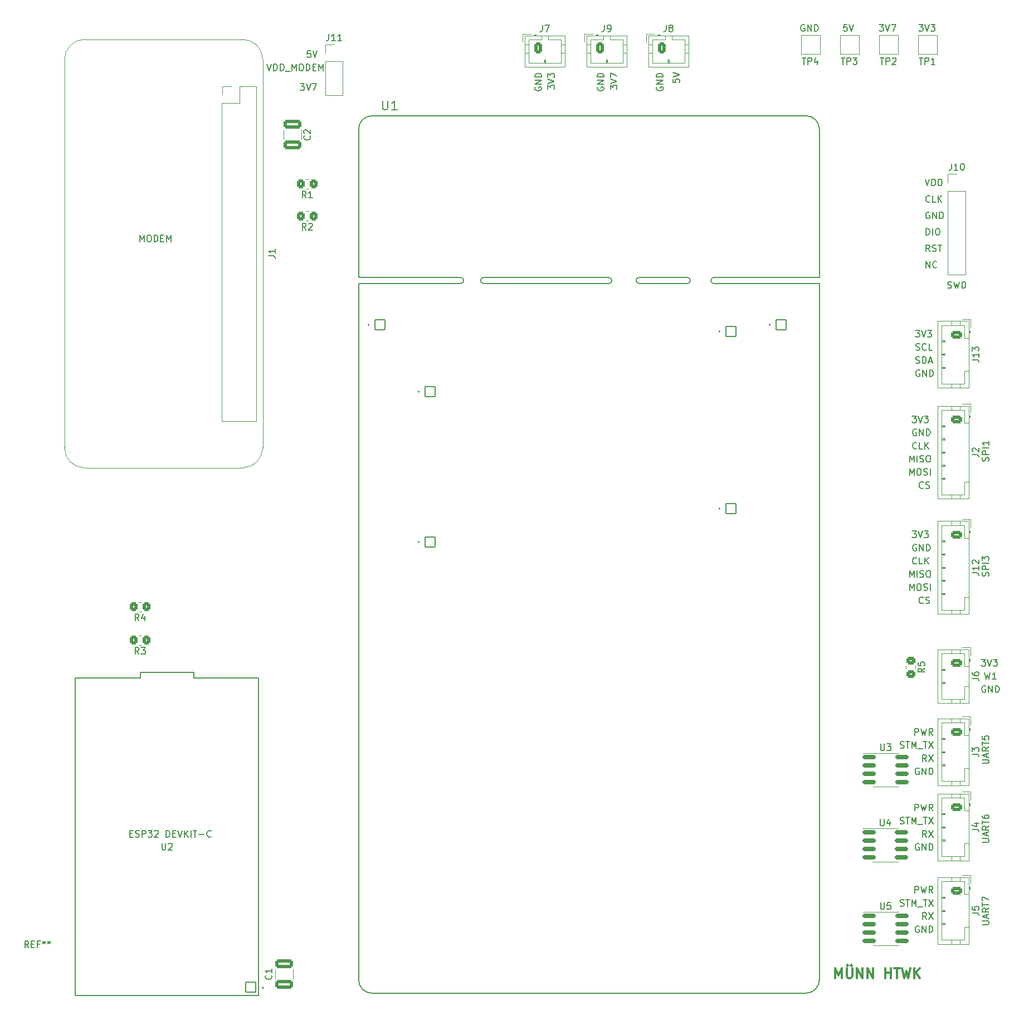
<source format=gto>
G04 #@! TF.GenerationSoftware,KiCad,Pcbnew,7.0.10*
G04 #@! TF.CreationDate,2024-03-01T12:45:03+01:00*
G04 #@! TF.ProjectId,zapdos,7a617064-6f73-42e6-9b69-6361645f7063,rev?*
G04 #@! TF.SameCoordinates,Original*
G04 #@! TF.FileFunction,Legend,Top*
G04 #@! TF.FilePolarity,Positive*
%FSLAX46Y46*%
G04 Gerber Fmt 4.6, Leading zero omitted, Abs format (unit mm)*
G04 Created by KiCad (PCBNEW 7.0.10) date 2024-03-01 12:45:03*
%MOMM*%
%LPD*%
G01*
G04 APERTURE LIST*
G04 Aperture macros list*
%AMRoundRect*
0 Rectangle with rounded corners*
0 $1 Rounding radius*
0 $2 $3 $4 $5 $6 $7 $8 $9 X,Y pos of 4 corners*
0 Add a 4 corners polygon primitive as box body*
4,1,4,$2,$3,$4,$5,$6,$7,$8,$9,$2,$3,0*
0 Add four circle primitives for the rounded corners*
1,1,$1+$1,$2,$3*
1,1,$1+$1,$4,$5*
1,1,$1+$1,$6,$7*
1,1,$1+$1,$8,$9*
0 Add four rect primitives between the rounded corners*
20,1,$1+$1,$2,$3,$4,$5,0*
20,1,$1+$1,$4,$5,$6,$7,0*
20,1,$1+$1,$6,$7,$8,$9,0*
20,1,$1+$1,$8,$9,$2,$3,0*%
G04 Aperture macros list end*
%ADD10C,0.150000*%
%ADD11C,0.300000*%
%ADD12C,0.120000*%
%ADD13C,0.127000*%
%ADD14C,0.200000*%
%ADD15RoundRect,0.250000X-0.625000X0.350000X-0.625000X-0.350000X0.625000X-0.350000X0.625000X0.350000X0*%
%ADD16O,1.750000X1.200000*%
%ADD17RoundRect,0.102000X0.765000X0.765000X-0.765000X0.765000X-0.765000X-0.765000X0.765000X-0.765000X0*%
%ADD18C,1.734000*%
%ADD19RoundRect,0.250000X-1.100000X0.412500X-1.100000X-0.412500X1.100000X-0.412500X1.100000X0.412500X0*%
%ADD20RoundRect,0.250000X1.100000X-0.412500X1.100000X0.412500X-1.100000X0.412500X-1.100000X-0.412500X0*%
%ADD21RoundRect,0.150000X-0.825000X-0.150000X0.825000X-0.150000X0.825000X0.150000X-0.825000X0.150000X0*%
%ADD22C,3.200000*%
%ADD23R,1.700000X1.700000*%
%ADD24O,1.700000X1.700000*%
%ADD25R,2.500000X2.500000*%
%ADD26RoundRect,0.250000X-0.350000X-0.625000X0.350000X-0.625000X0.350000X0.625000X-0.350000X0.625000X0*%
%ADD27O,1.200000X1.750000*%
%ADD28RoundRect,0.250000X0.350000X0.450000X-0.350000X0.450000X-0.350000X-0.450000X0.350000X-0.450000X0*%
%ADD29RoundRect,0.250000X-0.450000X0.350000X-0.450000X-0.350000X0.450000X-0.350000X0.450000X0.350000X0*%
%ADD30C,6.000000*%
%ADD31RoundRect,0.102000X-0.765000X-0.765000X0.765000X-0.765000X0.765000X0.765000X-0.765000X0.765000X0*%
G04 APERTURE END LIST*
D10*
X74241541Y-33869819D02*
X74860588Y-33869819D01*
X74860588Y-33869819D02*
X74527255Y-34250771D01*
X74527255Y-34250771D02*
X74670112Y-34250771D01*
X74670112Y-34250771D02*
X74765350Y-34298390D01*
X74765350Y-34298390D02*
X74812969Y-34346009D01*
X74812969Y-34346009D02*
X74860588Y-34441247D01*
X74860588Y-34441247D02*
X74860588Y-34679342D01*
X74860588Y-34679342D02*
X74812969Y-34774580D01*
X74812969Y-34774580D02*
X74765350Y-34822200D01*
X74765350Y-34822200D02*
X74670112Y-34869819D01*
X74670112Y-34869819D02*
X74384398Y-34869819D01*
X74384398Y-34869819D02*
X74289160Y-34822200D01*
X74289160Y-34822200D02*
X74241541Y-34774580D01*
X75146303Y-33869819D02*
X75479636Y-34869819D01*
X75479636Y-34869819D02*
X75812969Y-33869819D01*
X76051065Y-33869819D02*
X76717731Y-33869819D01*
X76717731Y-33869819D02*
X76289160Y-34869819D01*
X69193922Y-30869819D02*
X69527255Y-31869819D01*
X69527255Y-31869819D02*
X69860588Y-30869819D01*
X70193922Y-31869819D02*
X70193922Y-30869819D01*
X70193922Y-30869819D02*
X70432017Y-30869819D01*
X70432017Y-30869819D02*
X70574874Y-30917438D01*
X70574874Y-30917438D02*
X70670112Y-31012676D01*
X70670112Y-31012676D02*
X70717731Y-31107914D01*
X70717731Y-31107914D02*
X70765350Y-31298390D01*
X70765350Y-31298390D02*
X70765350Y-31441247D01*
X70765350Y-31441247D02*
X70717731Y-31631723D01*
X70717731Y-31631723D02*
X70670112Y-31726961D01*
X70670112Y-31726961D02*
X70574874Y-31822200D01*
X70574874Y-31822200D02*
X70432017Y-31869819D01*
X70432017Y-31869819D02*
X70193922Y-31869819D01*
X71193922Y-31869819D02*
X71193922Y-30869819D01*
X71193922Y-30869819D02*
X71432017Y-30869819D01*
X71432017Y-30869819D02*
X71574874Y-30917438D01*
X71574874Y-30917438D02*
X71670112Y-31012676D01*
X71670112Y-31012676D02*
X71717731Y-31107914D01*
X71717731Y-31107914D02*
X71765350Y-31298390D01*
X71765350Y-31298390D02*
X71765350Y-31441247D01*
X71765350Y-31441247D02*
X71717731Y-31631723D01*
X71717731Y-31631723D02*
X71670112Y-31726961D01*
X71670112Y-31726961D02*
X71574874Y-31822200D01*
X71574874Y-31822200D02*
X71432017Y-31869819D01*
X71432017Y-31869819D02*
X71193922Y-31869819D01*
X71955827Y-31965057D02*
X72717731Y-31965057D01*
X72955827Y-31869819D02*
X72955827Y-30869819D01*
X72955827Y-30869819D02*
X73289160Y-31584104D01*
X73289160Y-31584104D02*
X73622493Y-30869819D01*
X73622493Y-30869819D02*
X73622493Y-31869819D01*
X74289160Y-30869819D02*
X74479636Y-30869819D01*
X74479636Y-30869819D02*
X74574874Y-30917438D01*
X74574874Y-30917438D02*
X74670112Y-31012676D01*
X74670112Y-31012676D02*
X74717731Y-31203152D01*
X74717731Y-31203152D02*
X74717731Y-31536485D01*
X74717731Y-31536485D02*
X74670112Y-31726961D01*
X74670112Y-31726961D02*
X74574874Y-31822200D01*
X74574874Y-31822200D02*
X74479636Y-31869819D01*
X74479636Y-31869819D02*
X74289160Y-31869819D01*
X74289160Y-31869819D02*
X74193922Y-31822200D01*
X74193922Y-31822200D02*
X74098684Y-31726961D01*
X74098684Y-31726961D02*
X74051065Y-31536485D01*
X74051065Y-31536485D02*
X74051065Y-31203152D01*
X74051065Y-31203152D02*
X74098684Y-31012676D01*
X74098684Y-31012676D02*
X74193922Y-30917438D01*
X74193922Y-30917438D02*
X74289160Y-30869819D01*
X75146303Y-31869819D02*
X75146303Y-30869819D01*
X75146303Y-30869819D02*
X75384398Y-30869819D01*
X75384398Y-30869819D02*
X75527255Y-30917438D01*
X75527255Y-30917438D02*
X75622493Y-31012676D01*
X75622493Y-31012676D02*
X75670112Y-31107914D01*
X75670112Y-31107914D02*
X75717731Y-31298390D01*
X75717731Y-31298390D02*
X75717731Y-31441247D01*
X75717731Y-31441247D02*
X75670112Y-31631723D01*
X75670112Y-31631723D02*
X75622493Y-31726961D01*
X75622493Y-31726961D02*
X75527255Y-31822200D01*
X75527255Y-31822200D02*
X75384398Y-31869819D01*
X75384398Y-31869819D02*
X75146303Y-31869819D01*
X76146303Y-31346009D02*
X76479636Y-31346009D01*
X76622493Y-31869819D02*
X76146303Y-31869819D01*
X76146303Y-31869819D02*
X76146303Y-30869819D01*
X76146303Y-30869819D02*
X76622493Y-30869819D01*
X77051065Y-31869819D02*
X77051065Y-30869819D01*
X77051065Y-30869819D02*
X77384398Y-31584104D01*
X77384398Y-31584104D02*
X77717731Y-30869819D01*
X77717731Y-30869819D02*
X77717731Y-31869819D01*
X75812969Y-28869819D02*
X75336779Y-28869819D01*
X75336779Y-28869819D02*
X75289160Y-29346009D01*
X75289160Y-29346009D02*
X75336779Y-29298390D01*
X75336779Y-29298390D02*
X75432017Y-29250771D01*
X75432017Y-29250771D02*
X75670112Y-29250771D01*
X75670112Y-29250771D02*
X75765350Y-29298390D01*
X75765350Y-29298390D02*
X75812969Y-29346009D01*
X75812969Y-29346009D02*
X75860588Y-29441247D01*
X75860588Y-29441247D02*
X75860588Y-29679342D01*
X75860588Y-29679342D02*
X75812969Y-29774580D01*
X75812969Y-29774580D02*
X75765350Y-29822200D01*
X75765350Y-29822200D02*
X75670112Y-29869819D01*
X75670112Y-29869819D02*
X75432017Y-29869819D01*
X75432017Y-29869819D02*
X75336779Y-29822200D01*
X75336779Y-29822200D02*
X75289160Y-29774580D01*
X76146303Y-28869819D02*
X76479636Y-29869819D01*
X76479636Y-29869819D02*
X76812969Y-28869819D01*
X168360588Y-77417438D02*
X168265350Y-77369819D01*
X168265350Y-77369819D02*
X168122493Y-77369819D01*
X168122493Y-77369819D02*
X167979636Y-77417438D01*
X167979636Y-77417438D02*
X167884398Y-77512676D01*
X167884398Y-77512676D02*
X167836779Y-77607914D01*
X167836779Y-77607914D02*
X167789160Y-77798390D01*
X167789160Y-77798390D02*
X167789160Y-77941247D01*
X167789160Y-77941247D02*
X167836779Y-78131723D01*
X167836779Y-78131723D02*
X167884398Y-78226961D01*
X167884398Y-78226961D02*
X167979636Y-78322200D01*
X167979636Y-78322200D02*
X168122493Y-78369819D01*
X168122493Y-78369819D02*
X168217731Y-78369819D01*
X168217731Y-78369819D02*
X168360588Y-78322200D01*
X168360588Y-78322200D02*
X168408207Y-78274580D01*
X168408207Y-78274580D02*
X168408207Y-77941247D01*
X168408207Y-77941247D02*
X168217731Y-77941247D01*
X168836779Y-78369819D02*
X168836779Y-77369819D01*
X168836779Y-77369819D02*
X169408207Y-78369819D01*
X169408207Y-78369819D02*
X169408207Y-77369819D01*
X169884398Y-78369819D02*
X169884398Y-77369819D01*
X169884398Y-77369819D02*
X170122493Y-77369819D01*
X170122493Y-77369819D02*
X170265350Y-77417438D01*
X170265350Y-77417438D02*
X170360588Y-77512676D01*
X170360588Y-77512676D02*
X170408207Y-77607914D01*
X170408207Y-77607914D02*
X170455826Y-77798390D01*
X170455826Y-77798390D02*
X170455826Y-77941247D01*
X170455826Y-77941247D02*
X170408207Y-78131723D01*
X170408207Y-78131723D02*
X170360588Y-78226961D01*
X170360588Y-78226961D02*
X170265350Y-78322200D01*
X170265350Y-78322200D02*
X170122493Y-78369819D01*
X170122493Y-78369819D02*
X169884398Y-78369819D01*
X167789160Y-76322200D02*
X167932017Y-76369819D01*
X167932017Y-76369819D02*
X168170112Y-76369819D01*
X168170112Y-76369819D02*
X168265350Y-76322200D01*
X168265350Y-76322200D02*
X168312969Y-76274580D01*
X168312969Y-76274580D02*
X168360588Y-76179342D01*
X168360588Y-76179342D02*
X168360588Y-76084104D01*
X168360588Y-76084104D02*
X168312969Y-75988866D01*
X168312969Y-75988866D02*
X168265350Y-75941247D01*
X168265350Y-75941247D02*
X168170112Y-75893628D01*
X168170112Y-75893628D02*
X167979636Y-75846009D01*
X167979636Y-75846009D02*
X167884398Y-75798390D01*
X167884398Y-75798390D02*
X167836779Y-75750771D01*
X167836779Y-75750771D02*
X167789160Y-75655533D01*
X167789160Y-75655533D02*
X167789160Y-75560295D01*
X167789160Y-75560295D02*
X167836779Y-75465057D01*
X167836779Y-75465057D02*
X167884398Y-75417438D01*
X167884398Y-75417438D02*
X167979636Y-75369819D01*
X167979636Y-75369819D02*
X168217731Y-75369819D01*
X168217731Y-75369819D02*
X168360588Y-75417438D01*
X168789160Y-76369819D02*
X168789160Y-75369819D01*
X168789160Y-75369819D02*
X169027255Y-75369819D01*
X169027255Y-75369819D02*
X169170112Y-75417438D01*
X169170112Y-75417438D02*
X169265350Y-75512676D01*
X169265350Y-75512676D02*
X169312969Y-75607914D01*
X169312969Y-75607914D02*
X169360588Y-75798390D01*
X169360588Y-75798390D02*
X169360588Y-75941247D01*
X169360588Y-75941247D02*
X169312969Y-76131723D01*
X169312969Y-76131723D02*
X169265350Y-76226961D01*
X169265350Y-76226961D02*
X169170112Y-76322200D01*
X169170112Y-76322200D02*
X169027255Y-76369819D01*
X169027255Y-76369819D02*
X168789160Y-76369819D01*
X169741541Y-76084104D02*
X170217731Y-76084104D01*
X169646303Y-76369819D02*
X169979636Y-75369819D01*
X169979636Y-75369819D02*
X170312969Y-76369819D01*
X167789160Y-74322200D02*
X167932017Y-74369819D01*
X167932017Y-74369819D02*
X168170112Y-74369819D01*
X168170112Y-74369819D02*
X168265350Y-74322200D01*
X168265350Y-74322200D02*
X168312969Y-74274580D01*
X168312969Y-74274580D02*
X168360588Y-74179342D01*
X168360588Y-74179342D02*
X168360588Y-74084104D01*
X168360588Y-74084104D02*
X168312969Y-73988866D01*
X168312969Y-73988866D02*
X168265350Y-73941247D01*
X168265350Y-73941247D02*
X168170112Y-73893628D01*
X168170112Y-73893628D02*
X167979636Y-73846009D01*
X167979636Y-73846009D02*
X167884398Y-73798390D01*
X167884398Y-73798390D02*
X167836779Y-73750771D01*
X167836779Y-73750771D02*
X167789160Y-73655533D01*
X167789160Y-73655533D02*
X167789160Y-73560295D01*
X167789160Y-73560295D02*
X167836779Y-73465057D01*
X167836779Y-73465057D02*
X167884398Y-73417438D01*
X167884398Y-73417438D02*
X167979636Y-73369819D01*
X167979636Y-73369819D02*
X168217731Y-73369819D01*
X168217731Y-73369819D02*
X168360588Y-73417438D01*
X169360588Y-74274580D02*
X169312969Y-74322200D01*
X169312969Y-74322200D02*
X169170112Y-74369819D01*
X169170112Y-74369819D02*
X169074874Y-74369819D01*
X169074874Y-74369819D02*
X168932017Y-74322200D01*
X168932017Y-74322200D02*
X168836779Y-74226961D01*
X168836779Y-74226961D02*
X168789160Y-74131723D01*
X168789160Y-74131723D02*
X168741541Y-73941247D01*
X168741541Y-73941247D02*
X168741541Y-73798390D01*
X168741541Y-73798390D02*
X168789160Y-73607914D01*
X168789160Y-73607914D02*
X168836779Y-73512676D01*
X168836779Y-73512676D02*
X168932017Y-73417438D01*
X168932017Y-73417438D02*
X169074874Y-73369819D01*
X169074874Y-73369819D02*
X169170112Y-73369819D01*
X169170112Y-73369819D02*
X169312969Y-73417438D01*
X169312969Y-73417438D02*
X169360588Y-73465057D01*
X170265350Y-74369819D02*
X169789160Y-74369819D01*
X169789160Y-74369819D02*
X169789160Y-73369819D01*
X167741541Y-71369819D02*
X168360588Y-71369819D01*
X168360588Y-71369819D02*
X168027255Y-71750771D01*
X168027255Y-71750771D02*
X168170112Y-71750771D01*
X168170112Y-71750771D02*
X168265350Y-71798390D01*
X168265350Y-71798390D02*
X168312969Y-71846009D01*
X168312969Y-71846009D02*
X168360588Y-71941247D01*
X168360588Y-71941247D02*
X168360588Y-72179342D01*
X168360588Y-72179342D02*
X168312969Y-72274580D01*
X168312969Y-72274580D02*
X168265350Y-72322200D01*
X168265350Y-72322200D02*
X168170112Y-72369819D01*
X168170112Y-72369819D02*
X167884398Y-72369819D01*
X167884398Y-72369819D02*
X167789160Y-72322200D01*
X167789160Y-72322200D02*
X167741541Y-72274580D01*
X168646303Y-71369819D02*
X168979636Y-72369819D01*
X168979636Y-72369819D02*
X169312969Y-71369819D01*
X169551065Y-71369819D02*
X170170112Y-71369819D01*
X170170112Y-71369819D02*
X169836779Y-71750771D01*
X169836779Y-71750771D02*
X169979636Y-71750771D01*
X169979636Y-71750771D02*
X170074874Y-71798390D01*
X170074874Y-71798390D02*
X170122493Y-71846009D01*
X170122493Y-71846009D02*
X170170112Y-71941247D01*
X170170112Y-71941247D02*
X170170112Y-72179342D01*
X170170112Y-72179342D02*
X170122493Y-72274580D01*
X170122493Y-72274580D02*
X170074874Y-72322200D01*
X170074874Y-72322200D02*
X169979636Y-72369819D01*
X169979636Y-72369819D02*
X169693922Y-72369819D01*
X169693922Y-72369819D02*
X169598684Y-72322200D01*
X169598684Y-72322200D02*
X169551065Y-72274580D01*
X178360588Y-125417438D02*
X178265350Y-125369819D01*
X178265350Y-125369819D02*
X178122493Y-125369819D01*
X178122493Y-125369819D02*
X177979636Y-125417438D01*
X177979636Y-125417438D02*
X177884398Y-125512676D01*
X177884398Y-125512676D02*
X177836779Y-125607914D01*
X177836779Y-125607914D02*
X177789160Y-125798390D01*
X177789160Y-125798390D02*
X177789160Y-125941247D01*
X177789160Y-125941247D02*
X177836779Y-126131723D01*
X177836779Y-126131723D02*
X177884398Y-126226961D01*
X177884398Y-126226961D02*
X177979636Y-126322200D01*
X177979636Y-126322200D02*
X178122493Y-126369819D01*
X178122493Y-126369819D02*
X178217731Y-126369819D01*
X178217731Y-126369819D02*
X178360588Y-126322200D01*
X178360588Y-126322200D02*
X178408207Y-126274580D01*
X178408207Y-126274580D02*
X178408207Y-125941247D01*
X178408207Y-125941247D02*
X178217731Y-125941247D01*
X178836779Y-126369819D02*
X178836779Y-125369819D01*
X178836779Y-125369819D02*
X179408207Y-126369819D01*
X179408207Y-126369819D02*
X179408207Y-125369819D01*
X179884398Y-126369819D02*
X179884398Y-125369819D01*
X179884398Y-125369819D02*
X180122493Y-125369819D01*
X180122493Y-125369819D02*
X180265350Y-125417438D01*
X180265350Y-125417438D02*
X180360588Y-125512676D01*
X180360588Y-125512676D02*
X180408207Y-125607914D01*
X180408207Y-125607914D02*
X180455826Y-125798390D01*
X180455826Y-125798390D02*
X180455826Y-125941247D01*
X180455826Y-125941247D02*
X180408207Y-126131723D01*
X180408207Y-126131723D02*
X180360588Y-126226961D01*
X180360588Y-126226961D02*
X180265350Y-126322200D01*
X180265350Y-126322200D02*
X180122493Y-126369819D01*
X180122493Y-126369819D02*
X179884398Y-126369819D01*
X178241541Y-123369819D02*
X178479636Y-124369819D01*
X178479636Y-124369819D02*
X178670112Y-123655533D01*
X178670112Y-123655533D02*
X178860588Y-124369819D01*
X178860588Y-124369819D02*
X179098684Y-123369819D01*
X180003445Y-124369819D02*
X179432017Y-124369819D01*
X179717731Y-124369819D02*
X179717731Y-123369819D01*
X179717731Y-123369819D02*
X179622493Y-123512676D01*
X179622493Y-123512676D02*
X179527255Y-123607914D01*
X179527255Y-123607914D02*
X179432017Y-123655533D01*
X177741541Y-121369819D02*
X178360588Y-121369819D01*
X178360588Y-121369819D02*
X178027255Y-121750771D01*
X178027255Y-121750771D02*
X178170112Y-121750771D01*
X178170112Y-121750771D02*
X178265350Y-121798390D01*
X178265350Y-121798390D02*
X178312969Y-121846009D01*
X178312969Y-121846009D02*
X178360588Y-121941247D01*
X178360588Y-121941247D02*
X178360588Y-122179342D01*
X178360588Y-122179342D02*
X178312969Y-122274580D01*
X178312969Y-122274580D02*
X178265350Y-122322200D01*
X178265350Y-122322200D02*
X178170112Y-122369819D01*
X178170112Y-122369819D02*
X177884398Y-122369819D01*
X177884398Y-122369819D02*
X177789160Y-122322200D01*
X177789160Y-122322200D02*
X177741541Y-122274580D01*
X178646303Y-121369819D02*
X178979636Y-122369819D01*
X178979636Y-122369819D02*
X179312969Y-121369819D01*
X179551065Y-121369819D02*
X180170112Y-121369819D01*
X180170112Y-121369819D02*
X179836779Y-121750771D01*
X179836779Y-121750771D02*
X179979636Y-121750771D01*
X179979636Y-121750771D02*
X180074874Y-121798390D01*
X180074874Y-121798390D02*
X180122493Y-121846009D01*
X180122493Y-121846009D02*
X180170112Y-121941247D01*
X180170112Y-121941247D02*
X180170112Y-122179342D01*
X180170112Y-122179342D02*
X180122493Y-122274580D01*
X180122493Y-122274580D02*
X180074874Y-122322200D01*
X180074874Y-122322200D02*
X179979636Y-122369819D01*
X179979636Y-122369819D02*
X179693922Y-122369819D01*
X179693922Y-122369819D02*
X179598684Y-122322200D01*
X179598684Y-122322200D02*
X179551065Y-122274580D01*
X169908207Y-51774580D02*
X169860588Y-51822200D01*
X169860588Y-51822200D02*
X169717731Y-51869819D01*
X169717731Y-51869819D02*
X169622493Y-51869819D01*
X169622493Y-51869819D02*
X169479636Y-51822200D01*
X169479636Y-51822200D02*
X169384398Y-51726961D01*
X169384398Y-51726961D02*
X169336779Y-51631723D01*
X169336779Y-51631723D02*
X169289160Y-51441247D01*
X169289160Y-51441247D02*
X169289160Y-51298390D01*
X169289160Y-51298390D02*
X169336779Y-51107914D01*
X169336779Y-51107914D02*
X169384398Y-51012676D01*
X169384398Y-51012676D02*
X169479636Y-50917438D01*
X169479636Y-50917438D02*
X169622493Y-50869819D01*
X169622493Y-50869819D02*
X169717731Y-50869819D01*
X169717731Y-50869819D02*
X169860588Y-50917438D01*
X169860588Y-50917438D02*
X169908207Y-50965057D01*
X170812969Y-51869819D02*
X170336779Y-51869819D01*
X170336779Y-51869819D02*
X170336779Y-50869819D01*
X171146303Y-51869819D02*
X171146303Y-50869819D01*
X171717731Y-51869819D02*
X171289160Y-51298390D01*
X171717731Y-50869819D02*
X171146303Y-51441247D01*
X178822200Y-91210839D02*
X178869819Y-91067982D01*
X178869819Y-91067982D02*
X178869819Y-90829887D01*
X178869819Y-90829887D02*
X178822200Y-90734649D01*
X178822200Y-90734649D02*
X178774580Y-90687030D01*
X178774580Y-90687030D02*
X178679342Y-90639411D01*
X178679342Y-90639411D02*
X178584104Y-90639411D01*
X178584104Y-90639411D02*
X178488866Y-90687030D01*
X178488866Y-90687030D02*
X178441247Y-90734649D01*
X178441247Y-90734649D02*
X178393628Y-90829887D01*
X178393628Y-90829887D02*
X178346009Y-91020363D01*
X178346009Y-91020363D02*
X178298390Y-91115601D01*
X178298390Y-91115601D02*
X178250771Y-91163220D01*
X178250771Y-91163220D02*
X178155533Y-91210839D01*
X178155533Y-91210839D02*
X178060295Y-91210839D01*
X178060295Y-91210839D02*
X177965057Y-91163220D01*
X177965057Y-91163220D02*
X177917438Y-91115601D01*
X177917438Y-91115601D02*
X177869819Y-91020363D01*
X177869819Y-91020363D02*
X177869819Y-90782268D01*
X177869819Y-90782268D02*
X177917438Y-90639411D01*
X178869819Y-90210839D02*
X177869819Y-90210839D01*
X177869819Y-90210839D02*
X177869819Y-89829887D01*
X177869819Y-89829887D02*
X177917438Y-89734649D01*
X177917438Y-89734649D02*
X177965057Y-89687030D01*
X177965057Y-89687030D02*
X178060295Y-89639411D01*
X178060295Y-89639411D02*
X178203152Y-89639411D01*
X178203152Y-89639411D02*
X178298390Y-89687030D01*
X178298390Y-89687030D02*
X178346009Y-89734649D01*
X178346009Y-89734649D02*
X178393628Y-89829887D01*
X178393628Y-89829887D02*
X178393628Y-90210839D01*
X178869819Y-89210839D02*
X177869819Y-89210839D01*
X178869819Y-88210840D02*
X178869819Y-88782268D01*
X178869819Y-88496554D02*
X177869819Y-88496554D01*
X177869819Y-88496554D02*
X178012676Y-88591792D01*
X178012676Y-88591792D02*
X178107914Y-88687030D01*
X178107914Y-88687030D02*
X178155533Y-88782268D01*
X178822200Y-108710839D02*
X178869819Y-108567982D01*
X178869819Y-108567982D02*
X178869819Y-108329887D01*
X178869819Y-108329887D02*
X178822200Y-108234649D01*
X178822200Y-108234649D02*
X178774580Y-108187030D01*
X178774580Y-108187030D02*
X178679342Y-108139411D01*
X178679342Y-108139411D02*
X178584104Y-108139411D01*
X178584104Y-108139411D02*
X178488866Y-108187030D01*
X178488866Y-108187030D02*
X178441247Y-108234649D01*
X178441247Y-108234649D02*
X178393628Y-108329887D01*
X178393628Y-108329887D02*
X178346009Y-108520363D01*
X178346009Y-108520363D02*
X178298390Y-108615601D01*
X178298390Y-108615601D02*
X178250771Y-108663220D01*
X178250771Y-108663220D02*
X178155533Y-108710839D01*
X178155533Y-108710839D02*
X178060295Y-108710839D01*
X178060295Y-108710839D02*
X177965057Y-108663220D01*
X177965057Y-108663220D02*
X177917438Y-108615601D01*
X177917438Y-108615601D02*
X177869819Y-108520363D01*
X177869819Y-108520363D02*
X177869819Y-108282268D01*
X177869819Y-108282268D02*
X177917438Y-108139411D01*
X178869819Y-107710839D02*
X177869819Y-107710839D01*
X177869819Y-107710839D02*
X177869819Y-107329887D01*
X177869819Y-107329887D02*
X177917438Y-107234649D01*
X177917438Y-107234649D02*
X177965057Y-107187030D01*
X177965057Y-107187030D02*
X178060295Y-107139411D01*
X178060295Y-107139411D02*
X178203152Y-107139411D01*
X178203152Y-107139411D02*
X178298390Y-107187030D01*
X178298390Y-107187030D02*
X178346009Y-107234649D01*
X178346009Y-107234649D02*
X178393628Y-107329887D01*
X178393628Y-107329887D02*
X178393628Y-107710839D01*
X178869819Y-106710839D02*
X177869819Y-106710839D01*
X177869819Y-106329887D02*
X177869819Y-105710840D01*
X177869819Y-105710840D02*
X178250771Y-106044173D01*
X178250771Y-106044173D02*
X178250771Y-105901316D01*
X178250771Y-105901316D02*
X178298390Y-105806078D01*
X178298390Y-105806078D02*
X178346009Y-105758459D01*
X178346009Y-105758459D02*
X178441247Y-105710840D01*
X178441247Y-105710840D02*
X178679342Y-105710840D01*
X178679342Y-105710840D02*
X178774580Y-105758459D01*
X178774580Y-105758459D02*
X178822200Y-105806078D01*
X178822200Y-105806078D02*
X178869819Y-105901316D01*
X178869819Y-105901316D02*
X178869819Y-106187030D01*
X178869819Y-106187030D02*
X178822200Y-106282268D01*
X178822200Y-106282268D02*
X178774580Y-106329887D01*
X177869819Y-161663220D02*
X178679342Y-161663220D01*
X178679342Y-161663220D02*
X178774580Y-161615601D01*
X178774580Y-161615601D02*
X178822200Y-161567982D01*
X178822200Y-161567982D02*
X178869819Y-161472744D01*
X178869819Y-161472744D02*
X178869819Y-161282268D01*
X178869819Y-161282268D02*
X178822200Y-161187030D01*
X178822200Y-161187030D02*
X178774580Y-161139411D01*
X178774580Y-161139411D02*
X178679342Y-161091792D01*
X178679342Y-161091792D02*
X177869819Y-161091792D01*
X178584104Y-160663220D02*
X178584104Y-160187030D01*
X178869819Y-160758458D02*
X177869819Y-160425125D01*
X177869819Y-160425125D02*
X178869819Y-160091792D01*
X178869819Y-159187030D02*
X178393628Y-159520363D01*
X178869819Y-159758458D02*
X177869819Y-159758458D01*
X177869819Y-159758458D02*
X177869819Y-159377506D01*
X177869819Y-159377506D02*
X177917438Y-159282268D01*
X177917438Y-159282268D02*
X177965057Y-159234649D01*
X177965057Y-159234649D02*
X178060295Y-159187030D01*
X178060295Y-159187030D02*
X178203152Y-159187030D01*
X178203152Y-159187030D02*
X178298390Y-159234649D01*
X178298390Y-159234649D02*
X178346009Y-159282268D01*
X178346009Y-159282268D02*
X178393628Y-159377506D01*
X178393628Y-159377506D02*
X178393628Y-159758458D01*
X177869819Y-158901315D02*
X177869819Y-158329887D01*
X178869819Y-158615601D02*
X177869819Y-158615601D01*
X177869819Y-158091791D02*
X177869819Y-157425125D01*
X177869819Y-157425125D02*
X178869819Y-157853696D01*
X177869819Y-149163220D02*
X178679342Y-149163220D01*
X178679342Y-149163220D02*
X178774580Y-149115601D01*
X178774580Y-149115601D02*
X178822200Y-149067982D01*
X178822200Y-149067982D02*
X178869819Y-148972744D01*
X178869819Y-148972744D02*
X178869819Y-148782268D01*
X178869819Y-148782268D02*
X178822200Y-148687030D01*
X178822200Y-148687030D02*
X178774580Y-148639411D01*
X178774580Y-148639411D02*
X178679342Y-148591792D01*
X178679342Y-148591792D02*
X177869819Y-148591792D01*
X178584104Y-148163220D02*
X178584104Y-147687030D01*
X178869819Y-148258458D02*
X177869819Y-147925125D01*
X177869819Y-147925125D02*
X178869819Y-147591792D01*
X178869819Y-146687030D02*
X178393628Y-147020363D01*
X178869819Y-147258458D02*
X177869819Y-147258458D01*
X177869819Y-147258458D02*
X177869819Y-146877506D01*
X177869819Y-146877506D02*
X177917438Y-146782268D01*
X177917438Y-146782268D02*
X177965057Y-146734649D01*
X177965057Y-146734649D02*
X178060295Y-146687030D01*
X178060295Y-146687030D02*
X178203152Y-146687030D01*
X178203152Y-146687030D02*
X178298390Y-146734649D01*
X178298390Y-146734649D02*
X178346009Y-146782268D01*
X178346009Y-146782268D02*
X178393628Y-146877506D01*
X178393628Y-146877506D02*
X178393628Y-147258458D01*
X177869819Y-146401315D02*
X177869819Y-145829887D01*
X178869819Y-146115601D02*
X177869819Y-146115601D01*
X177869819Y-145067982D02*
X177869819Y-145258458D01*
X177869819Y-145258458D02*
X177917438Y-145353696D01*
X177917438Y-145353696D02*
X177965057Y-145401315D01*
X177965057Y-145401315D02*
X178107914Y-145496553D01*
X178107914Y-145496553D02*
X178298390Y-145544172D01*
X178298390Y-145544172D02*
X178679342Y-145544172D01*
X178679342Y-145544172D02*
X178774580Y-145496553D01*
X178774580Y-145496553D02*
X178822200Y-145448934D01*
X178822200Y-145448934D02*
X178869819Y-145353696D01*
X178869819Y-145353696D02*
X178869819Y-145163220D01*
X178869819Y-145163220D02*
X178822200Y-145067982D01*
X178822200Y-145067982D02*
X178774580Y-145020363D01*
X178774580Y-145020363D02*
X178679342Y-144972744D01*
X178679342Y-144972744D02*
X178441247Y-144972744D01*
X178441247Y-144972744D02*
X178346009Y-145020363D01*
X178346009Y-145020363D02*
X178298390Y-145067982D01*
X178298390Y-145067982D02*
X178250771Y-145163220D01*
X178250771Y-145163220D02*
X178250771Y-145353696D01*
X178250771Y-145353696D02*
X178298390Y-145448934D01*
X178298390Y-145448934D02*
X178346009Y-145496553D01*
X178346009Y-145496553D02*
X178441247Y-145544172D01*
X177869819Y-137163220D02*
X178679342Y-137163220D01*
X178679342Y-137163220D02*
X178774580Y-137115601D01*
X178774580Y-137115601D02*
X178822200Y-137067982D01*
X178822200Y-137067982D02*
X178869819Y-136972744D01*
X178869819Y-136972744D02*
X178869819Y-136782268D01*
X178869819Y-136782268D02*
X178822200Y-136687030D01*
X178822200Y-136687030D02*
X178774580Y-136639411D01*
X178774580Y-136639411D02*
X178679342Y-136591792D01*
X178679342Y-136591792D02*
X177869819Y-136591792D01*
X178584104Y-136163220D02*
X178584104Y-135687030D01*
X178869819Y-136258458D02*
X177869819Y-135925125D01*
X177869819Y-135925125D02*
X178869819Y-135591792D01*
X178869819Y-134687030D02*
X178393628Y-135020363D01*
X178869819Y-135258458D02*
X177869819Y-135258458D01*
X177869819Y-135258458D02*
X177869819Y-134877506D01*
X177869819Y-134877506D02*
X177917438Y-134782268D01*
X177917438Y-134782268D02*
X177965057Y-134734649D01*
X177965057Y-134734649D02*
X178060295Y-134687030D01*
X178060295Y-134687030D02*
X178203152Y-134687030D01*
X178203152Y-134687030D02*
X178298390Y-134734649D01*
X178298390Y-134734649D02*
X178346009Y-134782268D01*
X178346009Y-134782268D02*
X178393628Y-134877506D01*
X178393628Y-134877506D02*
X178393628Y-135258458D01*
X177869819Y-134401315D02*
X177869819Y-133829887D01*
X178869819Y-134115601D02*
X177869819Y-134115601D01*
X177869819Y-133020363D02*
X177869819Y-133496553D01*
X177869819Y-133496553D02*
X178346009Y-133544172D01*
X178346009Y-133544172D02*
X178298390Y-133496553D01*
X178298390Y-133496553D02*
X178250771Y-133401315D01*
X178250771Y-133401315D02*
X178250771Y-133163220D01*
X178250771Y-133163220D02*
X178298390Y-133067982D01*
X178298390Y-133067982D02*
X178346009Y-133020363D01*
X178346009Y-133020363D02*
X178441247Y-132972744D01*
X178441247Y-132972744D02*
X178679342Y-132972744D01*
X178679342Y-132972744D02*
X178774580Y-133020363D01*
X178774580Y-133020363D02*
X178822200Y-133067982D01*
X178822200Y-133067982D02*
X178869819Y-133163220D01*
X178869819Y-133163220D02*
X178869819Y-133401315D01*
X178869819Y-133401315D02*
X178822200Y-133496553D01*
X178822200Y-133496553D02*
X178774580Y-133544172D01*
X169336779Y-61869819D02*
X169336779Y-60869819D01*
X169336779Y-60869819D02*
X169908207Y-61869819D01*
X169908207Y-61869819D02*
X169908207Y-60869819D01*
X170955826Y-61774580D02*
X170908207Y-61822200D01*
X170908207Y-61822200D02*
X170765350Y-61869819D01*
X170765350Y-61869819D02*
X170670112Y-61869819D01*
X170670112Y-61869819D02*
X170527255Y-61822200D01*
X170527255Y-61822200D02*
X170432017Y-61726961D01*
X170432017Y-61726961D02*
X170384398Y-61631723D01*
X170384398Y-61631723D02*
X170336779Y-61441247D01*
X170336779Y-61441247D02*
X170336779Y-61298390D01*
X170336779Y-61298390D02*
X170384398Y-61107914D01*
X170384398Y-61107914D02*
X170432017Y-61012676D01*
X170432017Y-61012676D02*
X170527255Y-60917438D01*
X170527255Y-60917438D02*
X170670112Y-60869819D01*
X170670112Y-60869819D02*
X170765350Y-60869819D01*
X170765350Y-60869819D02*
X170908207Y-60917438D01*
X170908207Y-60917438D02*
X170955826Y-60965057D01*
X169908207Y-59369819D02*
X169574874Y-58893628D01*
X169336779Y-59369819D02*
X169336779Y-58369819D01*
X169336779Y-58369819D02*
X169717731Y-58369819D01*
X169717731Y-58369819D02*
X169812969Y-58417438D01*
X169812969Y-58417438D02*
X169860588Y-58465057D01*
X169860588Y-58465057D02*
X169908207Y-58560295D01*
X169908207Y-58560295D02*
X169908207Y-58703152D01*
X169908207Y-58703152D02*
X169860588Y-58798390D01*
X169860588Y-58798390D02*
X169812969Y-58846009D01*
X169812969Y-58846009D02*
X169717731Y-58893628D01*
X169717731Y-58893628D02*
X169336779Y-58893628D01*
X170289160Y-59322200D02*
X170432017Y-59369819D01*
X170432017Y-59369819D02*
X170670112Y-59369819D01*
X170670112Y-59369819D02*
X170765350Y-59322200D01*
X170765350Y-59322200D02*
X170812969Y-59274580D01*
X170812969Y-59274580D02*
X170860588Y-59179342D01*
X170860588Y-59179342D02*
X170860588Y-59084104D01*
X170860588Y-59084104D02*
X170812969Y-58988866D01*
X170812969Y-58988866D02*
X170765350Y-58941247D01*
X170765350Y-58941247D02*
X170670112Y-58893628D01*
X170670112Y-58893628D02*
X170479636Y-58846009D01*
X170479636Y-58846009D02*
X170384398Y-58798390D01*
X170384398Y-58798390D02*
X170336779Y-58750771D01*
X170336779Y-58750771D02*
X170289160Y-58655533D01*
X170289160Y-58655533D02*
X170289160Y-58560295D01*
X170289160Y-58560295D02*
X170336779Y-58465057D01*
X170336779Y-58465057D02*
X170384398Y-58417438D01*
X170384398Y-58417438D02*
X170479636Y-58369819D01*
X170479636Y-58369819D02*
X170717731Y-58369819D01*
X170717731Y-58369819D02*
X170860588Y-58417438D01*
X171146303Y-58369819D02*
X171717731Y-58369819D01*
X171432017Y-59369819D02*
X171432017Y-58369819D01*
X169336779Y-56869819D02*
X169336779Y-55869819D01*
X169336779Y-55869819D02*
X169574874Y-55869819D01*
X169574874Y-55869819D02*
X169717731Y-55917438D01*
X169717731Y-55917438D02*
X169812969Y-56012676D01*
X169812969Y-56012676D02*
X169860588Y-56107914D01*
X169860588Y-56107914D02*
X169908207Y-56298390D01*
X169908207Y-56298390D02*
X169908207Y-56441247D01*
X169908207Y-56441247D02*
X169860588Y-56631723D01*
X169860588Y-56631723D02*
X169812969Y-56726961D01*
X169812969Y-56726961D02*
X169717731Y-56822200D01*
X169717731Y-56822200D02*
X169574874Y-56869819D01*
X169574874Y-56869819D02*
X169336779Y-56869819D01*
X170336779Y-56869819D02*
X170336779Y-55869819D01*
X171003445Y-55869819D02*
X171193921Y-55869819D01*
X171193921Y-55869819D02*
X171289159Y-55917438D01*
X171289159Y-55917438D02*
X171384397Y-56012676D01*
X171384397Y-56012676D02*
X171432016Y-56203152D01*
X171432016Y-56203152D02*
X171432016Y-56536485D01*
X171432016Y-56536485D02*
X171384397Y-56726961D01*
X171384397Y-56726961D02*
X171289159Y-56822200D01*
X171289159Y-56822200D02*
X171193921Y-56869819D01*
X171193921Y-56869819D02*
X171003445Y-56869819D01*
X171003445Y-56869819D02*
X170908207Y-56822200D01*
X170908207Y-56822200D02*
X170812969Y-56726961D01*
X170812969Y-56726961D02*
X170765350Y-56536485D01*
X170765350Y-56536485D02*
X170765350Y-56203152D01*
X170765350Y-56203152D02*
X170812969Y-56012676D01*
X170812969Y-56012676D02*
X170908207Y-55917438D01*
X170908207Y-55917438D02*
X171003445Y-55869819D01*
X169860588Y-53417438D02*
X169765350Y-53369819D01*
X169765350Y-53369819D02*
X169622493Y-53369819D01*
X169622493Y-53369819D02*
X169479636Y-53417438D01*
X169479636Y-53417438D02*
X169384398Y-53512676D01*
X169384398Y-53512676D02*
X169336779Y-53607914D01*
X169336779Y-53607914D02*
X169289160Y-53798390D01*
X169289160Y-53798390D02*
X169289160Y-53941247D01*
X169289160Y-53941247D02*
X169336779Y-54131723D01*
X169336779Y-54131723D02*
X169384398Y-54226961D01*
X169384398Y-54226961D02*
X169479636Y-54322200D01*
X169479636Y-54322200D02*
X169622493Y-54369819D01*
X169622493Y-54369819D02*
X169717731Y-54369819D01*
X169717731Y-54369819D02*
X169860588Y-54322200D01*
X169860588Y-54322200D02*
X169908207Y-54274580D01*
X169908207Y-54274580D02*
X169908207Y-53941247D01*
X169908207Y-53941247D02*
X169717731Y-53941247D01*
X170336779Y-54369819D02*
X170336779Y-53369819D01*
X170336779Y-53369819D02*
X170908207Y-54369819D01*
X170908207Y-54369819D02*
X170908207Y-53369819D01*
X171384398Y-54369819D02*
X171384398Y-53369819D01*
X171384398Y-53369819D02*
X171622493Y-53369819D01*
X171622493Y-53369819D02*
X171765350Y-53417438D01*
X171765350Y-53417438D02*
X171860588Y-53512676D01*
X171860588Y-53512676D02*
X171908207Y-53607914D01*
X171908207Y-53607914D02*
X171955826Y-53798390D01*
X171955826Y-53798390D02*
X171955826Y-53941247D01*
X171955826Y-53941247D02*
X171908207Y-54131723D01*
X171908207Y-54131723D02*
X171860588Y-54226961D01*
X171860588Y-54226961D02*
X171765350Y-54322200D01*
X171765350Y-54322200D02*
X171622493Y-54369819D01*
X171622493Y-54369819D02*
X171384398Y-54369819D01*
X169193922Y-48369819D02*
X169527255Y-49369819D01*
X169527255Y-49369819D02*
X169860588Y-48369819D01*
X170193922Y-49369819D02*
X170193922Y-48369819D01*
X170193922Y-48369819D02*
X170432017Y-48369819D01*
X170432017Y-48369819D02*
X170574874Y-48417438D01*
X170574874Y-48417438D02*
X170670112Y-48512676D01*
X170670112Y-48512676D02*
X170717731Y-48607914D01*
X170717731Y-48607914D02*
X170765350Y-48798390D01*
X170765350Y-48798390D02*
X170765350Y-48941247D01*
X170765350Y-48941247D02*
X170717731Y-49131723D01*
X170717731Y-49131723D02*
X170670112Y-49226961D01*
X170670112Y-49226961D02*
X170574874Y-49322200D01*
X170574874Y-49322200D02*
X170432017Y-49369819D01*
X170432017Y-49369819D02*
X170193922Y-49369819D01*
X171193922Y-49369819D02*
X171193922Y-48369819D01*
X171193922Y-48369819D02*
X171432017Y-48369819D01*
X171432017Y-48369819D02*
X171574874Y-48417438D01*
X171574874Y-48417438D02*
X171670112Y-48512676D01*
X171670112Y-48512676D02*
X171717731Y-48607914D01*
X171717731Y-48607914D02*
X171765350Y-48798390D01*
X171765350Y-48798390D02*
X171765350Y-48941247D01*
X171765350Y-48941247D02*
X171717731Y-49131723D01*
X171717731Y-49131723D02*
X171670112Y-49226961D01*
X171670112Y-49226961D02*
X171574874Y-49322200D01*
X171574874Y-49322200D02*
X171432017Y-49369819D01*
X171432017Y-49369819D02*
X171193922Y-49369819D01*
X168241541Y-24869819D02*
X168860588Y-24869819D01*
X168860588Y-24869819D02*
X168527255Y-25250771D01*
X168527255Y-25250771D02*
X168670112Y-25250771D01*
X168670112Y-25250771D02*
X168765350Y-25298390D01*
X168765350Y-25298390D02*
X168812969Y-25346009D01*
X168812969Y-25346009D02*
X168860588Y-25441247D01*
X168860588Y-25441247D02*
X168860588Y-25679342D01*
X168860588Y-25679342D02*
X168812969Y-25774580D01*
X168812969Y-25774580D02*
X168765350Y-25822200D01*
X168765350Y-25822200D02*
X168670112Y-25869819D01*
X168670112Y-25869819D02*
X168384398Y-25869819D01*
X168384398Y-25869819D02*
X168289160Y-25822200D01*
X168289160Y-25822200D02*
X168241541Y-25774580D01*
X169146303Y-24869819D02*
X169479636Y-25869819D01*
X169479636Y-25869819D02*
X169812969Y-24869819D01*
X170051065Y-24869819D02*
X170670112Y-24869819D01*
X170670112Y-24869819D02*
X170336779Y-25250771D01*
X170336779Y-25250771D02*
X170479636Y-25250771D01*
X170479636Y-25250771D02*
X170574874Y-25298390D01*
X170574874Y-25298390D02*
X170622493Y-25346009D01*
X170622493Y-25346009D02*
X170670112Y-25441247D01*
X170670112Y-25441247D02*
X170670112Y-25679342D01*
X170670112Y-25679342D02*
X170622493Y-25774580D01*
X170622493Y-25774580D02*
X170574874Y-25822200D01*
X170574874Y-25822200D02*
X170479636Y-25869819D01*
X170479636Y-25869819D02*
X170193922Y-25869819D01*
X170193922Y-25869819D02*
X170098684Y-25822200D01*
X170098684Y-25822200D02*
X170051065Y-25774580D01*
X162241541Y-24869819D02*
X162860588Y-24869819D01*
X162860588Y-24869819D02*
X162527255Y-25250771D01*
X162527255Y-25250771D02*
X162670112Y-25250771D01*
X162670112Y-25250771D02*
X162765350Y-25298390D01*
X162765350Y-25298390D02*
X162812969Y-25346009D01*
X162812969Y-25346009D02*
X162860588Y-25441247D01*
X162860588Y-25441247D02*
X162860588Y-25679342D01*
X162860588Y-25679342D02*
X162812969Y-25774580D01*
X162812969Y-25774580D02*
X162765350Y-25822200D01*
X162765350Y-25822200D02*
X162670112Y-25869819D01*
X162670112Y-25869819D02*
X162384398Y-25869819D01*
X162384398Y-25869819D02*
X162289160Y-25822200D01*
X162289160Y-25822200D02*
X162241541Y-25774580D01*
X163146303Y-24869819D02*
X163479636Y-25869819D01*
X163479636Y-25869819D02*
X163812969Y-24869819D01*
X164051065Y-24869819D02*
X164717731Y-24869819D01*
X164717731Y-24869819D02*
X164289160Y-25869819D01*
X157312969Y-24869819D02*
X156836779Y-24869819D01*
X156836779Y-24869819D02*
X156789160Y-25346009D01*
X156789160Y-25346009D02*
X156836779Y-25298390D01*
X156836779Y-25298390D02*
X156932017Y-25250771D01*
X156932017Y-25250771D02*
X157170112Y-25250771D01*
X157170112Y-25250771D02*
X157265350Y-25298390D01*
X157265350Y-25298390D02*
X157312969Y-25346009D01*
X157312969Y-25346009D02*
X157360588Y-25441247D01*
X157360588Y-25441247D02*
X157360588Y-25679342D01*
X157360588Y-25679342D02*
X157312969Y-25774580D01*
X157312969Y-25774580D02*
X157265350Y-25822200D01*
X157265350Y-25822200D02*
X157170112Y-25869819D01*
X157170112Y-25869819D02*
X156932017Y-25869819D01*
X156932017Y-25869819D02*
X156836779Y-25822200D01*
X156836779Y-25822200D02*
X156789160Y-25774580D01*
X157646303Y-24869819D02*
X157979636Y-25869819D01*
X157979636Y-25869819D02*
X158312969Y-24869819D01*
X150860588Y-24917438D02*
X150765350Y-24869819D01*
X150765350Y-24869819D02*
X150622493Y-24869819D01*
X150622493Y-24869819D02*
X150479636Y-24917438D01*
X150479636Y-24917438D02*
X150384398Y-25012676D01*
X150384398Y-25012676D02*
X150336779Y-25107914D01*
X150336779Y-25107914D02*
X150289160Y-25298390D01*
X150289160Y-25298390D02*
X150289160Y-25441247D01*
X150289160Y-25441247D02*
X150336779Y-25631723D01*
X150336779Y-25631723D02*
X150384398Y-25726961D01*
X150384398Y-25726961D02*
X150479636Y-25822200D01*
X150479636Y-25822200D02*
X150622493Y-25869819D01*
X150622493Y-25869819D02*
X150717731Y-25869819D01*
X150717731Y-25869819D02*
X150860588Y-25822200D01*
X150860588Y-25822200D02*
X150908207Y-25774580D01*
X150908207Y-25774580D02*
X150908207Y-25441247D01*
X150908207Y-25441247D02*
X150717731Y-25441247D01*
X151336779Y-25869819D02*
X151336779Y-24869819D01*
X151336779Y-24869819D02*
X151908207Y-25869819D01*
X151908207Y-25869819D02*
X151908207Y-24869819D01*
X152384398Y-25869819D02*
X152384398Y-24869819D01*
X152384398Y-24869819D02*
X152622493Y-24869819D01*
X152622493Y-24869819D02*
X152765350Y-24917438D01*
X152765350Y-24917438D02*
X152860588Y-25012676D01*
X152860588Y-25012676D02*
X152908207Y-25107914D01*
X152908207Y-25107914D02*
X152955826Y-25298390D01*
X152955826Y-25298390D02*
X152955826Y-25441247D01*
X152955826Y-25441247D02*
X152908207Y-25631723D01*
X152908207Y-25631723D02*
X152860588Y-25726961D01*
X152860588Y-25726961D02*
X152765350Y-25822200D01*
X152765350Y-25822200D02*
X152622493Y-25869819D01*
X152622493Y-25869819D02*
X152384398Y-25869819D01*
X48336779Y-147846009D02*
X48670112Y-147846009D01*
X48812969Y-148369819D02*
X48336779Y-148369819D01*
X48336779Y-148369819D02*
X48336779Y-147369819D01*
X48336779Y-147369819D02*
X48812969Y-147369819D01*
X49193922Y-148322200D02*
X49336779Y-148369819D01*
X49336779Y-148369819D02*
X49574874Y-148369819D01*
X49574874Y-148369819D02*
X49670112Y-148322200D01*
X49670112Y-148322200D02*
X49717731Y-148274580D01*
X49717731Y-148274580D02*
X49765350Y-148179342D01*
X49765350Y-148179342D02*
X49765350Y-148084104D01*
X49765350Y-148084104D02*
X49717731Y-147988866D01*
X49717731Y-147988866D02*
X49670112Y-147941247D01*
X49670112Y-147941247D02*
X49574874Y-147893628D01*
X49574874Y-147893628D02*
X49384398Y-147846009D01*
X49384398Y-147846009D02*
X49289160Y-147798390D01*
X49289160Y-147798390D02*
X49241541Y-147750771D01*
X49241541Y-147750771D02*
X49193922Y-147655533D01*
X49193922Y-147655533D02*
X49193922Y-147560295D01*
X49193922Y-147560295D02*
X49241541Y-147465057D01*
X49241541Y-147465057D02*
X49289160Y-147417438D01*
X49289160Y-147417438D02*
X49384398Y-147369819D01*
X49384398Y-147369819D02*
X49622493Y-147369819D01*
X49622493Y-147369819D02*
X49765350Y-147417438D01*
X50193922Y-148369819D02*
X50193922Y-147369819D01*
X50193922Y-147369819D02*
X50574874Y-147369819D01*
X50574874Y-147369819D02*
X50670112Y-147417438D01*
X50670112Y-147417438D02*
X50717731Y-147465057D01*
X50717731Y-147465057D02*
X50765350Y-147560295D01*
X50765350Y-147560295D02*
X50765350Y-147703152D01*
X50765350Y-147703152D02*
X50717731Y-147798390D01*
X50717731Y-147798390D02*
X50670112Y-147846009D01*
X50670112Y-147846009D02*
X50574874Y-147893628D01*
X50574874Y-147893628D02*
X50193922Y-147893628D01*
X51098684Y-147369819D02*
X51717731Y-147369819D01*
X51717731Y-147369819D02*
X51384398Y-147750771D01*
X51384398Y-147750771D02*
X51527255Y-147750771D01*
X51527255Y-147750771D02*
X51622493Y-147798390D01*
X51622493Y-147798390D02*
X51670112Y-147846009D01*
X51670112Y-147846009D02*
X51717731Y-147941247D01*
X51717731Y-147941247D02*
X51717731Y-148179342D01*
X51717731Y-148179342D02*
X51670112Y-148274580D01*
X51670112Y-148274580D02*
X51622493Y-148322200D01*
X51622493Y-148322200D02*
X51527255Y-148369819D01*
X51527255Y-148369819D02*
X51241541Y-148369819D01*
X51241541Y-148369819D02*
X51146303Y-148322200D01*
X51146303Y-148322200D02*
X51098684Y-148274580D01*
X52098684Y-147465057D02*
X52146303Y-147417438D01*
X52146303Y-147417438D02*
X52241541Y-147369819D01*
X52241541Y-147369819D02*
X52479636Y-147369819D01*
X52479636Y-147369819D02*
X52574874Y-147417438D01*
X52574874Y-147417438D02*
X52622493Y-147465057D01*
X52622493Y-147465057D02*
X52670112Y-147560295D01*
X52670112Y-147560295D02*
X52670112Y-147655533D01*
X52670112Y-147655533D02*
X52622493Y-147798390D01*
X52622493Y-147798390D02*
X52051065Y-148369819D01*
X52051065Y-148369819D02*
X52670112Y-148369819D01*
X53860589Y-148369819D02*
X53860589Y-147369819D01*
X53860589Y-147369819D02*
X54098684Y-147369819D01*
X54098684Y-147369819D02*
X54241541Y-147417438D01*
X54241541Y-147417438D02*
X54336779Y-147512676D01*
X54336779Y-147512676D02*
X54384398Y-147607914D01*
X54384398Y-147607914D02*
X54432017Y-147798390D01*
X54432017Y-147798390D02*
X54432017Y-147941247D01*
X54432017Y-147941247D02*
X54384398Y-148131723D01*
X54384398Y-148131723D02*
X54336779Y-148226961D01*
X54336779Y-148226961D02*
X54241541Y-148322200D01*
X54241541Y-148322200D02*
X54098684Y-148369819D01*
X54098684Y-148369819D02*
X53860589Y-148369819D01*
X54860589Y-147846009D02*
X55193922Y-147846009D01*
X55336779Y-148369819D02*
X54860589Y-148369819D01*
X54860589Y-148369819D02*
X54860589Y-147369819D01*
X54860589Y-147369819D02*
X55336779Y-147369819D01*
X55622494Y-147369819D02*
X55955827Y-148369819D01*
X55955827Y-148369819D02*
X56289160Y-147369819D01*
X56622494Y-148369819D02*
X56622494Y-147369819D01*
X57193922Y-148369819D02*
X56765351Y-147798390D01*
X57193922Y-147369819D02*
X56622494Y-147941247D01*
X57622494Y-148369819D02*
X57622494Y-147369819D01*
X57955827Y-147369819D02*
X58527255Y-147369819D01*
X58241541Y-148369819D02*
X58241541Y-147369819D01*
X58860589Y-147988866D02*
X59622494Y-147988866D01*
X60670112Y-148274580D02*
X60622493Y-148322200D01*
X60622493Y-148322200D02*
X60479636Y-148369819D01*
X60479636Y-148369819D02*
X60384398Y-148369819D01*
X60384398Y-148369819D02*
X60241541Y-148322200D01*
X60241541Y-148322200D02*
X60146303Y-148226961D01*
X60146303Y-148226961D02*
X60098684Y-148131723D01*
X60098684Y-148131723D02*
X60051065Y-147941247D01*
X60051065Y-147941247D02*
X60051065Y-147798390D01*
X60051065Y-147798390D02*
X60098684Y-147607914D01*
X60098684Y-147607914D02*
X60146303Y-147512676D01*
X60146303Y-147512676D02*
X60241541Y-147417438D01*
X60241541Y-147417438D02*
X60384398Y-147369819D01*
X60384398Y-147369819D02*
X60479636Y-147369819D01*
X60479636Y-147369819D02*
X60622493Y-147417438D01*
X60622493Y-147417438D02*
X60670112Y-147465057D01*
X49836779Y-57869819D02*
X49836779Y-56869819D01*
X49836779Y-56869819D02*
X50170112Y-57584104D01*
X50170112Y-57584104D02*
X50503445Y-56869819D01*
X50503445Y-56869819D02*
X50503445Y-57869819D01*
X51170112Y-56869819D02*
X51360588Y-56869819D01*
X51360588Y-56869819D02*
X51455826Y-56917438D01*
X51455826Y-56917438D02*
X51551064Y-57012676D01*
X51551064Y-57012676D02*
X51598683Y-57203152D01*
X51598683Y-57203152D02*
X51598683Y-57536485D01*
X51598683Y-57536485D02*
X51551064Y-57726961D01*
X51551064Y-57726961D02*
X51455826Y-57822200D01*
X51455826Y-57822200D02*
X51360588Y-57869819D01*
X51360588Y-57869819D02*
X51170112Y-57869819D01*
X51170112Y-57869819D02*
X51074874Y-57822200D01*
X51074874Y-57822200D02*
X50979636Y-57726961D01*
X50979636Y-57726961D02*
X50932017Y-57536485D01*
X50932017Y-57536485D02*
X50932017Y-57203152D01*
X50932017Y-57203152D02*
X50979636Y-57012676D01*
X50979636Y-57012676D02*
X51074874Y-56917438D01*
X51074874Y-56917438D02*
X51170112Y-56869819D01*
X52027255Y-57869819D02*
X52027255Y-56869819D01*
X52027255Y-56869819D02*
X52265350Y-56869819D01*
X52265350Y-56869819D02*
X52408207Y-56917438D01*
X52408207Y-56917438D02*
X52503445Y-57012676D01*
X52503445Y-57012676D02*
X52551064Y-57107914D01*
X52551064Y-57107914D02*
X52598683Y-57298390D01*
X52598683Y-57298390D02*
X52598683Y-57441247D01*
X52598683Y-57441247D02*
X52551064Y-57631723D01*
X52551064Y-57631723D02*
X52503445Y-57726961D01*
X52503445Y-57726961D02*
X52408207Y-57822200D01*
X52408207Y-57822200D02*
X52265350Y-57869819D01*
X52265350Y-57869819D02*
X52027255Y-57869819D01*
X53027255Y-57346009D02*
X53360588Y-57346009D01*
X53503445Y-57869819D02*
X53027255Y-57869819D01*
X53027255Y-57869819D02*
X53027255Y-56869819D01*
X53027255Y-56869819D02*
X53503445Y-56869819D01*
X53932017Y-57869819D02*
X53932017Y-56869819D01*
X53932017Y-56869819D02*
X54265350Y-57584104D01*
X54265350Y-57584104D02*
X54598683Y-56869819D01*
X54598683Y-56869819D02*
X54598683Y-57869819D01*
X130869819Y-33187030D02*
X130869819Y-33663220D01*
X130869819Y-33663220D02*
X131346009Y-33710839D01*
X131346009Y-33710839D02*
X131298390Y-33663220D01*
X131298390Y-33663220D02*
X131250771Y-33567982D01*
X131250771Y-33567982D02*
X131250771Y-33329887D01*
X131250771Y-33329887D02*
X131298390Y-33234649D01*
X131298390Y-33234649D02*
X131346009Y-33187030D01*
X131346009Y-33187030D02*
X131441247Y-33139411D01*
X131441247Y-33139411D02*
X131679342Y-33139411D01*
X131679342Y-33139411D02*
X131774580Y-33187030D01*
X131774580Y-33187030D02*
X131822200Y-33234649D01*
X131822200Y-33234649D02*
X131869819Y-33329887D01*
X131869819Y-33329887D02*
X131869819Y-33567982D01*
X131869819Y-33567982D02*
X131822200Y-33663220D01*
X131822200Y-33663220D02*
X131774580Y-33710839D01*
X130869819Y-32853696D02*
X131869819Y-32520363D01*
X131869819Y-32520363D02*
X130869819Y-32187030D01*
X128417438Y-34377506D02*
X128369819Y-34472744D01*
X128369819Y-34472744D02*
X128369819Y-34615601D01*
X128369819Y-34615601D02*
X128417438Y-34758458D01*
X128417438Y-34758458D02*
X128512676Y-34853696D01*
X128512676Y-34853696D02*
X128607914Y-34901315D01*
X128607914Y-34901315D02*
X128798390Y-34948934D01*
X128798390Y-34948934D02*
X128941247Y-34948934D01*
X128941247Y-34948934D02*
X129131723Y-34901315D01*
X129131723Y-34901315D02*
X129226961Y-34853696D01*
X129226961Y-34853696D02*
X129322200Y-34758458D01*
X129322200Y-34758458D02*
X129369819Y-34615601D01*
X129369819Y-34615601D02*
X129369819Y-34520363D01*
X129369819Y-34520363D02*
X129322200Y-34377506D01*
X129322200Y-34377506D02*
X129274580Y-34329887D01*
X129274580Y-34329887D02*
X128941247Y-34329887D01*
X128941247Y-34329887D02*
X128941247Y-34520363D01*
X129369819Y-33901315D02*
X128369819Y-33901315D01*
X128369819Y-33901315D02*
X129369819Y-33329887D01*
X129369819Y-33329887D02*
X128369819Y-33329887D01*
X129369819Y-32853696D02*
X128369819Y-32853696D01*
X128369819Y-32853696D02*
X128369819Y-32615601D01*
X128369819Y-32615601D02*
X128417438Y-32472744D01*
X128417438Y-32472744D02*
X128512676Y-32377506D01*
X128512676Y-32377506D02*
X128607914Y-32329887D01*
X128607914Y-32329887D02*
X128798390Y-32282268D01*
X128798390Y-32282268D02*
X128941247Y-32282268D01*
X128941247Y-32282268D02*
X129131723Y-32329887D01*
X129131723Y-32329887D02*
X129226961Y-32377506D01*
X129226961Y-32377506D02*
X129322200Y-32472744D01*
X129322200Y-32472744D02*
X129369819Y-32615601D01*
X129369819Y-32615601D02*
X129369819Y-32853696D01*
X121369819Y-34710839D02*
X121369819Y-34091792D01*
X121369819Y-34091792D02*
X121750771Y-34425125D01*
X121750771Y-34425125D02*
X121750771Y-34282268D01*
X121750771Y-34282268D02*
X121798390Y-34187030D01*
X121798390Y-34187030D02*
X121846009Y-34139411D01*
X121846009Y-34139411D02*
X121941247Y-34091792D01*
X121941247Y-34091792D02*
X122179342Y-34091792D01*
X122179342Y-34091792D02*
X122274580Y-34139411D01*
X122274580Y-34139411D02*
X122322200Y-34187030D01*
X122322200Y-34187030D02*
X122369819Y-34282268D01*
X122369819Y-34282268D02*
X122369819Y-34567982D01*
X122369819Y-34567982D02*
X122322200Y-34663220D01*
X122322200Y-34663220D02*
X122274580Y-34710839D01*
X121369819Y-33806077D02*
X122369819Y-33472744D01*
X122369819Y-33472744D02*
X121369819Y-33139411D01*
X121369819Y-32901315D02*
X121369819Y-32234649D01*
X121369819Y-32234649D02*
X122369819Y-32663220D01*
X119417438Y-34377506D02*
X119369819Y-34472744D01*
X119369819Y-34472744D02*
X119369819Y-34615601D01*
X119369819Y-34615601D02*
X119417438Y-34758458D01*
X119417438Y-34758458D02*
X119512676Y-34853696D01*
X119512676Y-34853696D02*
X119607914Y-34901315D01*
X119607914Y-34901315D02*
X119798390Y-34948934D01*
X119798390Y-34948934D02*
X119941247Y-34948934D01*
X119941247Y-34948934D02*
X120131723Y-34901315D01*
X120131723Y-34901315D02*
X120226961Y-34853696D01*
X120226961Y-34853696D02*
X120322200Y-34758458D01*
X120322200Y-34758458D02*
X120369819Y-34615601D01*
X120369819Y-34615601D02*
X120369819Y-34520363D01*
X120369819Y-34520363D02*
X120322200Y-34377506D01*
X120322200Y-34377506D02*
X120274580Y-34329887D01*
X120274580Y-34329887D02*
X119941247Y-34329887D01*
X119941247Y-34329887D02*
X119941247Y-34520363D01*
X120369819Y-33901315D02*
X119369819Y-33901315D01*
X119369819Y-33901315D02*
X120369819Y-33329887D01*
X120369819Y-33329887D02*
X119369819Y-33329887D01*
X120369819Y-32853696D02*
X119369819Y-32853696D01*
X119369819Y-32853696D02*
X119369819Y-32615601D01*
X119369819Y-32615601D02*
X119417438Y-32472744D01*
X119417438Y-32472744D02*
X119512676Y-32377506D01*
X119512676Y-32377506D02*
X119607914Y-32329887D01*
X119607914Y-32329887D02*
X119798390Y-32282268D01*
X119798390Y-32282268D02*
X119941247Y-32282268D01*
X119941247Y-32282268D02*
X120131723Y-32329887D01*
X120131723Y-32329887D02*
X120226961Y-32377506D01*
X120226961Y-32377506D02*
X120322200Y-32472744D01*
X120322200Y-32472744D02*
X120369819Y-32615601D01*
X120369819Y-32615601D02*
X120369819Y-32853696D01*
X111869819Y-34710839D02*
X111869819Y-34091792D01*
X111869819Y-34091792D02*
X112250771Y-34425125D01*
X112250771Y-34425125D02*
X112250771Y-34282268D01*
X112250771Y-34282268D02*
X112298390Y-34187030D01*
X112298390Y-34187030D02*
X112346009Y-34139411D01*
X112346009Y-34139411D02*
X112441247Y-34091792D01*
X112441247Y-34091792D02*
X112679342Y-34091792D01*
X112679342Y-34091792D02*
X112774580Y-34139411D01*
X112774580Y-34139411D02*
X112822200Y-34187030D01*
X112822200Y-34187030D02*
X112869819Y-34282268D01*
X112869819Y-34282268D02*
X112869819Y-34567982D01*
X112869819Y-34567982D02*
X112822200Y-34663220D01*
X112822200Y-34663220D02*
X112774580Y-34710839D01*
X111869819Y-33806077D02*
X112869819Y-33472744D01*
X112869819Y-33472744D02*
X111869819Y-33139411D01*
X111869819Y-32901315D02*
X111869819Y-32282268D01*
X111869819Y-32282268D02*
X112250771Y-32615601D01*
X112250771Y-32615601D02*
X112250771Y-32472744D01*
X112250771Y-32472744D02*
X112298390Y-32377506D01*
X112298390Y-32377506D02*
X112346009Y-32329887D01*
X112346009Y-32329887D02*
X112441247Y-32282268D01*
X112441247Y-32282268D02*
X112679342Y-32282268D01*
X112679342Y-32282268D02*
X112774580Y-32329887D01*
X112774580Y-32329887D02*
X112822200Y-32377506D01*
X112822200Y-32377506D02*
X112869819Y-32472744D01*
X112869819Y-32472744D02*
X112869819Y-32758458D01*
X112869819Y-32758458D02*
X112822200Y-32853696D01*
X112822200Y-32853696D02*
X112774580Y-32901315D01*
X109917438Y-34377506D02*
X109869819Y-34472744D01*
X109869819Y-34472744D02*
X109869819Y-34615601D01*
X109869819Y-34615601D02*
X109917438Y-34758458D01*
X109917438Y-34758458D02*
X110012676Y-34853696D01*
X110012676Y-34853696D02*
X110107914Y-34901315D01*
X110107914Y-34901315D02*
X110298390Y-34948934D01*
X110298390Y-34948934D02*
X110441247Y-34948934D01*
X110441247Y-34948934D02*
X110631723Y-34901315D01*
X110631723Y-34901315D02*
X110726961Y-34853696D01*
X110726961Y-34853696D02*
X110822200Y-34758458D01*
X110822200Y-34758458D02*
X110869819Y-34615601D01*
X110869819Y-34615601D02*
X110869819Y-34520363D01*
X110869819Y-34520363D02*
X110822200Y-34377506D01*
X110822200Y-34377506D02*
X110774580Y-34329887D01*
X110774580Y-34329887D02*
X110441247Y-34329887D01*
X110441247Y-34329887D02*
X110441247Y-34520363D01*
X110869819Y-33901315D02*
X109869819Y-33901315D01*
X109869819Y-33901315D02*
X110869819Y-33329887D01*
X110869819Y-33329887D02*
X109869819Y-33329887D01*
X110869819Y-32853696D02*
X109869819Y-32853696D01*
X109869819Y-32853696D02*
X109869819Y-32615601D01*
X109869819Y-32615601D02*
X109917438Y-32472744D01*
X109917438Y-32472744D02*
X110012676Y-32377506D01*
X110012676Y-32377506D02*
X110107914Y-32329887D01*
X110107914Y-32329887D02*
X110298390Y-32282268D01*
X110298390Y-32282268D02*
X110441247Y-32282268D01*
X110441247Y-32282268D02*
X110631723Y-32329887D01*
X110631723Y-32329887D02*
X110726961Y-32377506D01*
X110726961Y-32377506D02*
X110822200Y-32472744D01*
X110822200Y-32472744D02*
X110869819Y-32615601D01*
X110869819Y-32615601D02*
X110869819Y-32853696D01*
X168265350Y-161917438D02*
X168170112Y-161869819D01*
X168170112Y-161869819D02*
X168027255Y-161869819D01*
X168027255Y-161869819D02*
X167884398Y-161917438D01*
X167884398Y-161917438D02*
X167789160Y-162012676D01*
X167789160Y-162012676D02*
X167741541Y-162107914D01*
X167741541Y-162107914D02*
X167693922Y-162298390D01*
X167693922Y-162298390D02*
X167693922Y-162441247D01*
X167693922Y-162441247D02*
X167741541Y-162631723D01*
X167741541Y-162631723D02*
X167789160Y-162726961D01*
X167789160Y-162726961D02*
X167884398Y-162822200D01*
X167884398Y-162822200D02*
X168027255Y-162869819D01*
X168027255Y-162869819D02*
X168122493Y-162869819D01*
X168122493Y-162869819D02*
X168265350Y-162822200D01*
X168265350Y-162822200D02*
X168312969Y-162774580D01*
X168312969Y-162774580D02*
X168312969Y-162441247D01*
X168312969Y-162441247D02*
X168122493Y-162441247D01*
X168741541Y-162869819D02*
X168741541Y-161869819D01*
X168741541Y-161869819D02*
X169312969Y-162869819D01*
X169312969Y-162869819D02*
X169312969Y-161869819D01*
X169789160Y-162869819D02*
X169789160Y-161869819D01*
X169789160Y-161869819D02*
X170027255Y-161869819D01*
X170027255Y-161869819D02*
X170170112Y-161917438D01*
X170170112Y-161917438D02*
X170265350Y-162012676D01*
X170265350Y-162012676D02*
X170312969Y-162107914D01*
X170312969Y-162107914D02*
X170360588Y-162298390D01*
X170360588Y-162298390D02*
X170360588Y-162441247D01*
X170360588Y-162441247D02*
X170312969Y-162631723D01*
X170312969Y-162631723D02*
X170265350Y-162726961D01*
X170265350Y-162726961D02*
X170170112Y-162822200D01*
X170170112Y-162822200D02*
X170027255Y-162869819D01*
X170027255Y-162869819D02*
X169789160Y-162869819D01*
X167646303Y-156869819D02*
X167646303Y-155869819D01*
X167646303Y-155869819D02*
X168027255Y-155869819D01*
X168027255Y-155869819D02*
X168122493Y-155917438D01*
X168122493Y-155917438D02*
X168170112Y-155965057D01*
X168170112Y-155965057D02*
X168217731Y-156060295D01*
X168217731Y-156060295D02*
X168217731Y-156203152D01*
X168217731Y-156203152D02*
X168170112Y-156298390D01*
X168170112Y-156298390D02*
X168122493Y-156346009D01*
X168122493Y-156346009D02*
X168027255Y-156393628D01*
X168027255Y-156393628D02*
X167646303Y-156393628D01*
X168551065Y-155869819D02*
X168789160Y-156869819D01*
X168789160Y-156869819D02*
X168979636Y-156155533D01*
X168979636Y-156155533D02*
X169170112Y-156869819D01*
X169170112Y-156869819D02*
X169408208Y-155869819D01*
X170360588Y-156869819D02*
X170027255Y-156393628D01*
X169789160Y-156869819D02*
X169789160Y-155869819D01*
X169789160Y-155869819D02*
X170170112Y-155869819D01*
X170170112Y-155869819D02*
X170265350Y-155917438D01*
X170265350Y-155917438D02*
X170312969Y-155965057D01*
X170312969Y-155965057D02*
X170360588Y-156060295D01*
X170360588Y-156060295D02*
X170360588Y-156203152D01*
X170360588Y-156203152D02*
X170312969Y-156298390D01*
X170312969Y-156298390D02*
X170265350Y-156346009D01*
X170265350Y-156346009D02*
X170170112Y-156393628D01*
X170170112Y-156393628D02*
X169789160Y-156393628D01*
X169408207Y-160869819D02*
X169074874Y-160393628D01*
X168836779Y-160869819D02*
X168836779Y-159869819D01*
X168836779Y-159869819D02*
X169217731Y-159869819D01*
X169217731Y-159869819D02*
X169312969Y-159917438D01*
X169312969Y-159917438D02*
X169360588Y-159965057D01*
X169360588Y-159965057D02*
X169408207Y-160060295D01*
X169408207Y-160060295D02*
X169408207Y-160203152D01*
X169408207Y-160203152D02*
X169360588Y-160298390D01*
X169360588Y-160298390D02*
X169312969Y-160346009D01*
X169312969Y-160346009D02*
X169217731Y-160393628D01*
X169217731Y-160393628D02*
X168836779Y-160393628D01*
X169741541Y-159869819D02*
X170408207Y-160869819D01*
X170408207Y-159869819D02*
X169741541Y-160869819D01*
X165408207Y-158822200D02*
X165551064Y-158869819D01*
X165551064Y-158869819D02*
X165789159Y-158869819D01*
X165789159Y-158869819D02*
X165884397Y-158822200D01*
X165884397Y-158822200D02*
X165932016Y-158774580D01*
X165932016Y-158774580D02*
X165979635Y-158679342D01*
X165979635Y-158679342D02*
X165979635Y-158584104D01*
X165979635Y-158584104D02*
X165932016Y-158488866D01*
X165932016Y-158488866D02*
X165884397Y-158441247D01*
X165884397Y-158441247D02*
X165789159Y-158393628D01*
X165789159Y-158393628D02*
X165598683Y-158346009D01*
X165598683Y-158346009D02*
X165503445Y-158298390D01*
X165503445Y-158298390D02*
X165455826Y-158250771D01*
X165455826Y-158250771D02*
X165408207Y-158155533D01*
X165408207Y-158155533D02*
X165408207Y-158060295D01*
X165408207Y-158060295D02*
X165455826Y-157965057D01*
X165455826Y-157965057D02*
X165503445Y-157917438D01*
X165503445Y-157917438D02*
X165598683Y-157869819D01*
X165598683Y-157869819D02*
X165836778Y-157869819D01*
X165836778Y-157869819D02*
X165979635Y-157917438D01*
X166265350Y-157869819D02*
X166836778Y-157869819D01*
X166551064Y-158869819D02*
X166551064Y-157869819D01*
X167170112Y-158869819D02*
X167170112Y-157869819D01*
X167170112Y-157869819D02*
X167503445Y-158584104D01*
X167503445Y-158584104D02*
X167836778Y-157869819D01*
X167836778Y-157869819D02*
X167836778Y-158869819D01*
X168074874Y-158965057D02*
X168836778Y-158965057D01*
X168932017Y-157869819D02*
X169503445Y-157869819D01*
X169217731Y-158869819D02*
X169217731Y-157869819D01*
X169741541Y-157869819D02*
X170408207Y-158869819D01*
X170408207Y-157869819D02*
X169741541Y-158869819D01*
X168265350Y-149417438D02*
X168170112Y-149369819D01*
X168170112Y-149369819D02*
X168027255Y-149369819D01*
X168027255Y-149369819D02*
X167884398Y-149417438D01*
X167884398Y-149417438D02*
X167789160Y-149512676D01*
X167789160Y-149512676D02*
X167741541Y-149607914D01*
X167741541Y-149607914D02*
X167693922Y-149798390D01*
X167693922Y-149798390D02*
X167693922Y-149941247D01*
X167693922Y-149941247D02*
X167741541Y-150131723D01*
X167741541Y-150131723D02*
X167789160Y-150226961D01*
X167789160Y-150226961D02*
X167884398Y-150322200D01*
X167884398Y-150322200D02*
X168027255Y-150369819D01*
X168027255Y-150369819D02*
X168122493Y-150369819D01*
X168122493Y-150369819D02*
X168265350Y-150322200D01*
X168265350Y-150322200D02*
X168312969Y-150274580D01*
X168312969Y-150274580D02*
X168312969Y-149941247D01*
X168312969Y-149941247D02*
X168122493Y-149941247D01*
X168741541Y-150369819D02*
X168741541Y-149369819D01*
X168741541Y-149369819D02*
X169312969Y-150369819D01*
X169312969Y-150369819D02*
X169312969Y-149369819D01*
X169789160Y-150369819D02*
X169789160Y-149369819D01*
X169789160Y-149369819D02*
X170027255Y-149369819D01*
X170027255Y-149369819D02*
X170170112Y-149417438D01*
X170170112Y-149417438D02*
X170265350Y-149512676D01*
X170265350Y-149512676D02*
X170312969Y-149607914D01*
X170312969Y-149607914D02*
X170360588Y-149798390D01*
X170360588Y-149798390D02*
X170360588Y-149941247D01*
X170360588Y-149941247D02*
X170312969Y-150131723D01*
X170312969Y-150131723D02*
X170265350Y-150226961D01*
X170265350Y-150226961D02*
X170170112Y-150322200D01*
X170170112Y-150322200D02*
X170027255Y-150369819D01*
X170027255Y-150369819D02*
X169789160Y-150369819D01*
X167646303Y-144369819D02*
X167646303Y-143369819D01*
X167646303Y-143369819D02*
X168027255Y-143369819D01*
X168027255Y-143369819D02*
X168122493Y-143417438D01*
X168122493Y-143417438D02*
X168170112Y-143465057D01*
X168170112Y-143465057D02*
X168217731Y-143560295D01*
X168217731Y-143560295D02*
X168217731Y-143703152D01*
X168217731Y-143703152D02*
X168170112Y-143798390D01*
X168170112Y-143798390D02*
X168122493Y-143846009D01*
X168122493Y-143846009D02*
X168027255Y-143893628D01*
X168027255Y-143893628D02*
X167646303Y-143893628D01*
X168551065Y-143369819D02*
X168789160Y-144369819D01*
X168789160Y-144369819D02*
X168979636Y-143655533D01*
X168979636Y-143655533D02*
X169170112Y-144369819D01*
X169170112Y-144369819D02*
X169408208Y-143369819D01*
X170360588Y-144369819D02*
X170027255Y-143893628D01*
X169789160Y-144369819D02*
X169789160Y-143369819D01*
X169789160Y-143369819D02*
X170170112Y-143369819D01*
X170170112Y-143369819D02*
X170265350Y-143417438D01*
X170265350Y-143417438D02*
X170312969Y-143465057D01*
X170312969Y-143465057D02*
X170360588Y-143560295D01*
X170360588Y-143560295D02*
X170360588Y-143703152D01*
X170360588Y-143703152D02*
X170312969Y-143798390D01*
X170312969Y-143798390D02*
X170265350Y-143846009D01*
X170265350Y-143846009D02*
X170170112Y-143893628D01*
X170170112Y-143893628D02*
X169789160Y-143893628D01*
X169408207Y-148369819D02*
X169074874Y-147893628D01*
X168836779Y-148369819D02*
X168836779Y-147369819D01*
X168836779Y-147369819D02*
X169217731Y-147369819D01*
X169217731Y-147369819D02*
X169312969Y-147417438D01*
X169312969Y-147417438D02*
X169360588Y-147465057D01*
X169360588Y-147465057D02*
X169408207Y-147560295D01*
X169408207Y-147560295D02*
X169408207Y-147703152D01*
X169408207Y-147703152D02*
X169360588Y-147798390D01*
X169360588Y-147798390D02*
X169312969Y-147846009D01*
X169312969Y-147846009D02*
X169217731Y-147893628D01*
X169217731Y-147893628D02*
X168836779Y-147893628D01*
X169741541Y-147369819D02*
X170408207Y-148369819D01*
X170408207Y-147369819D02*
X169741541Y-148369819D01*
X165408207Y-146322200D02*
X165551064Y-146369819D01*
X165551064Y-146369819D02*
X165789159Y-146369819D01*
X165789159Y-146369819D02*
X165884397Y-146322200D01*
X165884397Y-146322200D02*
X165932016Y-146274580D01*
X165932016Y-146274580D02*
X165979635Y-146179342D01*
X165979635Y-146179342D02*
X165979635Y-146084104D01*
X165979635Y-146084104D02*
X165932016Y-145988866D01*
X165932016Y-145988866D02*
X165884397Y-145941247D01*
X165884397Y-145941247D02*
X165789159Y-145893628D01*
X165789159Y-145893628D02*
X165598683Y-145846009D01*
X165598683Y-145846009D02*
X165503445Y-145798390D01*
X165503445Y-145798390D02*
X165455826Y-145750771D01*
X165455826Y-145750771D02*
X165408207Y-145655533D01*
X165408207Y-145655533D02*
X165408207Y-145560295D01*
X165408207Y-145560295D02*
X165455826Y-145465057D01*
X165455826Y-145465057D02*
X165503445Y-145417438D01*
X165503445Y-145417438D02*
X165598683Y-145369819D01*
X165598683Y-145369819D02*
X165836778Y-145369819D01*
X165836778Y-145369819D02*
X165979635Y-145417438D01*
X166265350Y-145369819D02*
X166836778Y-145369819D01*
X166551064Y-146369819D02*
X166551064Y-145369819D01*
X167170112Y-146369819D02*
X167170112Y-145369819D01*
X167170112Y-145369819D02*
X167503445Y-146084104D01*
X167503445Y-146084104D02*
X167836778Y-145369819D01*
X167836778Y-145369819D02*
X167836778Y-146369819D01*
X168074874Y-146465057D02*
X168836778Y-146465057D01*
X168932017Y-145369819D02*
X169503445Y-145369819D01*
X169217731Y-146369819D02*
X169217731Y-145369819D01*
X169741541Y-145369819D02*
X170408207Y-146369819D01*
X170408207Y-145369819D02*
X169741541Y-146369819D01*
X169408207Y-136869819D02*
X169074874Y-136393628D01*
X168836779Y-136869819D02*
X168836779Y-135869819D01*
X168836779Y-135869819D02*
X169217731Y-135869819D01*
X169217731Y-135869819D02*
X169312969Y-135917438D01*
X169312969Y-135917438D02*
X169360588Y-135965057D01*
X169360588Y-135965057D02*
X169408207Y-136060295D01*
X169408207Y-136060295D02*
X169408207Y-136203152D01*
X169408207Y-136203152D02*
X169360588Y-136298390D01*
X169360588Y-136298390D02*
X169312969Y-136346009D01*
X169312969Y-136346009D02*
X169217731Y-136393628D01*
X169217731Y-136393628D02*
X168836779Y-136393628D01*
X169741541Y-135869819D02*
X170408207Y-136869819D01*
X170408207Y-135869819D02*
X169741541Y-136869819D01*
X165408207Y-134822200D02*
X165551064Y-134869819D01*
X165551064Y-134869819D02*
X165789159Y-134869819D01*
X165789159Y-134869819D02*
X165884397Y-134822200D01*
X165884397Y-134822200D02*
X165932016Y-134774580D01*
X165932016Y-134774580D02*
X165979635Y-134679342D01*
X165979635Y-134679342D02*
X165979635Y-134584104D01*
X165979635Y-134584104D02*
X165932016Y-134488866D01*
X165932016Y-134488866D02*
X165884397Y-134441247D01*
X165884397Y-134441247D02*
X165789159Y-134393628D01*
X165789159Y-134393628D02*
X165598683Y-134346009D01*
X165598683Y-134346009D02*
X165503445Y-134298390D01*
X165503445Y-134298390D02*
X165455826Y-134250771D01*
X165455826Y-134250771D02*
X165408207Y-134155533D01*
X165408207Y-134155533D02*
X165408207Y-134060295D01*
X165408207Y-134060295D02*
X165455826Y-133965057D01*
X165455826Y-133965057D02*
X165503445Y-133917438D01*
X165503445Y-133917438D02*
X165598683Y-133869819D01*
X165598683Y-133869819D02*
X165836778Y-133869819D01*
X165836778Y-133869819D02*
X165979635Y-133917438D01*
X166265350Y-133869819D02*
X166836778Y-133869819D01*
X166551064Y-134869819D02*
X166551064Y-133869819D01*
X167170112Y-134869819D02*
X167170112Y-133869819D01*
X167170112Y-133869819D02*
X167503445Y-134584104D01*
X167503445Y-134584104D02*
X167836778Y-133869819D01*
X167836778Y-133869819D02*
X167836778Y-134869819D01*
X168074874Y-134965057D02*
X168836778Y-134965057D01*
X168932017Y-133869819D02*
X169503445Y-133869819D01*
X169217731Y-134869819D02*
X169217731Y-133869819D01*
X169741541Y-133869819D02*
X170408207Y-134869819D01*
X170408207Y-133869819D02*
X169741541Y-134869819D01*
X168265350Y-137917438D02*
X168170112Y-137869819D01*
X168170112Y-137869819D02*
X168027255Y-137869819D01*
X168027255Y-137869819D02*
X167884398Y-137917438D01*
X167884398Y-137917438D02*
X167789160Y-138012676D01*
X167789160Y-138012676D02*
X167741541Y-138107914D01*
X167741541Y-138107914D02*
X167693922Y-138298390D01*
X167693922Y-138298390D02*
X167693922Y-138441247D01*
X167693922Y-138441247D02*
X167741541Y-138631723D01*
X167741541Y-138631723D02*
X167789160Y-138726961D01*
X167789160Y-138726961D02*
X167884398Y-138822200D01*
X167884398Y-138822200D02*
X168027255Y-138869819D01*
X168027255Y-138869819D02*
X168122493Y-138869819D01*
X168122493Y-138869819D02*
X168265350Y-138822200D01*
X168265350Y-138822200D02*
X168312969Y-138774580D01*
X168312969Y-138774580D02*
X168312969Y-138441247D01*
X168312969Y-138441247D02*
X168122493Y-138441247D01*
X168741541Y-138869819D02*
X168741541Y-137869819D01*
X168741541Y-137869819D02*
X169312969Y-138869819D01*
X169312969Y-138869819D02*
X169312969Y-137869819D01*
X169789160Y-138869819D02*
X169789160Y-137869819D01*
X169789160Y-137869819D02*
X170027255Y-137869819D01*
X170027255Y-137869819D02*
X170170112Y-137917438D01*
X170170112Y-137917438D02*
X170265350Y-138012676D01*
X170265350Y-138012676D02*
X170312969Y-138107914D01*
X170312969Y-138107914D02*
X170360588Y-138298390D01*
X170360588Y-138298390D02*
X170360588Y-138441247D01*
X170360588Y-138441247D02*
X170312969Y-138631723D01*
X170312969Y-138631723D02*
X170265350Y-138726961D01*
X170265350Y-138726961D02*
X170170112Y-138822200D01*
X170170112Y-138822200D02*
X170027255Y-138869819D01*
X170027255Y-138869819D02*
X169789160Y-138869819D01*
X167646303Y-132869819D02*
X167646303Y-131869819D01*
X167646303Y-131869819D02*
X168027255Y-131869819D01*
X168027255Y-131869819D02*
X168122493Y-131917438D01*
X168122493Y-131917438D02*
X168170112Y-131965057D01*
X168170112Y-131965057D02*
X168217731Y-132060295D01*
X168217731Y-132060295D02*
X168217731Y-132203152D01*
X168217731Y-132203152D02*
X168170112Y-132298390D01*
X168170112Y-132298390D02*
X168122493Y-132346009D01*
X168122493Y-132346009D02*
X168027255Y-132393628D01*
X168027255Y-132393628D02*
X167646303Y-132393628D01*
X168551065Y-131869819D02*
X168789160Y-132869819D01*
X168789160Y-132869819D02*
X168979636Y-132155533D01*
X168979636Y-132155533D02*
X169170112Y-132869819D01*
X169170112Y-132869819D02*
X169408208Y-131869819D01*
X170360588Y-132869819D02*
X170027255Y-132393628D01*
X169789160Y-132869819D02*
X169789160Y-131869819D01*
X169789160Y-131869819D02*
X170170112Y-131869819D01*
X170170112Y-131869819D02*
X170265350Y-131917438D01*
X170265350Y-131917438D02*
X170312969Y-131965057D01*
X170312969Y-131965057D02*
X170360588Y-132060295D01*
X170360588Y-132060295D02*
X170360588Y-132203152D01*
X170360588Y-132203152D02*
X170312969Y-132298390D01*
X170312969Y-132298390D02*
X170265350Y-132346009D01*
X170265350Y-132346009D02*
X170170112Y-132393628D01*
X170170112Y-132393628D02*
X169789160Y-132393628D01*
X168908207Y-112774580D02*
X168860588Y-112822200D01*
X168860588Y-112822200D02*
X168717731Y-112869819D01*
X168717731Y-112869819D02*
X168622493Y-112869819D01*
X168622493Y-112869819D02*
X168479636Y-112822200D01*
X168479636Y-112822200D02*
X168384398Y-112726961D01*
X168384398Y-112726961D02*
X168336779Y-112631723D01*
X168336779Y-112631723D02*
X168289160Y-112441247D01*
X168289160Y-112441247D02*
X168289160Y-112298390D01*
X168289160Y-112298390D02*
X168336779Y-112107914D01*
X168336779Y-112107914D02*
X168384398Y-112012676D01*
X168384398Y-112012676D02*
X168479636Y-111917438D01*
X168479636Y-111917438D02*
X168622493Y-111869819D01*
X168622493Y-111869819D02*
X168717731Y-111869819D01*
X168717731Y-111869819D02*
X168860588Y-111917438D01*
X168860588Y-111917438D02*
X168908207Y-111965057D01*
X169289160Y-112822200D02*
X169432017Y-112869819D01*
X169432017Y-112869819D02*
X169670112Y-112869819D01*
X169670112Y-112869819D02*
X169765350Y-112822200D01*
X169765350Y-112822200D02*
X169812969Y-112774580D01*
X169812969Y-112774580D02*
X169860588Y-112679342D01*
X169860588Y-112679342D02*
X169860588Y-112584104D01*
X169860588Y-112584104D02*
X169812969Y-112488866D01*
X169812969Y-112488866D02*
X169765350Y-112441247D01*
X169765350Y-112441247D02*
X169670112Y-112393628D01*
X169670112Y-112393628D02*
X169479636Y-112346009D01*
X169479636Y-112346009D02*
X169384398Y-112298390D01*
X169384398Y-112298390D02*
X169336779Y-112250771D01*
X169336779Y-112250771D02*
X169289160Y-112155533D01*
X169289160Y-112155533D02*
X169289160Y-112060295D01*
X169289160Y-112060295D02*
X169336779Y-111965057D01*
X169336779Y-111965057D02*
X169384398Y-111917438D01*
X169384398Y-111917438D02*
X169479636Y-111869819D01*
X169479636Y-111869819D02*
X169717731Y-111869819D01*
X169717731Y-111869819D02*
X169860588Y-111917438D01*
X166836779Y-108869819D02*
X166836779Y-107869819D01*
X166836779Y-107869819D02*
X167170112Y-108584104D01*
X167170112Y-108584104D02*
X167503445Y-107869819D01*
X167503445Y-107869819D02*
X167503445Y-108869819D01*
X167979636Y-108869819D02*
X167979636Y-107869819D01*
X168408207Y-108822200D02*
X168551064Y-108869819D01*
X168551064Y-108869819D02*
X168789159Y-108869819D01*
X168789159Y-108869819D02*
X168884397Y-108822200D01*
X168884397Y-108822200D02*
X168932016Y-108774580D01*
X168932016Y-108774580D02*
X168979635Y-108679342D01*
X168979635Y-108679342D02*
X168979635Y-108584104D01*
X168979635Y-108584104D02*
X168932016Y-108488866D01*
X168932016Y-108488866D02*
X168884397Y-108441247D01*
X168884397Y-108441247D02*
X168789159Y-108393628D01*
X168789159Y-108393628D02*
X168598683Y-108346009D01*
X168598683Y-108346009D02*
X168503445Y-108298390D01*
X168503445Y-108298390D02*
X168455826Y-108250771D01*
X168455826Y-108250771D02*
X168408207Y-108155533D01*
X168408207Y-108155533D02*
X168408207Y-108060295D01*
X168408207Y-108060295D02*
X168455826Y-107965057D01*
X168455826Y-107965057D02*
X168503445Y-107917438D01*
X168503445Y-107917438D02*
X168598683Y-107869819D01*
X168598683Y-107869819D02*
X168836778Y-107869819D01*
X168836778Y-107869819D02*
X168979635Y-107917438D01*
X169598683Y-107869819D02*
X169789159Y-107869819D01*
X169789159Y-107869819D02*
X169884397Y-107917438D01*
X169884397Y-107917438D02*
X169979635Y-108012676D01*
X169979635Y-108012676D02*
X170027254Y-108203152D01*
X170027254Y-108203152D02*
X170027254Y-108536485D01*
X170027254Y-108536485D02*
X169979635Y-108726961D01*
X169979635Y-108726961D02*
X169884397Y-108822200D01*
X169884397Y-108822200D02*
X169789159Y-108869819D01*
X169789159Y-108869819D02*
X169598683Y-108869819D01*
X169598683Y-108869819D02*
X169503445Y-108822200D01*
X169503445Y-108822200D02*
X169408207Y-108726961D01*
X169408207Y-108726961D02*
X169360588Y-108536485D01*
X169360588Y-108536485D02*
X169360588Y-108203152D01*
X169360588Y-108203152D02*
X169408207Y-108012676D01*
X169408207Y-108012676D02*
X169503445Y-107917438D01*
X169503445Y-107917438D02*
X169598683Y-107869819D01*
X167860588Y-103917438D02*
X167765350Y-103869819D01*
X167765350Y-103869819D02*
X167622493Y-103869819D01*
X167622493Y-103869819D02*
X167479636Y-103917438D01*
X167479636Y-103917438D02*
X167384398Y-104012676D01*
X167384398Y-104012676D02*
X167336779Y-104107914D01*
X167336779Y-104107914D02*
X167289160Y-104298390D01*
X167289160Y-104298390D02*
X167289160Y-104441247D01*
X167289160Y-104441247D02*
X167336779Y-104631723D01*
X167336779Y-104631723D02*
X167384398Y-104726961D01*
X167384398Y-104726961D02*
X167479636Y-104822200D01*
X167479636Y-104822200D02*
X167622493Y-104869819D01*
X167622493Y-104869819D02*
X167717731Y-104869819D01*
X167717731Y-104869819D02*
X167860588Y-104822200D01*
X167860588Y-104822200D02*
X167908207Y-104774580D01*
X167908207Y-104774580D02*
X167908207Y-104441247D01*
X167908207Y-104441247D02*
X167717731Y-104441247D01*
X168336779Y-104869819D02*
X168336779Y-103869819D01*
X168336779Y-103869819D02*
X168908207Y-104869819D01*
X168908207Y-104869819D02*
X168908207Y-103869819D01*
X169384398Y-104869819D02*
X169384398Y-103869819D01*
X169384398Y-103869819D02*
X169622493Y-103869819D01*
X169622493Y-103869819D02*
X169765350Y-103917438D01*
X169765350Y-103917438D02*
X169860588Y-104012676D01*
X169860588Y-104012676D02*
X169908207Y-104107914D01*
X169908207Y-104107914D02*
X169955826Y-104298390D01*
X169955826Y-104298390D02*
X169955826Y-104441247D01*
X169955826Y-104441247D02*
X169908207Y-104631723D01*
X169908207Y-104631723D02*
X169860588Y-104726961D01*
X169860588Y-104726961D02*
X169765350Y-104822200D01*
X169765350Y-104822200D02*
X169622493Y-104869819D01*
X169622493Y-104869819D02*
X169384398Y-104869819D01*
X167241541Y-101869819D02*
X167860588Y-101869819D01*
X167860588Y-101869819D02*
X167527255Y-102250771D01*
X167527255Y-102250771D02*
X167670112Y-102250771D01*
X167670112Y-102250771D02*
X167765350Y-102298390D01*
X167765350Y-102298390D02*
X167812969Y-102346009D01*
X167812969Y-102346009D02*
X167860588Y-102441247D01*
X167860588Y-102441247D02*
X167860588Y-102679342D01*
X167860588Y-102679342D02*
X167812969Y-102774580D01*
X167812969Y-102774580D02*
X167765350Y-102822200D01*
X167765350Y-102822200D02*
X167670112Y-102869819D01*
X167670112Y-102869819D02*
X167384398Y-102869819D01*
X167384398Y-102869819D02*
X167289160Y-102822200D01*
X167289160Y-102822200D02*
X167241541Y-102774580D01*
X168146303Y-101869819D02*
X168479636Y-102869819D01*
X168479636Y-102869819D02*
X168812969Y-101869819D01*
X169051065Y-101869819D02*
X169670112Y-101869819D01*
X169670112Y-101869819D02*
X169336779Y-102250771D01*
X169336779Y-102250771D02*
X169479636Y-102250771D01*
X169479636Y-102250771D02*
X169574874Y-102298390D01*
X169574874Y-102298390D02*
X169622493Y-102346009D01*
X169622493Y-102346009D02*
X169670112Y-102441247D01*
X169670112Y-102441247D02*
X169670112Y-102679342D01*
X169670112Y-102679342D02*
X169622493Y-102774580D01*
X169622493Y-102774580D02*
X169574874Y-102822200D01*
X169574874Y-102822200D02*
X169479636Y-102869819D01*
X169479636Y-102869819D02*
X169193922Y-102869819D01*
X169193922Y-102869819D02*
X169098684Y-102822200D01*
X169098684Y-102822200D02*
X169051065Y-102774580D01*
X166836779Y-110869819D02*
X166836779Y-109869819D01*
X166836779Y-109869819D02*
X167170112Y-110584104D01*
X167170112Y-110584104D02*
X167503445Y-109869819D01*
X167503445Y-109869819D02*
X167503445Y-110869819D01*
X168170112Y-109869819D02*
X168360588Y-109869819D01*
X168360588Y-109869819D02*
X168455826Y-109917438D01*
X168455826Y-109917438D02*
X168551064Y-110012676D01*
X168551064Y-110012676D02*
X168598683Y-110203152D01*
X168598683Y-110203152D02*
X168598683Y-110536485D01*
X168598683Y-110536485D02*
X168551064Y-110726961D01*
X168551064Y-110726961D02*
X168455826Y-110822200D01*
X168455826Y-110822200D02*
X168360588Y-110869819D01*
X168360588Y-110869819D02*
X168170112Y-110869819D01*
X168170112Y-110869819D02*
X168074874Y-110822200D01*
X168074874Y-110822200D02*
X167979636Y-110726961D01*
X167979636Y-110726961D02*
X167932017Y-110536485D01*
X167932017Y-110536485D02*
X167932017Y-110203152D01*
X167932017Y-110203152D02*
X167979636Y-110012676D01*
X167979636Y-110012676D02*
X168074874Y-109917438D01*
X168074874Y-109917438D02*
X168170112Y-109869819D01*
X168979636Y-110822200D02*
X169122493Y-110869819D01*
X169122493Y-110869819D02*
X169360588Y-110869819D01*
X169360588Y-110869819D02*
X169455826Y-110822200D01*
X169455826Y-110822200D02*
X169503445Y-110774580D01*
X169503445Y-110774580D02*
X169551064Y-110679342D01*
X169551064Y-110679342D02*
X169551064Y-110584104D01*
X169551064Y-110584104D02*
X169503445Y-110488866D01*
X169503445Y-110488866D02*
X169455826Y-110441247D01*
X169455826Y-110441247D02*
X169360588Y-110393628D01*
X169360588Y-110393628D02*
X169170112Y-110346009D01*
X169170112Y-110346009D02*
X169074874Y-110298390D01*
X169074874Y-110298390D02*
X169027255Y-110250771D01*
X169027255Y-110250771D02*
X168979636Y-110155533D01*
X168979636Y-110155533D02*
X168979636Y-110060295D01*
X168979636Y-110060295D02*
X169027255Y-109965057D01*
X169027255Y-109965057D02*
X169074874Y-109917438D01*
X169074874Y-109917438D02*
X169170112Y-109869819D01*
X169170112Y-109869819D02*
X169408207Y-109869819D01*
X169408207Y-109869819D02*
X169551064Y-109917438D01*
X169979636Y-110869819D02*
X169979636Y-109869819D01*
X167908207Y-106774580D02*
X167860588Y-106822200D01*
X167860588Y-106822200D02*
X167717731Y-106869819D01*
X167717731Y-106869819D02*
X167622493Y-106869819D01*
X167622493Y-106869819D02*
X167479636Y-106822200D01*
X167479636Y-106822200D02*
X167384398Y-106726961D01*
X167384398Y-106726961D02*
X167336779Y-106631723D01*
X167336779Y-106631723D02*
X167289160Y-106441247D01*
X167289160Y-106441247D02*
X167289160Y-106298390D01*
X167289160Y-106298390D02*
X167336779Y-106107914D01*
X167336779Y-106107914D02*
X167384398Y-106012676D01*
X167384398Y-106012676D02*
X167479636Y-105917438D01*
X167479636Y-105917438D02*
X167622493Y-105869819D01*
X167622493Y-105869819D02*
X167717731Y-105869819D01*
X167717731Y-105869819D02*
X167860588Y-105917438D01*
X167860588Y-105917438D02*
X167908207Y-105965057D01*
X168812969Y-106869819D02*
X168336779Y-106869819D01*
X168336779Y-106869819D02*
X168336779Y-105869819D01*
X169146303Y-106869819D02*
X169146303Y-105869819D01*
X169717731Y-106869819D02*
X169289160Y-106298390D01*
X169717731Y-105869819D02*
X169146303Y-106441247D01*
X168908207Y-95274580D02*
X168860588Y-95322200D01*
X168860588Y-95322200D02*
X168717731Y-95369819D01*
X168717731Y-95369819D02*
X168622493Y-95369819D01*
X168622493Y-95369819D02*
X168479636Y-95322200D01*
X168479636Y-95322200D02*
X168384398Y-95226961D01*
X168384398Y-95226961D02*
X168336779Y-95131723D01*
X168336779Y-95131723D02*
X168289160Y-94941247D01*
X168289160Y-94941247D02*
X168289160Y-94798390D01*
X168289160Y-94798390D02*
X168336779Y-94607914D01*
X168336779Y-94607914D02*
X168384398Y-94512676D01*
X168384398Y-94512676D02*
X168479636Y-94417438D01*
X168479636Y-94417438D02*
X168622493Y-94369819D01*
X168622493Y-94369819D02*
X168717731Y-94369819D01*
X168717731Y-94369819D02*
X168860588Y-94417438D01*
X168860588Y-94417438D02*
X168908207Y-94465057D01*
X169289160Y-95322200D02*
X169432017Y-95369819D01*
X169432017Y-95369819D02*
X169670112Y-95369819D01*
X169670112Y-95369819D02*
X169765350Y-95322200D01*
X169765350Y-95322200D02*
X169812969Y-95274580D01*
X169812969Y-95274580D02*
X169860588Y-95179342D01*
X169860588Y-95179342D02*
X169860588Y-95084104D01*
X169860588Y-95084104D02*
X169812969Y-94988866D01*
X169812969Y-94988866D02*
X169765350Y-94941247D01*
X169765350Y-94941247D02*
X169670112Y-94893628D01*
X169670112Y-94893628D02*
X169479636Y-94846009D01*
X169479636Y-94846009D02*
X169384398Y-94798390D01*
X169384398Y-94798390D02*
X169336779Y-94750771D01*
X169336779Y-94750771D02*
X169289160Y-94655533D01*
X169289160Y-94655533D02*
X169289160Y-94560295D01*
X169289160Y-94560295D02*
X169336779Y-94465057D01*
X169336779Y-94465057D02*
X169384398Y-94417438D01*
X169384398Y-94417438D02*
X169479636Y-94369819D01*
X169479636Y-94369819D02*
X169717731Y-94369819D01*
X169717731Y-94369819D02*
X169860588Y-94417438D01*
X166836779Y-93369819D02*
X166836779Y-92369819D01*
X166836779Y-92369819D02*
X167170112Y-93084104D01*
X167170112Y-93084104D02*
X167503445Y-92369819D01*
X167503445Y-92369819D02*
X167503445Y-93369819D01*
X168170112Y-92369819D02*
X168360588Y-92369819D01*
X168360588Y-92369819D02*
X168455826Y-92417438D01*
X168455826Y-92417438D02*
X168551064Y-92512676D01*
X168551064Y-92512676D02*
X168598683Y-92703152D01*
X168598683Y-92703152D02*
X168598683Y-93036485D01*
X168598683Y-93036485D02*
X168551064Y-93226961D01*
X168551064Y-93226961D02*
X168455826Y-93322200D01*
X168455826Y-93322200D02*
X168360588Y-93369819D01*
X168360588Y-93369819D02*
X168170112Y-93369819D01*
X168170112Y-93369819D02*
X168074874Y-93322200D01*
X168074874Y-93322200D02*
X167979636Y-93226961D01*
X167979636Y-93226961D02*
X167932017Y-93036485D01*
X167932017Y-93036485D02*
X167932017Y-92703152D01*
X167932017Y-92703152D02*
X167979636Y-92512676D01*
X167979636Y-92512676D02*
X168074874Y-92417438D01*
X168074874Y-92417438D02*
X168170112Y-92369819D01*
X168979636Y-93322200D02*
X169122493Y-93369819D01*
X169122493Y-93369819D02*
X169360588Y-93369819D01*
X169360588Y-93369819D02*
X169455826Y-93322200D01*
X169455826Y-93322200D02*
X169503445Y-93274580D01*
X169503445Y-93274580D02*
X169551064Y-93179342D01*
X169551064Y-93179342D02*
X169551064Y-93084104D01*
X169551064Y-93084104D02*
X169503445Y-92988866D01*
X169503445Y-92988866D02*
X169455826Y-92941247D01*
X169455826Y-92941247D02*
X169360588Y-92893628D01*
X169360588Y-92893628D02*
X169170112Y-92846009D01*
X169170112Y-92846009D02*
X169074874Y-92798390D01*
X169074874Y-92798390D02*
X169027255Y-92750771D01*
X169027255Y-92750771D02*
X168979636Y-92655533D01*
X168979636Y-92655533D02*
X168979636Y-92560295D01*
X168979636Y-92560295D02*
X169027255Y-92465057D01*
X169027255Y-92465057D02*
X169074874Y-92417438D01*
X169074874Y-92417438D02*
X169170112Y-92369819D01*
X169170112Y-92369819D02*
X169408207Y-92369819D01*
X169408207Y-92369819D02*
X169551064Y-92417438D01*
X169979636Y-93369819D02*
X169979636Y-92369819D01*
X166836779Y-91369819D02*
X166836779Y-90369819D01*
X166836779Y-90369819D02*
X167170112Y-91084104D01*
X167170112Y-91084104D02*
X167503445Y-90369819D01*
X167503445Y-90369819D02*
X167503445Y-91369819D01*
X167979636Y-91369819D02*
X167979636Y-90369819D01*
X168408207Y-91322200D02*
X168551064Y-91369819D01*
X168551064Y-91369819D02*
X168789159Y-91369819D01*
X168789159Y-91369819D02*
X168884397Y-91322200D01*
X168884397Y-91322200D02*
X168932016Y-91274580D01*
X168932016Y-91274580D02*
X168979635Y-91179342D01*
X168979635Y-91179342D02*
X168979635Y-91084104D01*
X168979635Y-91084104D02*
X168932016Y-90988866D01*
X168932016Y-90988866D02*
X168884397Y-90941247D01*
X168884397Y-90941247D02*
X168789159Y-90893628D01*
X168789159Y-90893628D02*
X168598683Y-90846009D01*
X168598683Y-90846009D02*
X168503445Y-90798390D01*
X168503445Y-90798390D02*
X168455826Y-90750771D01*
X168455826Y-90750771D02*
X168408207Y-90655533D01*
X168408207Y-90655533D02*
X168408207Y-90560295D01*
X168408207Y-90560295D02*
X168455826Y-90465057D01*
X168455826Y-90465057D02*
X168503445Y-90417438D01*
X168503445Y-90417438D02*
X168598683Y-90369819D01*
X168598683Y-90369819D02*
X168836778Y-90369819D01*
X168836778Y-90369819D02*
X168979635Y-90417438D01*
X169598683Y-90369819D02*
X169789159Y-90369819D01*
X169789159Y-90369819D02*
X169884397Y-90417438D01*
X169884397Y-90417438D02*
X169979635Y-90512676D01*
X169979635Y-90512676D02*
X170027254Y-90703152D01*
X170027254Y-90703152D02*
X170027254Y-91036485D01*
X170027254Y-91036485D02*
X169979635Y-91226961D01*
X169979635Y-91226961D02*
X169884397Y-91322200D01*
X169884397Y-91322200D02*
X169789159Y-91369819D01*
X169789159Y-91369819D02*
X169598683Y-91369819D01*
X169598683Y-91369819D02*
X169503445Y-91322200D01*
X169503445Y-91322200D02*
X169408207Y-91226961D01*
X169408207Y-91226961D02*
X169360588Y-91036485D01*
X169360588Y-91036485D02*
X169360588Y-90703152D01*
X169360588Y-90703152D02*
X169408207Y-90512676D01*
X169408207Y-90512676D02*
X169503445Y-90417438D01*
X169503445Y-90417438D02*
X169598683Y-90369819D01*
X167908207Y-89274580D02*
X167860588Y-89322200D01*
X167860588Y-89322200D02*
X167717731Y-89369819D01*
X167717731Y-89369819D02*
X167622493Y-89369819D01*
X167622493Y-89369819D02*
X167479636Y-89322200D01*
X167479636Y-89322200D02*
X167384398Y-89226961D01*
X167384398Y-89226961D02*
X167336779Y-89131723D01*
X167336779Y-89131723D02*
X167289160Y-88941247D01*
X167289160Y-88941247D02*
X167289160Y-88798390D01*
X167289160Y-88798390D02*
X167336779Y-88607914D01*
X167336779Y-88607914D02*
X167384398Y-88512676D01*
X167384398Y-88512676D02*
X167479636Y-88417438D01*
X167479636Y-88417438D02*
X167622493Y-88369819D01*
X167622493Y-88369819D02*
X167717731Y-88369819D01*
X167717731Y-88369819D02*
X167860588Y-88417438D01*
X167860588Y-88417438D02*
X167908207Y-88465057D01*
X168812969Y-89369819D02*
X168336779Y-89369819D01*
X168336779Y-89369819D02*
X168336779Y-88369819D01*
X169146303Y-89369819D02*
X169146303Y-88369819D01*
X169717731Y-89369819D02*
X169289160Y-88798390D01*
X169717731Y-88369819D02*
X169146303Y-88941247D01*
X167860588Y-86417438D02*
X167765350Y-86369819D01*
X167765350Y-86369819D02*
X167622493Y-86369819D01*
X167622493Y-86369819D02*
X167479636Y-86417438D01*
X167479636Y-86417438D02*
X167384398Y-86512676D01*
X167384398Y-86512676D02*
X167336779Y-86607914D01*
X167336779Y-86607914D02*
X167289160Y-86798390D01*
X167289160Y-86798390D02*
X167289160Y-86941247D01*
X167289160Y-86941247D02*
X167336779Y-87131723D01*
X167336779Y-87131723D02*
X167384398Y-87226961D01*
X167384398Y-87226961D02*
X167479636Y-87322200D01*
X167479636Y-87322200D02*
X167622493Y-87369819D01*
X167622493Y-87369819D02*
X167717731Y-87369819D01*
X167717731Y-87369819D02*
X167860588Y-87322200D01*
X167860588Y-87322200D02*
X167908207Y-87274580D01*
X167908207Y-87274580D02*
X167908207Y-86941247D01*
X167908207Y-86941247D02*
X167717731Y-86941247D01*
X168336779Y-87369819D02*
X168336779Y-86369819D01*
X168336779Y-86369819D02*
X168908207Y-87369819D01*
X168908207Y-87369819D02*
X168908207Y-86369819D01*
X169384398Y-87369819D02*
X169384398Y-86369819D01*
X169384398Y-86369819D02*
X169622493Y-86369819D01*
X169622493Y-86369819D02*
X169765350Y-86417438D01*
X169765350Y-86417438D02*
X169860588Y-86512676D01*
X169860588Y-86512676D02*
X169908207Y-86607914D01*
X169908207Y-86607914D02*
X169955826Y-86798390D01*
X169955826Y-86798390D02*
X169955826Y-86941247D01*
X169955826Y-86941247D02*
X169908207Y-87131723D01*
X169908207Y-87131723D02*
X169860588Y-87226961D01*
X169860588Y-87226961D02*
X169765350Y-87322200D01*
X169765350Y-87322200D02*
X169622493Y-87369819D01*
X169622493Y-87369819D02*
X169384398Y-87369819D01*
X167241541Y-84369819D02*
X167860588Y-84369819D01*
X167860588Y-84369819D02*
X167527255Y-84750771D01*
X167527255Y-84750771D02*
X167670112Y-84750771D01*
X167670112Y-84750771D02*
X167765350Y-84798390D01*
X167765350Y-84798390D02*
X167812969Y-84846009D01*
X167812969Y-84846009D02*
X167860588Y-84941247D01*
X167860588Y-84941247D02*
X167860588Y-85179342D01*
X167860588Y-85179342D02*
X167812969Y-85274580D01*
X167812969Y-85274580D02*
X167765350Y-85322200D01*
X167765350Y-85322200D02*
X167670112Y-85369819D01*
X167670112Y-85369819D02*
X167384398Y-85369819D01*
X167384398Y-85369819D02*
X167289160Y-85322200D01*
X167289160Y-85322200D02*
X167241541Y-85274580D01*
X168146303Y-84369819D02*
X168479636Y-85369819D01*
X168479636Y-85369819D02*
X168812969Y-84369819D01*
X169051065Y-84369819D02*
X169670112Y-84369819D01*
X169670112Y-84369819D02*
X169336779Y-84750771D01*
X169336779Y-84750771D02*
X169479636Y-84750771D01*
X169479636Y-84750771D02*
X169574874Y-84798390D01*
X169574874Y-84798390D02*
X169622493Y-84846009D01*
X169622493Y-84846009D02*
X169670112Y-84941247D01*
X169670112Y-84941247D02*
X169670112Y-85179342D01*
X169670112Y-85179342D02*
X169622493Y-85274580D01*
X169622493Y-85274580D02*
X169574874Y-85322200D01*
X169574874Y-85322200D02*
X169479636Y-85369819D01*
X169479636Y-85369819D02*
X169193922Y-85369819D01*
X169193922Y-85369819D02*
X169098684Y-85322200D01*
X169098684Y-85322200D02*
X169051065Y-85274580D01*
D11*
X155554510Y-169800828D02*
X155554510Y-168300828D01*
X155554510Y-168300828D02*
X156054510Y-169372257D01*
X156054510Y-169372257D02*
X156554510Y-168300828D01*
X156554510Y-168300828D02*
X156554510Y-169800828D01*
X157268796Y-168300828D02*
X157268796Y-169515114D01*
X157268796Y-169515114D02*
X157340225Y-169657971D01*
X157340225Y-169657971D02*
X157411654Y-169729400D01*
X157411654Y-169729400D02*
X157554511Y-169800828D01*
X157554511Y-169800828D02*
X157840225Y-169800828D01*
X157840225Y-169800828D02*
X157983082Y-169729400D01*
X157983082Y-169729400D02*
X158054511Y-169657971D01*
X158054511Y-169657971D02*
X158125939Y-169515114D01*
X158125939Y-169515114D02*
X158125939Y-168300828D01*
X157411654Y-167800828D02*
X157483082Y-167872257D01*
X157483082Y-167872257D02*
X157411654Y-167943685D01*
X157411654Y-167943685D02*
X157340225Y-167872257D01*
X157340225Y-167872257D02*
X157411654Y-167800828D01*
X157411654Y-167800828D02*
X157411654Y-167943685D01*
X157983082Y-167800828D02*
X158054511Y-167872257D01*
X158054511Y-167872257D02*
X157983082Y-167943685D01*
X157983082Y-167943685D02*
X157911654Y-167872257D01*
X157911654Y-167872257D02*
X157983082Y-167800828D01*
X157983082Y-167800828D02*
X157983082Y-167943685D01*
X158840225Y-169800828D02*
X158840225Y-168300828D01*
X158840225Y-168300828D02*
X159697368Y-169800828D01*
X159697368Y-169800828D02*
X159697368Y-168300828D01*
X160411654Y-169800828D02*
X160411654Y-168300828D01*
X160411654Y-168300828D02*
X161268797Y-169800828D01*
X161268797Y-169800828D02*
X161268797Y-168300828D01*
X163125940Y-169800828D02*
X163125940Y-168300828D01*
X163125940Y-169015114D02*
X163983083Y-169015114D01*
X163983083Y-169800828D02*
X163983083Y-168300828D01*
X164483084Y-168300828D02*
X165340227Y-168300828D01*
X164911655Y-169800828D02*
X164911655Y-168300828D01*
X165697369Y-168300828D02*
X166054512Y-169800828D01*
X166054512Y-169800828D02*
X166340226Y-168729400D01*
X166340226Y-168729400D02*
X166625941Y-169800828D01*
X166625941Y-169800828D02*
X166983084Y-168300828D01*
X167554512Y-169800828D02*
X167554512Y-168300828D01*
X168411655Y-169800828D02*
X167768798Y-168943685D01*
X168411655Y-168300828D02*
X167554512Y-169157971D01*
D10*
X176354819Y-75809523D02*
X177069104Y-75809523D01*
X177069104Y-75809523D02*
X177211961Y-75857142D01*
X177211961Y-75857142D02*
X177307200Y-75952380D01*
X177307200Y-75952380D02*
X177354819Y-76095237D01*
X177354819Y-76095237D02*
X177354819Y-76190475D01*
X177354819Y-74809523D02*
X177354819Y-75380951D01*
X177354819Y-75095237D02*
X176354819Y-75095237D01*
X176354819Y-75095237D02*
X176497676Y-75190475D01*
X176497676Y-75190475D02*
X176592914Y-75285713D01*
X176592914Y-75285713D02*
X176640533Y-75380951D01*
X176354819Y-74476189D02*
X176354819Y-73857142D01*
X176354819Y-73857142D02*
X176735771Y-74190475D01*
X176735771Y-74190475D02*
X176735771Y-74047618D01*
X176735771Y-74047618D02*
X176783390Y-73952380D01*
X176783390Y-73952380D02*
X176831009Y-73904761D01*
X176831009Y-73904761D02*
X176926247Y-73857142D01*
X176926247Y-73857142D02*
X177164342Y-73857142D01*
X177164342Y-73857142D02*
X177259580Y-73904761D01*
X177259580Y-73904761D02*
X177307200Y-73952380D01*
X177307200Y-73952380D02*
X177354819Y-74047618D01*
X177354819Y-74047618D02*
X177354819Y-74333332D01*
X177354819Y-74333332D02*
X177307200Y-74428570D01*
X177307200Y-74428570D02*
X177259580Y-74476189D01*
X53213095Y-149314819D02*
X53213095Y-150124342D01*
X53213095Y-150124342D02*
X53260714Y-150219580D01*
X53260714Y-150219580D02*
X53308333Y-150267200D01*
X53308333Y-150267200D02*
X53403571Y-150314819D01*
X53403571Y-150314819D02*
X53594047Y-150314819D01*
X53594047Y-150314819D02*
X53689285Y-150267200D01*
X53689285Y-150267200D02*
X53736904Y-150219580D01*
X53736904Y-150219580D02*
X53784523Y-150124342D01*
X53784523Y-150124342D02*
X53784523Y-149314819D01*
X54213095Y-149410057D02*
X54260714Y-149362438D01*
X54260714Y-149362438D02*
X54355952Y-149314819D01*
X54355952Y-149314819D02*
X54594047Y-149314819D01*
X54594047Y-149314819D02*
X54689285Y-149362438D01*
X54689285Y-149362438D02*
X54736904Y-149410057D01*
X54736904Y-149410057D02*
X54784523Y-149505295D01*
X54784523Y-149505295D02*
X54784523Y-149600533D01*
X54784523Y-149600533D02*
X54736904Y-149743390D01*
X54736904Y-149743390D02*
X54165476Y-150314819D01*
X54165476Y-150314819D02*
X54784523Y-150314819D01*
X75684580Y-41784166D02*
X75732200Y-41831785D01*
X75732200Y-41831785D02*
X75779819Y-41974642D01*
X75779819Y-41974642D02*
X75779819Y-42069880D01*
X75779819Y-42069880D02*
X75732200Y-42212737D01*
X75732200Y-42212737D02*
X75636961Y-42307975D01*
X75636961Y-42307975D02*
X75541723Y-42355594D01*
X75541723Y-42355594D02*
X75351247Y-42403213D01*
X75351247Y-42403213D02*
X75208390Y-42403213D01*
X75208390Y-42403213D02*
X75017914Y-42355594D01*
X75017914Y-42355594D02*
X74922676Y-42307975D01*
X74922676Y-42307975D02*
X74827438Y-42212737D01*
X74827438Y-42212737D02*
X74779819Y-42069880D01*
X74779819Y-42069880D02*
X74779819Y-41974642D01*
X74779819Y-41974642D02*
X74827438Y-41831785D01*
X74827438Y-41831785D02*
X74875057Y-41784166D01*
X74875057Y-41403213D02*
X74827438Y-41355594D01*
X74827438Y-41355594D02*
X74779819Y-41260356D01*
X74779819Y-41260356D02*
X74779819Y-41022261D01*
X74779819Y-41022261D02*
X74827438Y-40927023D01*
X74827438Y-40927023D02*
X74875057Y-40879404D01*
X74875057Y-40879404D02*
X74970295Y-40831785D01*
X74970295Y-40831785D02*
X75065533Y-40831785D01*
X75065533Y-40831785D02*
X75208390Y-40879404D01*
X75208390Y-40879404D02*
X75779819Y-41450832D01*
X75779819Y-41450832D02*
X75779819Y-40831785D01*
X69814580Y-169369166D02*
X69862200Y-169416785D01*
X69862200Y-169416785D02*
X69909819Y-169559642D01*
X69909819Y-169559642D02*
X69909819Y-169654880D01*
X69909819Y-169654880D02*
X69862200Y-169797737D01*
X69862200Y-169797737D02*
X69766961Y-169892975D01*
X69766961Y-169892975D02*
X69671723Y-169940594D01*
X69671723Y-169940594D02*
X69481247Y-169988213D01*
X69481247Y-169988213D02*
X69338390Y-169988213D01*
X69338390Y-169988213D02*
X69147914Y-169940594D01*
X69147914Y-169940594D02*
X69052676Y-169892975D01*
X69052676Y-169892975D02*
X68957438Y-169797737D01*
X68957438Y-169797737D02*
X68909819Y-169654880D01*
X68909819Y-169654880D02*
X68909819Y-169559642D01*
X68909819Y-169559642D02*
X68957438Y-169416785D01*
X68957438Y-169416785D02*
X69005057Y-169369166D01*
X69909819Y-168416785D02*
X69909819Y-168988213D01*
X69909819Y-168702499D02*
X68909819Y-168702499D01*
X68909819Y-168702499D02*
X69052676Y-168797737D01*
X69052676Y-168797737D02*
X69147914Y-168892975D01*
X69147914Y-168892975D02*
X69195533Y-168988213D01*
X162368095Y-145629819D02*
X162368095Y-146439342D01*
X162368095Y-146439342D02*
X162415714Y-146534580D01*
X162415714Y-146534580D02*
X162463333Y-146582200D01*
X162463333Y-146582200D02*
X162558571Y-146629819D01*
X162558571Y-146629819D02*
X162749047Y-146629819D01*
X162749047Y-146629819D02*
X162844285Y-146582200D01*
X162844285Y-146582200D02*
X162891904Y-146534580D01*
X162891904Y-146534580D02*
X162939523Y-146439342D01*
X162939523Y-146439342D02*
X162939523Y-145629819D01*
X163844285Y-145963152D02*
X163844285Y-146629819D01*
X163606190Y-145582200D02*
X163368095Y-146296485D01*
X163368095Y-146296485D02*
X163987142Y-146296485D01*
X32956666Y-165164819D02*
X32623333Y-164688628D01*
X32385238Y-165164819D02*
X32385238Y-164164819D01*
X32385238Y-164164819D02*
X32766190Y-164164819D01*
X32766190Y-164164819D02*
X32861428Y-164212438D01*
X32861428Y-164212438D02*
X32909047Y-164260057D01*
X32909047Y-164260057D02*
X32956666Y-164355295D01*
X32956666Y-164355295D02*
X32956666Y-164498152D01*
X32956666Y-164498152D02*
X32909047Y-164593390D01*
X32909047Y-164593390D02*
X32861428Y-164641009D01*
X32861428Y-164641009D02*
X32766190Y-164688628D01*
X32766190Y-164688628D02*
X32385238Y-164688628D01*
X33385238Y-164641009D02*
X33718571Y-164641009D01*
X33861428Y-165164819D02*
X33385238Y-165164819D01*
X33385238Y-165164819D02*
X33385238Y-164164819D01*
X33385238Y-164164819D02*
X33861428Y-164164819D01*
X34623333Y-164641009D02*
X34290000Y-164641009D01*
X34290000Y-165164819D02*
X34290000Y-164164819D01*
X34290000Y-164164819D02*
X34766190Y-164164819D01*
X35290000Y-164164819D02*
X35290000Y-164402914D01*
X35051905Y-164307676D02*
X35290000Y-164402914D01*
X35290000Y-164402914D02*
X35528095Y-164307676D01*
X35147143Y-164593390D02*
X35290000Y-164402914D01*
X35290000Y-164402914D02*
X35432857Y-164593390D01*
X36051905Y-164164819D02*
X36051905Y-164402914D01*
X35813810Y-164307676D02*
X36051905Y-164402914D01*
X36051905Y-164402914D02*
X36290000Y-164307676D01*
X35909048Y-164593390D02*
X36051905Y-164402914D01*
X36051905Y-164402914D02*
X36194762Y-164593390D01*
X78565476Y-26334819D02*
X78565476Y-27049104D01*
X78565476Y-27049104D02*
X78517857Y-27191961D01*
X78517857Y-27191961D02*
X78422619Y-27287200D01*
X78422619Y-27287200D02*
X78279762Y-27334819D01*
X78279762Y-27334819D02*
X78184524Y-27334819D01*
X79565476Y-27334819D02*
X78994048Y-27334819D01*
X79279762Y-27334819D02*
X79279762Y-26334819D01*
X79279762Y-26334819D02*
X79184524Y-26477676D01*
X79184524Y-26477676D02*
X79089286Y-26572914D01*
X79089286Y-26572914D02*
X78994048Y-26620533D01*
X80517857Y-27334819D02*
X79946429Y-27334819D01*
X80232143Y-27334819D02*
X80232143Y-26334819D01*
X80232143Y-26334819D02*
X80136905Y-26477676D01*
X80136905Y-26477676D02*
X80041667Y-26572914D01*
X80041667Y-26572914D02*
X79946429Y-26620533D01*
X176344819Y-159893333D02*
X177059104Y-159893333D01*
X177059104Y-159893333D02*
X177201961Y-159940952D01*
X177201961Y-159940952D02*
X177297200Y-160036190D01*
X177297200Y-160036190D02*
X177344819Y-160179047D01*
X177344819Y-160179047D02*
X177344819Y-160274285D01*
X176344819Y-158940952D02*
X176344819Y-159417142D01*
X176344819Y-159417142D02*
X176821009Y-159464761D01*
X176821009Y-159464761D02*
X176773390Y-159417142D01*
X176773390Y-159417142D02*
X176725771Y-159321904D01*
X176725771Y-159321904D02*
X176725771Y-159083809D01*
X176725771Y-159083809D02*
X176773390Y-158988571D01*
X176773390Y-158988571D02*
X176821009Y-158940952D01*
X176821009Y-158940952D02*
X176916247Y-158893333D01*
X176916247Y-158893333D02*
X177154342Y-158893333D01*
X177154342Y-158893333D02*
X177249580Y-158940952D01*
X177249580Y-158940952D02*
X177297200Y-158988571D01*
X177297200Y-158988571D02*
X177344819Y-159083809D01*
X177344819Y-159083809D02*
X177344819Y-159321904D01*
X177344819Y-159321904D02*
X177297200Y-159417142D01*
X177297200Y-159417142D02*
X177249580Y-159464761D01*
X162356427Y-29934819D02*
X162927855Y-29934819D01*
X162642141Y-30934819D02*
X162642141Y-29934819D01*
X163261189Y-30934819D02*
X163261189Y-29934819D01*
X163261189Y-29934819D02*
X163642141Y-29934819D01*
X163642141Y-29934819D02*
X163737379Y-29982438D01*
X163737379Y-29982438D02*
X163784998Y-30030057D01*
X163784998Y-30030057D02*
X163832617Y-30125295D01*
X163832617Y-30125295D02*
X163832617Y-30268152D01*
X163832617Y-30268152D02*
X163784998Y-30363390D01*
X163784998Y-30363390D02*
X163737379Y-30411009D01*
X163737379Y-30411009D02*
X163642141Y-30458628D01*
X163642141Y-30458628D02*
X163261189Y-30458628D01*
X164213570Y-30030057D02*
X164261189Y-29982438D01*
X164261189Y-29982438D02*
X164356427Y-29934819D01*
X164356427Y-29934819D02*
X164594522Y-29934819D01*
X164594522Y-29934819D02*
X164689760Y-29982438D01*
X164689760Y-29982438D02*
X164737379Y-30030057D01*
X164737379Y-30030057D02*
X164784998Y-30125295D01*
X164784998Y-30125295D02*
X164784998Y-30220533D01*
X164784998Y-30220533D02*
X164737379Y-30363390D01*
X164737379Y-30363390D02*
X164165951Y-30934819D01*
X164165951Y-30934819D02*
X164784998Y-30934819D01*
X173180476Y-46019819D02*
X173180476Y-46734104D01*
X173180476Y-46734104D02*
X173132857Y-46876961D01*
X173132857Y-46876961D02*
X173037619Y-46972200D01*
X173037619Y-46972200D02*
X172894762Y-47019819D01*
X172894762Y-47019819D02*
X172799524Y-47019819D01*
X174180476Y-47019819D02*
X173609048Y-47019819D01*
X173894762Y-47019819D02*
X173894762Y-46019819D01*
X173894762Y-46019819D02*
X173799524Y-46162676D01*
X173799524Y-46162676D02*
X173704286Y-46257914D01*
X173704286Y-46257914D02*
X173609048Y-46305533D01*
X174799524Y-46019819D02*
X174894762Y-46019819D01*
X174894762Y-46019819D02*
X174990000Y-46067438D01*
X174990000Y-46067438D02*
X175037619Y-46115057D01*
X175037619Y-46115057D02*
X175085238Y-46210295D01*
X175085238Y-46210295D02*
X175132857Y-46400771D01*
X175132857Y-46400771D02*
X175132857Y-46638866D01*
X175132857Y-46638866D02*
X175085238Y-46829342D01*
X175085238Y-46829342D02*
X175037619Y-46924580D01*
X175037619Y-46924580D02*
X174990000Y-46972200D01*
X174990000Y-46972200D02*
X174894762Y-47019819D01*
X174894762Y-47019819D02*
X174799524Y-47019819D01*
X174799524Y-47019819D02*
X174704286Y-46972200D01*
X174704286Y-46972200D02*
X174656667Y-46924580D01*
X174656667Y-46924580D02*
X174609048Y-46829342D01*
X174609048Y-46829342D02*
X174561429Y-46638866D01*
X174561429Y-46638866D02*
X174561429Y-46400771D01*
X174561429Y-46400771D02*
X174609048Y-46210295D01*
X174609048Y-46210295D02*
X174656667Y-46115057D01*
X174656667Y-46115057D02*
X174704286Y-46067438D01*
X174704286Y-46067438D02*
X174799524Y-46019819D01*
X172642857Y-64907200D02*
X172785714Y-64954819D01*
X172785714Y-64954819D02*
X173023809Y-64954819D01*
X173023809Y-64954819D02*
X173119047Y-64907200D01*
X173119047Y-64907200D02*
X173166666Y-64859580D01*
X173166666Y-64859580D02*
X173214285Y-64764342D01*
X173214285Y-64764342D02*
X173214285Y-64669104D01*
X173214285Y-64669104D02*
X173166666Y-64573866D01*
X173166666Y-64573866D02*
X173119047Y-64526247D01*
X173119047Y-64526247D02*
X173023809Y-64478628D01*
X173023809Y-64478628D02*
X172833333Y-64431009D01*
X172833333Y-64431009D02*
X172738095Y-64383390D01*
X172738095Y-64383390D02*
X172690476Y-64335771D01*
X172690476Y-64335771D02*
X172642857Y-64240533D01*
X172642857Y-64240533D02*
X172642857Y-64145295D01*
X172642857Y-64145295D02*
X172690476Y-64050057D01*
X172690476Y-64050057D02*
X172738095Y-64002438D01*
X172738095Y-64002438D02*
X172833333Y-63954819D01*
X172833333Y-63954819D02*
X173071428Y-63954819D01*
X173071428Y-63954819D02*
X173214285Y-64002438D01*
X173547619Y-63954819D02*
X173785714Y-64954819D01*
X173785714Y-64954819D02*
X173976190Y-64240533D01*
X173976190Y-64240533D02*
X174166666Y-64954819D01*
X174166666Y-64954819D02*
X174404762Y-63954819D01*
X174785714Y-64954819D02*
X174785714Y-63954819D01*
X174785714Y-63954819D02*
X175023809Y-63954819D01*
X175023809Y-63954819D02*
X175166666Y-64002438D01*
X175166666Y-64002438D02*
X175261904Y-64097676D01*
X175261904Y-64097676D02*
X175309523Y-64192914D01*
X175309523Y-64192914D02*
X175357142Y-64383390D01*
X175357142Y-64383390D02*
X175357142Y-64526247D01*
X175357142Y-64526247D02*
X175309523Y-64716723D01*
X175309523Y-64716723D02*
X175261904Y-64811961D01*
X175261904Y-64811961D02*
X175166666Y-64907200D01*
X175166666Y-64907200D02*
X175023809Y-64954819D01*
X175023809Y-64954819D02*
X174785714Y-64954819D01*
X176344819Y-135763333D02*
X177059104Y-135763333D01*
X177059104Y-135763333D02*
X177201961Y-135810952D01*
X177201961Y-135810952D02*
X177297200Y-135906190D01*
X177297200Y-135906190D02*
X177344819Y-136049047D01*
X177344819Y-136049047D02*
X177344819Y-136144285D01*
X176344819Y-135382380D02*
X176344819Y-134763333D01*
X176344819Y-134763333D02*
X176725771Y-135096666D01*
X176725771Y-135096666D02*
X176725771Y-134953809D01*
X176725771Y-134953809D02*
X176773390Y-134858571D01*
X176773390Y-134858571D02*
X176821009Y-134810952D01*
X176821009Y-134810952D02*
X176916247Y-134763333D01*
X176916247Y-134763333D02*
X177154342Y-134763333D01*
X177154342Y-134763333D02*
X177249580Y-134810952D01*
X177249580Y-134810952D02*
X177297200Y-134858571D01*
X177297200Y-134858571D02*
X177344819Y-134953809D01*
X177344819Y-134953809D02*
X177344819Y-135239523D01*
X177344819Y-135239523D02*
X177297200Y-135334761D01*
X177297200Y-135334761D02*
X177249580Y-135382380D01*
X129841666Y-24944819D02*
X129841666Y-25659104D01*
X129841666Y-25659104D02*
X129794047Y-25801961D01*
X129794047Y-25801961D02*
X129698809Y-25897200D01*
X129698809Y-25897200D02*
X129555952Y-25944819D01*
X129555952Y-25944819D02*
X129460714Y-25944819D01*
X130460714Y-25373390D02*
X130365476Y-25325771D01*
X130365476Y-25325771D02*
X130317857Y-25278152D01*
X130317857Y-25278152D02*
X130270238Y-25182914D01*
X130270238Y-25182914D02*
X130270238Y-25135295D01*
X130270238Y-25135295D02*
X130317857Y-25040057D01*
X130317857Y-25040057D02*
X130365476Y-24992438D01*
X130365476Y-24992438D02*
X130460714Y-24944819D01*
X130460714Y-24944819D02*
X130651190Y-24944819D01*
X130651190Y-24944819D02*
X130746428Y-24992438D01*
X130746428Y-24992438D02*
X130794047Y-25040057D01*
X130794047Y-25040057D02*
X130841666Y-25135295D01*
X130841666Y-25135295D02*
X130841666Y-25182914D01*
X130841666Y-25182914D02*
X130794047Y-25278152D01*
X130794047Y-25278152D02*
X130746428Y-25325771D01*
X130746428Y-25325771D02*
X130651190Y-25373390D01*
X130651190Y-25373390D02*
X130460714Y-25373390D01*
X130460714Y-25373390D02*
X130365476Y-25421009D01*
X130365476Y-25421009D02*
X130317857Y-25468628D01*
X130317857Y-25468628D02*
X130270238Y-25563866D01*
X130270238Y-25563866D02*
X130270238Y-25754342D01*
X130270238Y-25754342D02*
X130317857Y-25849580D01*
X130317857Y-25849580D02*
X130365476Y-25897200D01*
X130365476Y-25897200D02*
X130460714Y-25944819D01*
X130460714Y-25944819D02*
X130651190Y-25944819D01*
X130651190Y-25944819D02*
X130746428Y-25897200D01*
X130746428Y-25897200D02*
X130794047Y-25849580D01*
X130794047Y-25849580D02*
X130841666Y-25754342D01*
X130841666Y-25754342D02*
X130841666Y-25563866D01*
X130841666Y-25563866D02*
X130794047Y-25468628D01*
X130794047Y-25468628D02*
X130746428Y-25421009D01*
X130746428Y-25421009D02*
X130651190Y-25373390D01*
X176344819Y-124253333D02*
X177059104Y-124253333D01*
X177059104Y-124253333D02*
X177201961Y-124300952D01*
X177201961Y-124300952D02*
X177297200Y-124396190D01*
X177297200Y-124396190D02*
X177344819Y-124539047D01*
X177344819Y-124539047D02*
X177344819Y-124634285D01*
X176344819Y-123348571D02*
X176344819Y-123539047D01*
X176344819Y-123539047D02*
X176392438Y-123634285D01*
X176392438Y-123634285D02*
X176440057Y-123681904D01*
X176440057Y-123681904D02*
X176582914Y-123777142D01*
X176582914Y-123777142D02*
X176773390Y-123824761D01*
X176773390Y-123824761D02*
X177154342Y-123824761D01*
X177154342Y-123824761D02*
X177249580Y-123777142D01*
X177249580Y-123777142D02*
X177297200Y-123729523D01*
X177297200Y-123729523D02*
X177344819Y-123634285D01*
X177344819Y-123634285D02*
X177344819Y-123443809D01*
X177344819Y-123443809D02*
X177297200Y-123348571D01*
X177297200Y-123348571D02*
X177249580Y-123300952D01*
X177249580Y-123300952D02*
X177154342Y-123253333D01*
X177154342Y-123253333D02*
X176916247Y-123253333D01*
X176916247Y-123253333D02*
X176821009Y-123300952D01*
X176821009Y-123300952D02*
X176773390Y-123348571D01*
X176773390Y-123348571D02*
X176725771Y-123443809D01*
X176725771Y-123443809D02*
X176725771Y-123634285D01*
X176725771Y-123634285D02*
X176773390Y-123729523D01*
X176773390Y-123729523D02*
X176821009Y-123777142D01*
X176821009Y-123777142D02*
X176916247Y-123824761D01*
X176344819Y-90233333D02*
X177059104Y-90233333D01*
X177059104Y-90233333D02*
X177201961Y-90280952D01*
X177201961Y-90280952D02*
X177297200Y-90376190D01*
X177297200Y-90376190D02*
X177344819Y-90519047D01*
X177344819Y-90519047D02*
X177344819Y-90614285D01*
X176440057Y-89804761D02*
X176392438Y-89757142D01*
X176392438Y-89757142D02*
X176344819Y-89661904D01*
X176344819Y-89661904D02*
X176344819Y-89423809D01*
X176344819Y-89423809D02*
X176392438Y-89328571D01*
X176392438Y-89328571D02*
X176440057Y-89280952D01*
X176440057Y-89280952D02*
X176535295Y-89233333D01*
X176535295Y-89233333D02*
X176630533Y-89233333D01*
X176630533Y-89233333D02*
X176773390Y-89280952D01*
X176773390Y-89280952D02*
X177344819Y-89852380D01*
X177344819Y-89852380D02*
X177344819Y-89233333D01*
X162433095Y-134199819D02*
X162433095Y-135009342D01*
X162433095Y-135009342D02*
X162480714Y-135104580D01*
X162480714Y-135104580D02*
X162528333Y-135152200D01*
X162528333Y-135152200D02*
X162623571Y-135199819D01*
X162623571Y-135199819D02*
X162814047Y-135199819D01*
X162814047Y-135199819D02*
X162909285Y-135152200D01*
X162909285Y-135152200D02*
X162956904Y-135104580D01*
X162956904Y-135104580D02*
X163004523Y-135009342D01*
X163004523Y-135009342D02*
X163004523Y-134199819D01*
X163385476Y-134199819D02*
X164004523Y-134199819D01*
X164004523Y-134199819D02*
X163671190Y-134580771D01*
X163671190Y-134580771D02*
X163814047Y-134580771D01*
X163814047Y-134580771D02*
X163909285Y-134628390D01*
X163909285Y-134628390D02*
X163956904Y-134676009D01*
X163956904Y-134676009D02*
X164004523Y-134771247D01*
X164004523Y-134771247D02*
X164004523Y-135009342D01*
X164004523Y-135009342D02*
X163956904Y-135104580D01*
X163956904Y-135104580D02*
X163909285Y-135152200D01*
X163909285Y-135152200D02*
X163814047Y-135199819D01*
X163814047Y-135199819D02*
X163528333Y-135199819D01*
X163528333Y-135199819D02*
X163433095Y-135152200D01*
X163433095Y-135152200D02*
X163385476Y-135104580D01*
X75128333Y-56079819D02*
X74795000Y-55603628D01*
X74556905Y-56079819D02*
X74556905Y-55079819D01*
X74556905Y-55079819D02*
X74937857Y-55079819D01*
X74937857Y-55079819D02*
X75033095Y-55127438D01*
X75033095Y-55127438D02*
X75080714Y-55175057D01*
X75080714Y-55175057D02*
X75128333Y-55270295D01*
X75128333Y-55270295D02*
X75128333Y-55413152D01*
X75128333Y-55413152D02*
X75080714Y-55508390D01*
X75080714Y-55508390D02*
X75033095Y-55556009D01*
X75033095Y-55556009D02*
X74937857Y-55603628D01*
X74937857Y-55603628D02*
X74556905Y-55603628D01*
X75509286Y-55175057D02*
X75556905Y-55127438D01*
X75556905Y-55127438D02*
X75652143Y-55079819D01*
X75652143Y-55079819D02*
X75890238Y-55079819D01*
X75890238Y-55079819D02*
X75985476Y-55127438D01*
X75985476Y-55127438D02*
X76033095Y-55175057D01*
X76033095Y-55175057D02*
X76080714Y-55270295D01*
X76080714Y-55270295D02*
X76080714Y-55365533D01*
X76080714Y-55365533D02*
X76033095Y-55508390D01*
X76033095Y-55508390D02*
X75461667Y-56079819D01*
X75461667Y-56079819D02*
X76080714Y-56079819D01*
X168283095Y-29934819D02*
X168854523Y-29934819D01*
X168568809Y-30934819D02*
X168568809Y-29934819D01*
X169187857Y-30934819D02*
X169187857Y-29934819D01*
X169187857Y-29934819D02*
X169568809Y-29934819D01*
X169568809Y-29934819D02*
X169664047Y-29982438D01*
X169664047Y-29982438D02*
X169711666Y-30030057D01*
X169711666Y-30030057D02*
X169759285Y-30125295D01*
X169759285Y-30125295D02*
X169759285Y-30268152D01*
X169759285Y-30268152D02*
X169711666Y-30363390D01*
X169711666Y-30363390D02*
X169664047Y-30411009D01*
X169664047Y-30411009D02*
X169568809Y-30458628D01*
X169568809Y-30458628D02*
X169187857Y-30458628D01*
X170711666Y-30934819D02*
X170140238Y-30934819D01*
X170425952Y-30934819D02*
X170425952Y-29934819D01*
X170425952Y-29934819D02*
X170330714Y-30077676D01*
X170330714Y-30077676D02*
X170235476Y-30172914D01*
X170235476Y-30172914D02*
X170140238Y-30220533D01*
X49728333Y-115484819D02*
X49395000Y-115008628D01*
X49156905Y-115484819D02*
X49156905Y-114484819D01*
X49156905Y-114484819D02*
X49537857Y-114484819D01*
X49537857Y-114484819D02*
X49633095Y-114532438D01*
X49633095Y-114532438D02*
X49680714Y-114580057D01*
X49680714Y-114580057D02*
X49728333Y-114675295D01*
X49728333Y-114675295D02*
X49728333Y-114818152D01*
X49728333Y-114818152D02*
X49680714Y-114913390D01*
X49680714Y-114913390D02*
X49633095Y-114961009D01*
X49633095Y-114961009D02*
X49537857Y-115008628D01*
X49537857Y-115008628D02*
X49156905Y-115008628D01*
X50585476Y-114818152D02*
X50585476Y-115484819D01*
X50347381Y-114437200D02*
X50109286Y-115151485D01*
X50109286Y-115151485D02*
X50728333Y-115151485D01*
X176344819Y-108204523D02*
X177059104Y-108204523D01*
X177059104Y-108204523D02*
X177201961Y-108252142D01*
X177201961Y-108252142D02*
X177297200Y-108347380D01*
X177297200Y-108347380D02*
X177344819Y-108490237D01*
X177344819Y-108490237D02*
X177344819Y-108585475D01*
X177344819Y-107204523D02*
X177344819Y-107775951D01*
X177344819Y-107490237D02*
X176344819Y-107490237D01*
X176344819Y-107490237D02*
X176487676Y-107585475D01*
X176487676Y-107585475D02*
X176582914Y-107680713D01*
X176582914Y-107680713D02*
X176630533Y-107775951D01*
X176440057Y-106823570D02*
X176392438Y-106775951D01*
X176392438Y-106775951D02*
X176344819Y-106680713D01*
X176344819Y-106680713D02*
X176344819Y-106442618D01*
X176344819Y-106442618D02*
X176392438Y-106347380D01*
X176392438Y-106347380D02*
X176440057Y-106299761D01*
X176440057Y-106299761D02*
X176535295Y-106252142D01*
X176535295Y-106252142D02*
X176630533Y-106252142D01*
X176630533Y-106252142D02*
X176773390Y-106299761D01*
X176773390Y-106299761D02*
X177344819Y-106871189D01*
X177344819Y-106871189D02*
X177344819Y-106252142D01*
X120451666Y-24944819D02*
X120451666Y-25659104D01*
X120451666Y-25659104D02*
X120404047Y-25801961D01*
X120404047Y-25801961D02*
X120308809Y-25897200D01*
X120308809Y-25897200D02*
X120165952Y-25944819D01*
X120165952Y-25944819D02*
X120070714Y-25944819D01*
X120975476Y-25944819D02*
X121165952Y-25944819D01*
X121165952Y-25944819D02*
X121261190Y-25897200D01*
X121261190Y-25897200D02*
X121308809Y-25849580D01*
X121308809Y-25849580D02*
X121404047Y-25706723D01*
X121404047Y-25706723D02*
X121451666Y-25516247D01*
X121451666Y-25516247D02*
X121451666Y-25135295D01*
X121451666Y-25135295D02*
X121404047Y-25040057D01*
X121404047Y-25040057D02*
X121356428Y-24992438D01*
X121356428Y-24992438D02*
X121261190Y-24944819D01*
X121261190Y-24944819D02*
X121070714Y-24944819D01*
X121070714Y-24944819D02*
X120975476Y-24992438D01*
X120975476Y-24992438D02*
X120927857Y-25040057D01*
X120927857Y-25040057D02*
X120880238Y-25135295D01*
X120880238Y-25135295D02*
X120880238Y-25373390D01*
X120880238Y-25373390D02*
X120927857Y-25468628D01*
X120927857Y-25468628D02*
X120975476Y-25516247D01*
X120975476Y-25516247D02*
X121070714Y-25563866D01*
X121070714Y-25563866D02*
X121261190Y-25563866D01*
X121261190Y-25563866D02*
X121356428Y-25516247D01*
X121356428Y-25516247D02*
X121404047Y-25468628D01*
X121404047Y-25468628D02*
X121451666Y-25373390D01*
X49728333Y-120564819D02*
X49395000Y-120088628D01*
X49156905Y-120564819D02*
X49156905Y-119564819D01*
X49156905Y-119564819D02*
X49537857Y-119564819D01*
X49537857Y-119564819D02*
X49633095Y-119612438D01*
X49633095Y-119612438D02*
X49680714Y-119660057D01*
X49680714Y-119660057D02*
X49728333Y-119755295D01*
X49728333Y-119755295D02*
X49728333Y-119898152D01*
X49728333Y-119898152D02*
X49680714Y-119993390D01*
X49680714Y-119993390D02*
X49633095Y-120041009D01*
X49633095Y-120041009D02*
X49537857Y-120088628D01*
X49537857Y-120088628D02*
X49156905Y-120088628D01*
X50061667Y-119564819D02*
X50680714Y-119564819D01*
X50680714Y-119564819D02*
X50347381Y-119945771D01*
X50347381Y-119945771D02*
X50490238Y-119945771D01*
X50490238Y-119945771D02*
X50585476Y-119993390D01*
X50585476Y-119993390D02*
X50633095Y-120041009D01*
X50633095Y-120041009D02*
X50680714Y-120136247D01*
X50680714Y-120136247D02*
X50680714Y-120374342D01*
X50680714Y-120374342D02*
X50633095Y-120469580D01*
X50633095Y-120469580D02*
X50585476Y-120517200D01*
X50585476Y-120517200D02*
X50490238Y-120564819D01*
X50490238Y-120564819D02*
X50204524Y-120564819D01*
X50204524Y-120564819D02*
X50109286Y-120517200D01*
X50109286Y-120517200D02*
X50061667Y-120469580D01*
X169109819Y-122721666D02*
X168633628Y-123054999D01*
X169109819Y-123293094D02*
X168109819Y-123293094D01*
X168109819Y-123293094D02*
X168109819Y-122912142D01*
X168109819Y-122912142D02*
X168157438Y-122816904D01*
X168157438Y-122816904D02*
X168205057Y-122769285D01*
X168205057Y-122769285D02*
X168300295Y-122721666D01*
X168300295Y-122721666D02*
X168443152Y-122721666D01*
X168443152Y-122721666D02*
X168538390Y-122769285D01*
X168538390Y-122769285D02*
X168586009Y-122816904D01*
X168586009Y-122816904D02*
X168633628Y-122912142D01*
X168633628Y-122912142D02*
X168633628Y-123293094D01*
X168109819Y-121816904D02*
X168109819Y-122293094D01*
X168109819Y-122293094D02*
X168586009Y-122340713D01*
X168586009Y-122340713D02*
X168538390Y-122293094D01*
X168538390Y-122293094D02*
X168490771Y-122197856D01*
X168490771Y-122197856D02*
X168490771Y-121959761D01*
X168490771Y-121959761D02*
X168538390Y-121864523D01*
X168538390Y-121864523D02*
X168586009Y-121816904D01*
X168586009Y-121816904D02*
X168681247Y-121769285D01*
X168681247Y-121769285D02*
X168919342Y-121769285D01*
X168919342Y-121769285D02*
X169014580Y-121816904D01*
X169014580Y-121816904D02*
X169062200Y-121864523D01*
X169062200Y-121864523D02*
X169109819Y-121959761D01*
X169109819Y-121959761D02*
X169109819Y-122197856D01*
X169109819Y-122197856D02*
X169062200Y-122293094D01*
X169062200Y-122293094D02*
X169014580Y-122340713D01*
X150503095Y-29934819D02*
X151074523Y-29934819D01*
X150788809Y-30934819D02*
X150788809Y-29934819D01*
X151407857Y-30934819D02*
X151407857Y-29934819D01*
X151407857Y-29934819D02*
X151788809Y-29934819D01*
X151788809Y-29934819D02*
X151884047Y-29982438D01*
X151884047Y-29982438D02*
X151931666Y-30030057D01*
X151931666Y-30030057D02*
X151979285Y-30125295D01*
X151979285Y-30125295D02*
X151979285Y-30268152D01*
X151979285Y-30268152D02*
X151931666Y-30363390D01*
X151931666Y-30363390D02*
X151884047Y-30411009D01*
X151884047Y-30411009D02*
X151788809Y-30458628D01*
X151788809Y-30458628D02*
X151407857Y-30458628D01*
X152836428Y-30268152D02*
X152836428Y-30934819D01*
X152598333Y-29887200D02*
X152360238Y-30601485D01*
X152360238Y-30601485D02*
X152979285Y-30601485D01*
X162433095Y-158329819D02*
X162433095Y-159139342D01*
X162433095Y-159139342D02*
X162480714Y-159234580D01*
X162480714Y-159234580D02*
X162528333Y-159282200D01*
X162528333Y-159282200D02*
X162623571Y-159329819D01*
X162623571Y-159329819D02*
X162814047Y-159329819D01*
X162814047Y-159329819D02*
X162909285Y-159282200D01*
X162909285Y-159282200D02*
X162956904Y-159234580D01*
X162956904Y-159234580D02*
X163004523Y-159139342D01*
X163004523Y-159139342D02*
X163004523Y-158329819D01*
X163956904Y-158329819D02*
X163480714Y-158329819D01*
X163480714Y-158329819D02*
X163433095Y-158806009D01*
X163433095Y-158806009D02*
X163480714Y-158758390D01*
X163480714Y-158758390D02*
X163575952Y-158710771D01*
X163575952Y-158710771D02*
X163814047Y-158710771D01*
X163814047Y-158710771D02*
X163909285Y-158758390D01*
X163909285Y-158758390D02*
X163956904Y-158806009D01*
X163956904Y-158806009D02*
X164004523Y-158901247D01*
X164004523Y-158901247D02*
X164004523Y-159139342D01*
X164004523Y-159139342D02*
X163956904Y-159234580D01*
X163956904Y-159234580D02*
X163909285Y-159282200D01*
X163909285Y-159282200D02*
X163814047Y-159329819D01*
X163814047Y-159329819D02*
X163575952Y-159329819D01*
X163575952Y-159329819D02*
X163480714Y-159282200D01*
X163480714Y-159282200D02*
X163433095Y-159234580D01*
X75128333Y-51224819D02*
X74795000Y-50748628D01*
X74556905Y-51224819D02*
X74556905Y-50224819D01*
X74556905Y-50224819D02*
X74937857Y-50224819D01*
X74937857Y-50224819D02*
X75033095Y-50272438D01*
X75033095Y-50272438D02*
X75080714Y-50320057D01*
X75080714Y-50320057D02*
X75128333Y-50415295D01*
X75128333Y-50415295D02*
X75128333Y-50558152D01*
X75128333Y-50558152D02*
X75080714Y-50653390D01*
X75080714Y-50653390D02*
X75033095Y-50701009D01*
X75033095Y-50701009D02*
X74937857Y-50748628D01*
X74937857Y-50748628D02*
X74556905Y-50748628D01*
X76080714Y-51224819D02*
X75509286Y-51224819D01*
X75795000Y-51224819D02*
X75795000Y-50224819D01*
X75795000Y-50224819D02*
X75699762Y-50367676D01*
X75699762Y-50367676D02*
X75604524Y-50462914D01*
X75604524Y-50462914D02*
X75509286Y-50510533D01*
X111061666Y-24944819D02*
X111061666Y-25659104D01*
X111061666Y-25659104D02*
X111014047Y-25801961D01*
X111014047Y-25801961D02*
X110918809Y-25897200D01*
X110918809Y-25897200D02*
X110775952Y-25944819D01*
X110775952Y-25944819D02*
X110680714Y-25944819D01*
X111442619Y-24944819D02*
X112109285Y-24944819D01*
X112109285Y-24944819D02*
X111680714Y-25944819D01*
X156429761Y-29934819D02*
X157001189Y-29934819D01*
X156715475Y-30934819D02*
X156715475Y-29934819D01*
X157334523Y-30934819D02*
X157334523Y-29934819D01*
X157334523Y-29934819D02*
X157715475Y-29934819D01*
X157715475Y-29934819D02*
X157810713Y-29982438D01*
X157810713Y-29982438D02*
X157858332Y-30030057D01*
X157858332Y-30030057D02*
X157905951Y-30125295D01*
X157905951Y-30125295D02*
X157905951Y-30268152D01*
X157905951Y-30268152D02*
X157858332Y-30363390D01*
X157858332Y-30363390D02*
X157810713Y-30411009D01*
X157810713Y-30411009D02*
X157715475Y-30458628D01*
X157715475Y-30458628D02*
X157334523Y-30458628D01*
X158239285Y-29934819D02*
X158858332Y-29934819D01*
X158858332Y-29934819D02*
X158524999Y-30315771D01*
X158524999Y-30315771D02*
X158667856Y-30315771D01*
X158667856Y-30315771D02*
X158763094Y-30363390D01*
X158763094Y-30363390D02*
X158810713Y-30411009D01*
X158810713Y-30411009D02*
X158858332Y-30506247D01*
X158858332Y-30506247D02*
X158858332Y-30744342D01*
X158858332Y-30744342D02*
X158810713Y-30839580D01*
X158810713Y-30839580D02*
X158763094Y-30887200D01*
X158763094Y-30887200D02*
X158667856Y-30934819D01*
X158667856Y-30934819D02*
X158382142Y-30934819D01*
X158382142Y-30934819D02*
X158286904Y-30887200D01*
X158286904Y-30887200D02*
X158239285Y-30839580D01*
X69424819Y-60023333D02*
X70139104Y-60023333D01*
X70139104Y-60023333D02*
X70281961Y-60070952D01*
X70281961Y-60070952D02*
X70377200Y-60166190D01*
X70377200Y-60166190D02*
X70424819Y-60309047D01*
X70424819Y-60309047D02*
X70424819Y-60404285D01*
X70424819Y-59023333D02*
X70424819Y-59594761D01*
X70424819Y-59309047D02*
X69424819Y-59309047D01*
X69424819Y-59309047D02*
X69567676Y-59404285D01*
X69567676Y-59404285D02*
X69662914Y-59499523D01*
X69662914Y-59499523D02*
X69710533Y-59594761D01*
X86738333Y-36435866D02*
X86738333Y-37569200D01*
X86738333Y-37569200D02*
X86805000Y-37702533D01*
X86805000Y-37702533D02*
X86871666Y-37769200D01*
X86871666Y-37769200D02*
X87005000Y-37835866D01*
X87005000Y-37835866D02*
X87271666Y-37835866D01*
X87271666Y-37835866D02*
X87405000Y-37769200D01*
X87405000Y-37769200D02*
X87471666Y-37702533D01*
X87471666Y-37702533D02*
X87538333Y-37569200D01*
X87538333Y-37569200D02*
X87538333Y-36435866D01*
X88938333Y-37835866D02*
X88138333Y-37835866D01*
X88538333Y-37835866D02*
X88538333Y-36435866D01*
X88538333Y-36435866D02*
X88405000Y-36635866D01*
X88405000Y-36635866D02*
X88271667Y-36769200D01*
X88271667Y-36769200D02*
X88138333Y-36835866D01*
X176344819Y-147193333D02*
X177059104Y-147193333D01*
X177059104Y-147193333D02*
X177201961Y-147240952D01*
X177201961Y-147240952D02*
X177297200Y-147336190D01*
X177297200Y-147336190D02*
X177344819Y-147479047D01*
X177344819Y-147479047D02*
X177344819Y-147574285D01*
X176678152Y-146288571D02*
X177344819Y-146288571D01*
X176297200Y-146526666D02*
X177011485Y-146764761D01*
X177011485Y-146764761D02*
X177011485Y-146145714D01*
D12*
X175200000Y-77500000D02*
X175810000Y-77500000D01*
X172200000Y-75100000D02*
X171700000Y-75100000D01*
X175810000Y-72500000D02*
X175200000Y-72500000D01*
X176110000Y-69640000D02*
X174860000Y-69640000D01*
X171700000Y-70550000D02*
X171700000Y-79450000D01*
X176010000Y-71700000D02*
X176010000Y-71400000D01*
X173200000Y-80060000D02*
X173200000Y-79450000D01*
X171700000Y-74900000D02*
X172200000Y-74900000D01*
X171700000Y-75000000D02*
X172200000Y-75000000D01*
X172200000Y-76900000D02*
X172200000Y-77100000D01*
X176110000Y-70890000D02*
X176110000Y-69640000D01*
X173200000Y-69940000D02*
X173200000Y-70550000D01*
X175810000Y-80060000D02*
X175810000Y-69940000D01*
X175810000Y-69940000D02*
X171090000Y-69940000D01*
X175200000Y-70550000D02*
X171700000Y-70550000D01*
X172200000Y-74900000D02*
X172200000Y-75100000D01*
X172200000Y-73100000D02*
X171700000Y-73100000D01*
X176010000Y-71400000D02*
X175810000Y-71400000D01*
X171090000Y-69940000D02*
X171090000Y-80060000D01*
X174500000Y-69940000D02*
X174500000Y-70550000D01*
X175910000Y-71700000D02*
X175910000Y-71400000D01*
X171700000Y-76900000D02*
X172200000Y-76900000D01*
X172200000Y-77100000D02*
X171700000Y-77100000D01*
X171700000Y-73000000D02*
X172200000Y-73000000D01*
X175200000Y-72500000D02*
X175200000Y-70550000D01*
X171700000Y-79450000D02*
X175200000Y-79450000D01*
X171700000Y-72900000D02*
X172200000Y-72900000D01*
X175200000Y-79450000D02*
X175200000Y-77500000D01*
X171090000Y-80060000D02*
X175810000Y-80060000D01*
X171700000Y-77000000D02*
X172200000Y-77000000D01*
X174500000Y-80060000D02*
X174500000Y-79450000D01*
X172200000Y-72900000D02*
X172200000Y-73100000D01*
X175810000Y-71700000D02*
X176010000Y-71700000D01*
D13*
X67925000Y-172415000D02*
X67925000Y-124215000D01*
X67925000Y-124215000D02*
X58045000Y-124215000D01*
X58045000Y-124215000D02*
X58045000Y-123315000D01*
X58045000Y-123315000D02*
X49915000Y-123315000D01*
X49915000Y-124215000D02*
X40025000Y-124215000D01*
X49915000Y-123315000D02*
X49915000Y-124215000D01*
X44975000Y-172415000D02*
X67925000Y-172415000D01*
X40025000Y-172415000D02*
X44975000Y-172415000D01*
X40025000Y-124215000D02*
X40025000Y-172415000D01*
D14*
X68645000Y-171285000D02*
G75*
G03*
X68445000Y-171285000I-100000J0D01*
G01*
X68445000Y-171285000D02*
G75*
G03*
X68645000Y-171285000I100000J0D01*
G01*
D12*
X74385000Y-40906248D02*
X74385000Y-42328752D01*
X71665000Y-40906248D02*
X71665000Y-42328752D01*
X70395000Y-169913752D02*
X70395000Y-168491248D01*
X73115000Y-169913752D02*
X73115000Y-168491248D01*
X163130000Y-147015000D02*
X159680000Y-147015000D01*
X163130000Y-147015000D02*
X165080000Y-147015000D01*
X163130000Y-152135000D02*
X161180000Y-152135000D01*
X163130000Y-152135000D02*
X165080000Y-152135000D01*
X78045000Y-27880000D02*
X79375000Y-27880000D01*
X78045000Y-29210000D02*
X78045000Y-27880000D01*
X78045000Y-30480000D02*
X78045000Y-35620000D01*
X78045000Y-30480000D02*
X80705000Y-30480000D01*
X78045000Y-35620000D02*
X80705000Y-35620000D01*
X80705000Y-30480000D02*
X80705000Y-35620000D01*
X176100000Y-154200000D02*
X174850000Y-154200000D01*
X175800000Y-154500000D02*
X171080000Y-154500000D01*
X174490000Y-154500000D02*
X174490000Y-155110000D01*
X173190000Y-154500000D02*
X173190000Y-155110000D01*
X171080000Y-154500000D02*
X171080000Y-164620000D01*
X175190000Y-155110000D02*
X171690000Y-155110000D01*
X171690000Y-155110000D02*
X171690000Y-164010000D01*
X176100000Y-155450000D02*
X176100000Y-154200000D01*
X176000000Y-155960000D02*
X175800000Y-155960000D01*
X176000000Y-156260000D02*
X176000000Y-155960000D01*
X175900000Y-156260000D02*
X175900000Y-155960000D01*
X175800000Y-156260000D02*
X176000000Y-156260000D01*
X175800000Y-157060000D02*
X175190000Y-157060000D01*
X175190000Y-157060000D02*
X175190000Y-155110000D01*
X172190000Y-157460000D02*
X172190000Y-157660000D01*
X171690000Y-157460000D02*
X172190000Y-157460000D01*
X171690000Y-157560000D02*
X172190000Y-157560000D01*
X172190000Y-157660000D02*
X171690000Y-157660000D01*
X172190000Y-159460000D02*
X172190000Y-159660000D01*
X171690000Y-159460000D02*
X172190000Y-159460000D01*
X171690000Y-159560000D02*
X172190000Y-159560000D01*
X172190000Y-159660000D02*
X171690000Y-159660000D01*
X172190000Y-161460000D02*
X172190000Y-161660000D01*
X171690000Y-161460000D02*
X172190000Y-161460000D01*
X171690000Y-161560000D02*
X172190000Y-161560000D01*
X172190000Y-161660000D02*
X171690000Y-161660000D01*
X175190000Y-162060000D02*
X175800000Y-162060000D01*
X175190000Y-164010000D02*
X175190000Y-162060000D01*
X171690000Y-164010000D02*
X175190000Y-164010000D01*
X175800000Y-164620000D02*
X175800000Y-154500000D01*
X174490000Y-164620000D02*
X174490000Y-164010000D01*
X173190000Y-164620000D02*
X173190000Y-164010000D01*
X171080000Y-164620000D02*
X175800000Y-164620000D01*
X165068332Y-29390000D02*
X162168332Y-29390000D01*
X165068332Y-26490000D02*
X165068332Y-29390000D01*
X162168332Y-29390000D02*
X162168332Y-26490000D01*
X162168332Y-26490000D02*
X165068332Y-26490000D01*
X172660000Y-47565000D02*
X173990000Y-47565000D01*
X172660000Y-48895000D02*
X172660000Y-47565000D01*
X172660000Y-50165000D02*
X172660000Y-62925000D01*
X172660000Y-50165000D02*
X175320000Y-50165000D01*
X172660000Y-62925000D02*
X175320000Y-62925000D01*
X175320000Y-50165000D02*
X175320000Y-62925000D01*
X176100000Y-130070000D02*
X174850000Y-130070000D01*
X175800000Y-130370000D02*
X171080000Y-130370000D01*
X174490000Y-130370000D02*
X174490000Y-130980000D01*
X173190000Y-130370000D02*
X173190000Y-130980000D01*
X171080000Y-130370000D02*
X171080000Y-140490000D01*
X175190000Y-130980000D02*
X171690000Y-130980000D01*
X171690000Y-130980000D02*
X171690000Y-139880000D01*
X176100000Y-131320000D02*
X176100000Y-130070000D01*
X176000000Y-131830000D02*
X175800000Y-131830000D01*
X176000000Y-132130000D02*
X176000000Y-131830000D01*
X175900000Y-132130000D02*
X175900000Y-131830000D01*
X175800000Y-132130000D02*
X176000000Y-132130000D01*
X175800000Y-132930000D02*
X175190000Y-132930000D01*
X175190000Y-132930000D02*
X175190000Y-130980000D01*
X172190000Y-133330000D02*
X172190000Y-133530000D01*
X171690000Y-133330000D02*
X172190000Y-133330000D01*
X171690000Y-133430000D02*
X172190000Y-133430000D01*
X172190000Y-133530000D02*
X171690000Y-133530000D01*
X172190000Y-135330000D02*
X172190000Y-135530000D01*
X171690000Y-135330000D02*
X172190000Y-135330000D01*
X171690000Y-135430000D02*
X172190000Y-135430000D01*
X172190000Y-135530000D02*
X171690000Y-135530000D01*
X172190000Y-137330000D02*
X172190000Y-137530000D01*
X171690000Y-137330000D02*
X172190000Y-137330000D01*
X171690000Y-137430000D02*
X172190000Y-137430000D01*
X172190000Y-137530000D02*
X171690000Y-137530000D01*
X175190000Y-137930000D02*
X175800000Y-137930000D01*
X175190000Y-139880000D02*
X175190000Y-137930000D01*
X171690000Y-139880000D02*
X175190000Y-139880000D01*
X175800000Y-140490000D02*
X175800000Y-130370000D01*
X174490000Y-140490000D02*
X174490000Y-139880000D01*
X173190000Y-140490000D02*
X173190000Y-139880000D01*
X171080000Y-140490000D02*
X175800000Y-140490000D01*
X126815000Y-26280000D02*
X126815000Y-27530000D01*
X127115000Y-26580000D02*
X127115000Y-31300000D01*
X127115000Y-27890000D02*
X127725000Y-27890000D01*
X127115000Y-29190000D02*
X127725000Y-29190000D01*
X127115000Y-31300000D02*
X133235000Y-31300000D01*
X127725000Y-27190000D02*
X127725000Y-30690000D01*
X127725000Y-30690000D02*
X132625000Y-30690000D01*
X128065000Y-26280000D02*
X126815000Y-26280000D01*
X128575000Y-26380000D02*
X128575000Y-26580000D01*
X128875000Y-26380000D02*
X128575000Y-26380000D01*
X128875000Y-26480000D02*
X128575000Y-26480000D01*
X128875000Y-26580000D02*
X128875000Y-26380000D01*
X129675000Y-26580000D02*
X129675000Y-27190000D01*
X129675000Y-27190000D02*
X127725000Y-27190000D01*
X130075000Y-30190000D02*
X130275000Y-30190000D01*
X130075000Y-30690000D02*
X130075000Y-30190000D01*
X130175000Y-30690000D02*
X130175000Y-30190000D01*
X130275000Y-30190000D02*
X130275000Y-30690000D01*
X130675000Y-27190000D02*
X130675000Y-26580000D01*
X132625000Y-27190000D02*
X130675000Y-27190000D01*
X132625000Y-30690000D02*
X132625000Y-27190000D01*
X133235000Y-26580000D02*
X127115000Y-26580000D01*
X133235000Y-27890000D02*
X132625000Y-27890000D01*
X133235000Y-29190000D02*
X132625000Y-29190000D01*
X133235000Y-31300000D02*
X133235000Y-26580000D01*
X176100000Y-119560000D02*
X174850000Y-119560000D01*
X175800000Y-119860000D02*
X171080000Y-119860000D01*
X174490000Y-119860000D02*
X174490000Y-120470000D01*
X173190000Y-119860000D02*
X173190000Y-120470000D01*
X171080000Y-119860000D02*
X171080000Y-127980000D01*
X175190000Y-120470000D02*
X171690000Y-120470000D01*
X171690000Y-120470000D02*
X171690000Y-127370000D01*
X176100000Y-120810000D02*
X176100000Y-119560000D01*
X176000000Y-121320000D02*
X175800000Y-121320000D01*
X176000000Y-121620000D02*
X176000000Y-121320000D01*
X175900000Y-121620000D02*
X175900000Y-121320000D01*
X175800000Y-121620000D02*
X176000000Y-121620000D01*
X175800000Y-122420000D02*
X175190000Y-122420000D01*
X175190000Y-122420000D02*
X175190000Y-120470000D01*
X172190000Y-122820000D02*
X172190000Y-123020000D01*
X171690000Y-122820000D02*
X172190000Y-122820000D01*
X171690000Y-122920000D02*
X172190000Y-122920000D01*
X172190000Y-123020000D02*
X171690000Y-123020000D01*
X172190000Y-124820000D02*
X172190000Y-125020000D01*
X171690000Y-124820000D02*
X172190000Y-124820000D01*
X171690000Y-124920000D02*
X172190000Y-124920000D01*
X172190000Y-125020000D02*
X171690000Y-125020000D01*
X175190000Y-125420000D02*
X175800000Y-125420000D01*
X175190000Y-127370000D02*
X175190000Y-125420000D01*
X171690000Y-127370000D02*
X175190000Y-127370000D01*
X175800000Y-127980000D02*
X175800000Y-119860000D01*
X174490000Y-127980000D02*
X174490000Y-127370000D01*
X173190000Y-127980000D02*
X173190000Y-127370000D01*
X171080000Y-127980000D02*
X175800000Y-127980000D01*
X176100000Y-82540000D02*
X174850000Y-82540000D01*
X175800000Y-82840000D02*
X171080000Y-82840000D01*
X174490000Y-82840000D02*
X174490000Y-83450000D01*
X173190000Y-82840000D02*
X173190000Y-83450000D01*
X171080000Y-82840000D02*
X171080000Y-96960000D01*
X175190000Y-83450000D02*
X171690000Y-83450000D01*
X171690000Y-83450000D02*
X171690000Y-96350000D01*
X176100000Y-83790000D02*
X176100000Y-82540000D01*
X176000000Y-84300000D02*
X175800000Y-84300000D01*
X176000000Y-84600000D02*
X176000000Y-84300000D01*
X175900000Y-84600000D02*
X175900000Y-84300000D01*
X175800000Y-84600000D02*
X176000000Y-84600000D01*
X175800000Y-85400000D02*
X175190000Y-85400000D01*
X175190000Y-85400000D02*
X175190000Y-83450000D01*
X172190000Y-85800000D02*
X172190000Y-86000000D01*
X171690000Y-85800000D02*
X172190000Y-85800000D01*
X171690000Y-85900000D02*
X172190000Y-85900000D01*
X172190000Y-86000000D02*
X171690000Y-86000000D01*
X172190000Y-87800000D02*
X172190000Y-88000000D01*
X171690000Y-87800000D02*
X172190000Y-87800000D01*
X171690000Y-87900000D02*
X172190000Y-87900000D01*
X172190000Y-88000000D02*
X171690000Y-88000000D01*
X172190000Y-89800000D02*
X172190000Y-90000000D01*
X171690000Y-89800000D02*
X172190000Y-89800000D01*
X171690000Y-89900000D02*
X172190000Y-89900000D01*
X172190000Y-90000000D02*
X171690000Y-90000000D01*
X172190000Y-91800000D02*
X172190000Y-92000000D01*
X171690000Y-91800000D02*
X172190000Y-91800000D01*
X171690000Y-91900000D02*
X172190000Y-91900000D01*
X172190000Y-92000000D02*
X171690000Y-92000000D01*
X172190000Y-93800000D02*
X172190000Y-94000000D01*
X171690000Y-93800000D02*
X172190000Y-93800000D01*
X171690000Y-93900000D02*
X172190000Y-93900000D01*
X172190000Y-94000000D02*
X171690000Y-94000000D01*
X175190000Y-94400000D02*
X175800000Y-94400000D01*
X175190000Y-96350000D02*
X175190000Y-94400000D01*
X171690000Y-96350000D02*
X175190000Y-96350000D01*
X175800000Y-96960000D02*
X175800000Y-82840000D01*
X174490000Y-96960000D02*
X174490000Y-96350000D01*
X173190000Y-96960000D02*
X173190000Y-96350000D01*
X171080000Y-96960000D02*
X175800000Y-96960000D01*
X163195000Y-135585000D02*
X159745000Y-135585000D01*
X163195000Y-135585000D02*
X165145000Y-135585000D01*
X163195000Y-140705000D02*
X161245000Y-140705000D01*
X163195000Y-140705000D02*
X165145000Y-140705000D01*
X75522064Y-54710000D02*
X75067936Y-54710000D01*
X75522064Y-53240000D02*
X75067936Y-53240000D01*
X170995000Y-29390000D02*
X168095000Y-29390000D01*
X170995000Y-26490000D02*
X170995000Y-29390000D01*
X168095000Y-29390000D02*
X168095000Y-26490000D01*
X168095000Y-26490000D02*
X170995000Y-26490000D01*
X50122064Y-114115000D02*
X49667936Y-114115000D01*
X50122064Y-112645000D02*
X49667936Y-112645000D01*
X176100000Y-100035000D02*
X174850000Y-100035000D01*
X175800000Y-100335000D02*
X171080000Y-100335000D01*
X174490000Y-100335000D02*
X174490000Y-100945000D01*
X173190000Y-100335000D02*
X173190000Y-100945000D01*
X171080000Y-100335000D02*
X171080000Y-114455000D01*
X175190000Y-100945000D02*
X171690000Y-100945000D01*
X171690000Y-100945000D02*
X171690000Y-113845000D01*
X176100000Y-101285000D02*
X176100000Y-100035000D01*
X176000000Y-101795000D02*
X175800000Y-101795000D01*
X176000000Y-102095000D02*
X176000000Y-101795000D01*
X175900000Y-102095000D02*
X175900000Y-101795000D01*
X175800000Y-102095000D02*
X176000000Y-102095000D01*
X175800000Y-102895000D02*
X175190000Y-102895000D01*
X175190000Y-102895000D02*
X175190000Y-100945000D01*
X172190000Y-103295000D02*
X172190000Y-103495000D01*
X171690000Y-103295000D02*
X172190000Y-103295000D01*
X171690000Y-103395000D02*
X172190000Y-103395000D01*
X172190000Y-103495000D02*
X171690000Y-103495000D01*
X172190000Y-105295000D02*
X172190000Y-105495000D01*
X171690000Y-105295000D02*
X172190000Y-105295000D01*
X171690000Y-105395000D02*
X172190000Y-105395000D01*
X172190000Y-105495000D02*
X171690000Y-105495000D01*
X172190000Y-107295000D02*
X172190000Y-107495000D01*
X171690000Y-107295000D02*
X172190000Y-107295000D01*
X171690000Y-107395000D02*
X172190000Y-107395000D01*
X172190000Y-107495000D02*
X171690000Y-107495000D01*
X172190000Y-109295000D02*
X172190000Y-109495000D01*
X171690000Y-109295000D02*
X172190000Y-109295000D01*
X171690000Y-109395000D02*
X172190000Y-109395000D01*
X172190000Y-109495000D02*
X171690000Y-109495000D01*
X172190000Y-111295000D02*
X172190000Y-111495000D01*
X171690000Y-111295000D02*
X172190000Y-111295000D01*
X171690000Y-111395000D02*
X172190000Y-111395000D01*
X172190000Y-111495000D02*
X171690000Y-111495000D01*
X175190000Y-111895000D02*
X175800000Y-111895000D01*
X175190000Y-113845000D02*
X175190000Y-111895000D01*
X171690000Y-113845000D02*
X175190000Y-113845000D01*
X175800000Y-114455000D02*
X175800000Y-100335000D01*
X174490000Y-114455000D02*
X174490000Y-113845000D01*
X173190000Y-114455000D02*
X173190000Y-113845000D01*
X171080000Y-114455000D02*
X175800000Y-114455000D01*
X117425000Y-26280000D02*
X117425000Y-27530000D01*
X117725000Y-26580000D02*
X117725000Y-31300000D01*
X117725000Y-27890000D02*
X118335000Y-27890000D01*
X117725000Y-29190000D02*
X118335000Y-29190000D01*
X117725000Y-31300000D02*
X123845000Y-31300000D01*
X118335000Y-27190000D02*
X118335000Y-30690000D01*
X118335000Y-30690000D02*
X123235000Y-30690000D01*
X118675000Y-26280000D02*
X117425000Y-26280000D01*
X119185000Y-26380000D02*
X119185000Y-26580000D01*
X119485000Y-26380000D02*
X119185000Y-26380000D01*
X119485000Y-26480000D02*
X119185000Y-26480000D01*
X119485000Y-26580000D02*
X119485000Y-26380000D01*
X120285000Y-26580000D02*
X120285000Y-27190000D01*
X120285000Y-27190000D02*
X118335000Y-27190000D01*
X120685000Y-30190000D02*
X120885000Y-30190000D01*
X120685000Y-30690000D02*
X120685000Y-30190000D01*
X120785000Y-30690000D02*
X120785000Y-30190000D01*
X120885000Y-30190000D02*
X120885000Y-30690000D01*
X121285000Y-27190000D02*
X121285000Y-26580000D01*
X123235000Y-27190000D02*
X121285000Y-27190000D01*
X123235000Y-30690000D02*
X123235000Y-27190000D01*
X123845000Y-26580000D02*
X117725000Y-26580000D01*
X123845000Y-27890000D02*
X123235000Y-27890000D01*
X123845000Y-29190000D02*
X123235000Y-29190000D01*
X123845000Y-31300000D02*
X123845000Y-26580000D01*
X50122064Y-119195000D02*
X49667936Y-119195000D01*
X50122064Y-117725000D02*
X49667936Y-117725000D01*
X167740000Y-122327936D02*
X167740000Y-122782064D01*
X166270000Y-122327936D02*
X166270000Y-122782064D01*
X153215000Y-29390000D02*
X150315000Y-29390000D01*
X153215000Y-26490000D02*
X153215000Y-29390000D01*
X150315000Y-29390000D02*
X150315000Y-26490000D01*
X150315000Y-26490000D02*
X153215000Y-26490000D01*
X163195000Y-159715000D02*
X159745000Y-159715000D01*
X163195000Y-159715000D02*
X165145000Y-159715000D01*
X163195000Y-164835000D02*
X161245000Y-164835000D01*
X163195000Y-164835000D02*
X165145000Y-164835000D01*
X75522064Y-49855000D02*
X75067936Y-49855000D01*
X75522064Y-48385000D02*
X75067936Y-48385000D01*
X108035000Y-26280000D02*
X108035000Y-27530000D01*
X108335000Y-26580000D02*
X108335000Y-31300000D01*
X108335000Y-27890000D02*
X108945000Y-27890000D01*
X108335000Y-29190000D02*
X108945000Y-29190000D01*
X108335000Y-31300000D02*
X114455000Y-31300000D01*
X108945000Y-27190000D02*
X108945000Y-30690000D01*
X108945000Y-30690000D02*
X113845000Y-30690000D01*
X109285000Y-26280000D02*
X108035000Y-26280000D01*
X109795000Y-26380000D02*
X109795000Y-26580000D01*
X110095000Y-26380000D02*
X109795000Y-26380000D01*
X110095000Y-26480000D02*
X109795000Y-26480000D01*
X110095000Y-26580000D02*
X110095000Y-26380000D01*
X110895000Y-26580000D02*
X110895000Y-27190000D01*
X110895000Y-27190000D02*
X108945000Y-27190000D01*
X111295000Y-30190000D02*
X111495000Y-30190000D01*
X111295000Y-30690000D02*
X111295000Y-30190000D01*
X111395000Y-30690000D02*
X111395000Y-30190000D01*
X111495000Y-30190000D02*
X111495000Y-30690000D01*
X111895000Y-27190000D02*
X111895000Y-26580000D01*
X113845000Y-27190000D02*
X111895000Y-27190000D01*
X113845000Y-30690000D02*
X113845000Y-27190000D01*
X114455000Y-26580000D02*
X108335000Y-26580000D01*
X114455000Y-27890000D02*
X113845000Y-27890000D01*
X114455000Y-29190000D02*
X113845000Y-29190000D01*
X114455000Y-31300000D02*
X114455000Y-26580000D01*
X159141666Y-29390000D02*
X156241666Y-29390000D01*
X159141666Y-26490000D02*
X159141666Y-29390000D01*
X156241666Y-29390000D02*
X156241666Y-26490000D01*
X156241666Y-26490000D02*
X159141666Y-26490000D01*
X38410000Y-33880000D02*
X38410000Y-30190000D01*
X38410000Y-45300000D02*
X38410000Y-33880000D01*
X38410000Y-64530000D02*
X38410000Y-45300000D01*
X38410000Y-72650000D02*
X38410000Y-64530000D01*
X38410000Y-77130000D02*
X38410000Y-72650000D01*
X38410000Y-85250000D02*
X38410000Y-77130000D01*
X38410000Y-89190000D02*
X38410000Y-85250000D01*
X44910000Y-92250000D02*
X41470000Y-92250000D01*
X62030000Y-92250000D02*
X44910000Y-92250000D01*
X62030000Y-92250000D02*
X65470000Y-92250000D01*
X62310000Y-85150000D02*
X62310000Y-36830000D01*
X62370000Y-34230000D02*
X62370000Y-35560000D01*
X63700000Y-34230000D02*
X62370000Y-34230000D01*
X64970000Y-34230000D02*
X64970000Y-36830000D01*
X64970000Y-36830000D02*
X62370000Y-36830000D01*
X65470000Y-27130000D02*
X41470000Y-27130000D01*
X67510000Y-85150000D02*
X67510000Y-34230000D01*
X67570000Y-34230000D02*
X64970000Y-34230000D01*
X67570000Y-85150000D02*
X62370000Y-85150000D01*
X68530000Y-89190000D02*
X68530000Y-30190000D01*
X41470000Y-27130000D02*
G75*
G03*
X38410000Y-30190000I-1J-3059999D01*
G01*
X38410000Y-89190000D02*
G75*
G03*
X41470000Y-92250000I3059999J-1D01*
G01*
X68530000Y-30190000D02*
G75*
G03*
X65470000Y-27130000I-3060000J0D01*
G01*
X65470000Y-92250000D02*
G75*
G03*
X68530000Y-89190000I0J3060000D01*
G01*
D13*
X83110000Y-40745000D02*
X83110000Y-63305000D01*
X83110000Y-63305000D02*
X98602800Y-63305000D01*
X83110000Y-64245000D02*
X83110000Y-170085000D01*
X83110000Y-64245000D02*
X98602800Y-64245000D01*
X85110000Y-172085000D02*
X151110000Y-172085000D01*
X102108000Y-63305000D02*
X121107200Y-63305000D01*
X102108000Y-64245000D02*
X121107200Y-64245000D01*
X125730000Y-63305000D02*
X133045200Y-63305000D01*
X125730000Y-64245000D02*
X133045200Y-64245000D01*
X137109200Y-63305000D02*
X153110000Y-63305000D01*
X137109200Y-64245000D02*
X153110000Y-64245000D01*
X151110000Y-38745000D02*
X85110000Y-38745000D01*
X153110000Y-63305000D02*
X153110000Y-40745000D01*
X153110000Y-170085000D02*
X153110000Y-64245000D01*
X85110000Y-38745000D02*
G75*
G03*
X83110000Y-40745000I-1J-1999999D01*
G01*
X83110000Y-170085000D02*
G75*
G03*
X85110000Y-172085000I1999999J-1D01*
G01*
X98602800Y-64245000D02*
G75*
G03*
X98602801Y-63305000I-7461J470000D01*
G01*
X102108000Y-63305000D02*
G75*
G03*
X102107999Y-64245000I7461J-470000D01*
G01*
X121107200Y-64245000D02*
G75*
G03*
X121107201Y-63305000I-7460J470000D01*
G01*
X125730000Y-63305000D02*
G75*
G03*
X125729999Y-64245000I7460J-470000D01*
G01*
X133045200Y-64245000D02*
G75*
G03*
X133045201Y-63305000I-7460J470000D01*
G01*
X137109200Y-63305000D02*
G75*
G03*
X137109199Y-64245000I7460J-470000D01*
G01*
X153110000Y-40745000D02*
G75*
G03*
X151110000Y-38745000I-2000000J0D01*
G01*
X151110000Y-172085000D02*
G75*
G03*
X153110000Y-170085000I0J2000000D01*
G01*
D14*
X84710000Y-70485000D02*
G75*
G03*
X84510000Y-70485000I-100000J0D01*
G01*
X84510000Y-70485000D02*
G75*
G03*
X84710000Y-70485000I100000J0D01*
G01*
X92330000Y-80645000D02*
G75*
G03*
X92130000Y-80645000I-100000J0D01*
G01*
X92130000Y-80645000D02*
G75*
G03*
X92330000Y-80645000I100000J0D01*
G01*
X92330000Y-103505000D02*
G75*
G03*
X92130000Y-103505000I-100000J0D01*
G01*
X92130000Y-103505000D02*
G75*
G03*
X92330000Y-103505000I100000J0D01*
G01*
X138050000Y-71501000D02*
G75*
G03*
X137850000Y-71501000I-100000J0D01*
G01*
X137850000Y-71501000D02*
G75*
G03*
X138050000Y-71501000I100000J0D01*
G01*
X138050000Y-98425000D02*
G75*
G03*
X137850000Y-98425000I-100000J0D01*
G01*
X137850000Y-98425000D02*
G75*
G03*
X138050000Y-98425000I100000J0D01*
G01*
X145670000Y-70510400D02*
G75*
G03*
X145470000Y-70510400I-100000J0D01*
G01*
X145470000Y-70510400D02*
G75*
G03*
X145670000Y-70510400I100000J0D01*
G01*
D12*
X176100000Y-141500000D02*
X174850000Y-141500000D01*
X175800000Y-141800000D02*
X171080000Y-141800000D01*
X174490000Y-141800000D02*
X174490000Y-142410000D01*
X173190000Y-141800000D02*
X173190000Y-142410000D01*
X171080000Y-141800000D02*
X171080000Y-151920000D01*
X175190000Y-142410000D02*
X171690000Y-142410000D01*
X171690000Y-142410000D02*
X171690000Y-151310000D01*
X176100000Y-142750000D02*
X176100000Y-141500000D01*
X176000000Y-143260000D02*
X175800000Y-143260000D01*
X176000000Y-143560000D02*
X176000000Y-143260000D01*
X175900000Y-143560000D02*
X175900000Y-143260000D01*
X175800000Y-143560000D02*
X176000000Y-143560000D01*
X175800000Y-144360000D02*
X175190000Y-144360000D01*
X175190000Y-144360000D02*
X175190000Y-142410000D01*
X172190000Y-144760000D02*
X172190000Y-144960000D01*
X171690000Y-144760000D02*
X172190000Y-144760000D01*
X171690000Y-144860000D02*
X172190000Y-144860000D01*
X172190000Y-144960000D02*
X171690000Y-144960000D01*
X172190000Y-146760000D02*
X172190000Y-146960000D01*
X171690000Y-146760000D02*
X172190000Y-146760000D01*
X171690000Y-146860000D02*
X172190000Y-146860000D01*
X172190000Y-146960000D02*
X171690000Y-146960000D01*
X172190000Y-148760000D02*
X172190000Y-148960000D01*
X171690000Y-148760000D02*
X172190000Y-148760000D01*
X171690000Y-148860000D02*
X172190000Y-148860000D01*
X172190000Y-148960000D02*
X171690000Y-148960000D01*
X175190000Y-149360000D02*
X175800000Y-149360000D01*
X175190000Y-151310000D02*
X175190000Y-149360000D01*
X171690000Y-151310000D02*
X175190000Y-151310000D01*
X175800000Y-151920000D02*
X175800000Y-141800000D01*
X174490000Y-151920000D02*
X174490000Y-151310000D01*
X173190000Y-151920000D02*
X173190000Y-151310000D01*
X171080000Y-151920000D02*
X175800000Y-151920000D01*
%LPC*%
D15*
X174000000Y-72000000D03*
D16*
X174000000Y-74000000D03*
X174000000Y-76000000D03*
X174000000Y-78000000D03*
D17*
X66675000Y-171165000D03*
D18*
X66675000Y-168625000D03*
X66675000Y-166085000D03*
X66675000Y-163545000D03*
X66675000Y-161005000D03*
X66675000Y-158465000D03*
X66675000Y-155925000D03*
X66675000Y-153385000D03*
X66675000Y-150845000D03*
X66675000Y-148305000D03*
X66675000Y-145765000D03*
X66675000Y-143225000D03*
X66675000Y-140685000D03*
X66675000Y-138145000D03*
X66675000Y-135605000D03*
X66675000Y-133065000D03*
X66675000Y-130525000D03*
X66675000Y-127985000D03*
X66675000Y-125445000D03*
X41275000Y-125445000D03*
X41275000Y-127985000D03*
X41275000Y-130525000D03*
X41275000Y-133065000D03*
X41275000Y-135605000D03*
X41275000Y-138145000D03*
X41275000Y-140685000D03*
X41275000Y-143225000D03*
X41275000Y-145765000D03*
X41275000Y-148305000D03*
X41275000Y-150845000D03*
X41275000Y-153385000D03*
X41275000Y-155925000D03*
X41275000Y-158465000D03*
X41275000Y-161005000D03*
X41275000Y-163545000D03*
X41275000Y-166085000D03*
X41275000Y-168625000D03*
X41275000Y-171165000D03*
D19*
X73025000Y-40055000D03*
X73025000Y-43180000D03*
D20*
X71755000Y-170765000D03*
X71755000Y-167640000D03*
D21*
X160655000Y-147670000D03*
X160655000Y-148940000D03*
X160655000Y-150210000D03*
X160655000Y-151480000D03*
X165605000Y-151480000D03*
X165605000Y-150210000D03*
X165605000Y-148940000D03*
X165605000Y-147670000D03*
D22*
X34290000Y-168910000D03*
D23*
X79375000Y-29210000D03*
D24*
X79375000Y-31750000D03*
X79375000Y-34290000D03*
D15*
X173990000Y-156560000D03*
D16*
X173990000Y-158560000D03*
X173990000Y-160560000D03*
X173990000Y-162560000D03*
D25*
X163618332Y-27940000D03*
D23*
X173990000Y-48895000D03*
D24*
X173990000Y-51435000D03*
X173990000Y-53975000D03*
X173990000Y-56515000D03*
X173990000Y-59055000D03*
X173990000Y-61595000D03*
D15*
X173990000Y-132430000D03*
D16*
X173990000Y-134430000D03*
X173990000Y-136430000D03*
X173990000Y-138430000D03*
D26*
X129175000Y-28390000D03*
D27*
X131175000Y-28390000D03*
D15*
X173990000Y-121920000D03*
D16*
X173990000Y-123920000D03*
X173990000Y-125920000D03*
D15*
X173990000Y-84900000D03*
D16*
X173990000Y-86900000D03*
X173990000Y-88900000D03*
X173990000Y-90900000D03*
X173990000Y-92900000D03*
X173990000Y-94900000D03*
D21*
X160720000Y-136240000D03*
X160720000Y-137510000D03*
X160720000Y-138780000D03*
X160720000Y-140050000D03*
X165670000Y-140050000D03*
X165670000Y-138780000D03*
X165670000Y-137510000D03*
X165670000Y-136240000D03*
D22*
X177165000Y-168910000D03*
D28*
X76295000Y-53975000D03*
X74295000Y-53975000D03*
D25*
X169545000Y-27940000D03*
D28*
X50895000Y-113380000D03*
X48895000Y-113380000D03*
D15*
X173990000Y-102395000D03*
D16*
X173990000Y-104395000D03*
X173990000Y-106395000D03*
X173990000Y-108395000D03*
X173990000Y-110395000D03*
X173990000Y-112395000D03*
D26*
X119785000Y-28390000D03*
D27*
X121785000Y-28390000D03*
D28*
X50895000Y-118460000D03*
X48895000Y-118460000D03*
D22*
X177165000Y-26035000D03*
D29*
X167005000Y-121555000D03*
X167005000Y-123555000D03*
D25*
X151765000Y-27940000D03*
D21*
X160720000Y-160370000D03*
X160720000Y-161640000D03*
X160720000Y-162910000D03*
X160720000Y-164180000D03*
X165670000Y-164180000D03*
X165670000Y-162910000D03*
X165670000Y-161640000D03*
X165670000Y-160370000D03*
D22*
X34290000Y-26035000D03*
D28*
X76295000Y-49120000D03*
X74295000Y-49120000D03*
D26*
X110395000Y-28390000D03*
D27*
X112395000Y-28390000D03*
D25*
X157691666Y-27940000D03*
D30*
X41970000Y-30690000D03*
X41970000Y-88690000D03*
X64970000Y-30690000D03*
X64970000Y-88690000D03*
D23*
X63700000Y-35560000D03*
D24*
X66240000Y-35560000D03*
X63700000Y-38100000D03*
X66240000Y-38100000D03*
X63700000Y-40640000D03*
X66240000Y-40640000D03*
X63700000Y-43180000D03*
X66240000Y-43180000D03*
X63700000Y-45720000D03*
X66240000Y-45720000D03*
X63700000Y-48260000D03*
X66240000Y-48260000D03*
X63700000Y-50800000D03*
X66240000Y-50800000D03*
X63700000Y-53340000D03*
X66240000Y-53340000D03*
X63700000Y-55880000D03*
X66240000Y-55880000D03*
X63700000Y-58420000D03*
X66240000Y-58420000D03*
X63700000Y-60960000D03*
X66240000Y-60960000D03*
X63700000Y-63500000D03*
X66240000Y-63500000D03*
X63700000Y-66040000D03*
X66240000Y-66040000D03*
X63700000Y-68580000D03*
X66240000Y-68580000D03*
X63700000Y-71120000D03*
X66240000Y-71120000D03*
X63700000Y-73660000D03*
X66240000Y-73660000D03*
X63700000Y-76200000D03*
X66240000Y-76200000D03*
X63700000Y-78740000D03*
X66240000Y-78740000D03*
X63700000Y-81280000D03*
X66240000Y-81280000D03*
X63700000Y-83820000D03*
X66240000Y-83820000D03*
D22*
X93980000Y-66675000D03*
X95250000Y-142875000D03*
X127000000Y-118745000D03*
X140970000Y-142875000D03*
X142240000Y-67945000D03*
D31*
X139700000Y-71501000D03*
D18*
X142240000Y-71501000D03*
X139700000Y-74041000D03*
X142240000Y-74041000D03*
X139700000Y-76581000D03*
X142240000Y-76581000D03*
X139700000Y-79121000D03*
X142240000Y-79121000D03*
X139700000Y-81661000D03*
X142240000Y-81661000D03*
X139700000Y-84201000D03*
X142240000Y-84201000D03*
X139700000Y-86741000D03*
X142240000Y-86741000D03*
X139700000Y-89281000D03*
X142240000Y-89281000D03*
X139700000Y-91821000D03*
X142240000Y-91821000D03*
X139700000Y-94361000D03*
X142240000Y-94361000D03*
D31*
X93980000Y-80645000D03*
D18*
X96520000Y-80645000D03*
X93980000Y-83185000D03*
X96520000Y-83185000D03*
X93980000Y-85725000D03*
X96520000Y-85725000D03*
X93980000Y-88265000D03*
X96520000Y-88265000D03*
X93980000Y-90805000D03*
X96520000Y-90805000D03*
X93980000Y-93345000D03*
X96520000Y-93345000D03*
X93980000Y-95885000D03*
X96520000Y-95885000D03*
X93980000Y-98425000D03*
X96520000Y-98425000D03*
D31*
X93980000Y-103505000D03*
D18*
X96520000Y-103505000D03*
X93980000Y-106045000D03*
X96520000Y-106045000D03*
X93980000Y-108585000D03*
X96520000Y-108585000D03*
X93980000Y-111125000D03*
X96520000Y-111125000D03*
X93980000Y-113665000D03*
X96520000Y-113665000D03*
X93980000Y-116205000D03*
X96520000Y-116205000D03*
X93980000Y-118745000D03*
X96520000Y-118745000D03*
X93980000Y-121285000D03*
X96520000Y-121285000D03*
X93980000Y-123825000D03*
X96520000Y-123825000D03*
X93980000Y-126365000D03*
X96520000Y-126365000D03*
X93980000Y-128905000D03*
X96520000Y-128905000D03*
X93980000Y-131445000D03*
X96520000Y-131445000D03*
X93980000Y-133985000D03*
X96520000Y-133985000D03*
X93980000Y-136525000D03*
X96520000Y-136525000D03*
X93980000Y-139065000D03*
X96520000Y-139065000D03*
D31*
X139700000Y-98425000D03*
D18*
X142240000Y-98425000D03*
X139700000Y-100965000D03*
X142240000Y-100965000D03*
X139700000Y-103505000D03*
X142240000Y-103505000D03*
X139700000Y-106045000D03*
X142240000Y-106045000D03*
X139700000Y-108585000D03*
X142240000Y-108585000D03*
X139700000Y-111125000D03*
X142240000Y-111125000D03*
X139700000Y-113665000D03*
X142240000Y-113665000D03*
X139700000Y-116205000D03*
X142240000Y-116205000D03*
X139700000Y-118745000D03*
X142240000Y-118745000D03*
X139700000Y-121285000D03*
X142240000Y-121285000D03*
X139700000Y-123825000D03*
X142240000Y-123825000D03*
X139700000Y-126365000D03*
X142240000Y-126365000D03*
X139700000Y-128905000D03*
X142240000Y-128905000D03*
X139700000Y-131445000D03*
X142240000Y-131445000D03*
X139700000Y-133985000D03*
X142240000Y-133985000D03*
X139700000Y-136525000D03*
X142240000Y-136525000D03*
X139700000Y-139065000D03*
X142240000Y-139065000D03*
D31*
X86360000Y-70485000D03*
D18*
X88900000Y-70485000D03*
X86360000Y-73025000D03*
X88900000Y-73025000D03*
X86360000Y-75565000D03*
X88900000Y-75565000D03*
X86360000Y-78105000D03*
X88900000Y-78105000D03*
X86360000Y-80645000D03*
X88900000Y-80645000D03*
X86360000Y-83185000D03*
X88900000Y-83185000D03*
X86360000Y-85725000D03*
X88900000Y-85725000D03*
X86360000Y-88265000D03*
X88900000Y-88265000D03*
X86360000Y-90805000D03*
X88900000Y-90805000D03*
X86360000Y-93345000D03*
X88900000Y-93345000D03*
X86360000Y-95885000D03*
X88900000Y-95885000D03*
X86360000Y-98425000D03*
X88900000Y-98425000D03*
X86360000Y-100965000D03*
X88900000Y-100965000D03*
X86360000Y-103505000D03*
X88900000Y-103505000D03*
X86360000Y-106045000D03*
X88900000Y-106045000D03*
X86360000Y-108585000D03*
X88900000Y-108585000D03*
X86360000Y-111125000D03*
X88900000Y-111125000D03*
X86360000Y-113665000D03*
X88900000Y-113665000D03*
X86360000Y-116205000D03*
X88900000Y-116205000D03*
X86360000Y-118745000D03*
X88900000Y-118745000D03*
X86360000Y-121285000D03*
X88900000Y-121285000D03*
X86360000Y-123825000D03*
X88900000Y-123825000D03*
X86360000Y-126365000D03*
X88900000Y-126365000D03*
X86360000Y-128905000D03*
X88900000Y-128905000D03*
X86360000Y-131445000D03*
X88900000Y-131445000D03*
X86360000Y-133985000D03*
X88900000Y-133985000D03*
X86360000Y-136525000D03*
X88900000Y-136525000D03*
X86360000Y-139065000D03*
X88900000Y-139065000D03*
X86360000Y-141605000D03*
X88900000Y-141605000D03*
X86360000Y-144145000D03*
X88900000Y-144145000D03*
X86360000Y-146685000D03*
X88900000Y-146685000D03*
X86360000Y-149225000D03*
X88900000Y-149225000D03*
X86360000Y-151765000D03*
X88900000Y-151765000D03*
X86360000Y-154305000D03*
X88900000Y-154305000D03*
X86360000Y-156845000D03*
X88900000Y-156845000D03*
X86360000Y-159385000D03*
X88900000Y-159385000D03*
D31*
X147320000Y-70505000D03*
D18*
X149860000Y-70505000D03*
X147320000Y-73045000D03*
X149860000Y-73045000D03*
X147320000Y-75585000D03*
X149860000Y-75585000D03*
X147320000Y-78125000D03*
X149860000Y-78125000D03*
X147320000Y-80665000D03*
X149860000Y-80665000D03*
X147320000Y-83205000D03*
X149860000Y-83205000D03*
X147320000Y-85745000D03*
X149860000Y-85745000D03*
X147320000Y-88285000D03*
X149860000Y-88285000D03*
X147320000Y-90825000D03*
X149860000Y-90825000D03*
X147320000Y-93365000D03*
X149860000Y-93365000D03*
X147320000Y-95905000D03*
X149860000Y-95905000D03*
X147320000Y-98445000D03*
X149860000Y-98445000D03*
X147320000Y-100985000D03*
X149860000Y-100985000D03*
X147320000Y-103525000D03*
X149860000Y-103525000D03*
X147320000Y-106065000D03*
X149860000Y-106065000D03*
X147320000Y-108605000D03*
X149860000Y-108605000D03*
X147320000Y-111145000D03*
X149860000Y-111145000D03*
X147320000Y-113685000D03*
X149860000Y-113685000D03*
X147320000Y-116225000D03*
X149860000Y-116225000D03*
X147320000Y-118765000D03*
X149860000Y-118765000D03*
X147320000Y-121305000D03*
X149860000Y-121305000D03*
X147320000Y-123845000D03*
X149860000Y-123845000D03*
X147320000Y-126385000D03*
X149860000Y-126385000D03*
X147320000Y-128925000D03*
X149860000Y-128925000D03*
X147320000Y-131465000D03*
X149860000Y-131465000D03*
X147320000Y-134005000D03*
X149860000Y-134005000D03*
X147320000Y-136545000D03*
X149860000Y-136545000D03*
X147320000Y-139085000D03*
X149860000Y-139085000D03*
X147320000Y-141625000D03*
X149860000Y-141625000D03*
X147320000Y-144165000D03*
X149860000Y-144165000D03*
X147320000Y-146705000D03*
X149860000Y-146705000D03*
X147320000Y-149245000D03*
X149860000Y-149245000D03*
X147320000Y-151785000D03*
X149860000Y-151785000D03*
X147320000Y-154325000D03*
X149860000Y-154325000D03*
X147320000Y-156865000D03*
X149860000Y-156865000D03*
X147320000Y-159405000D03*
X149860000Y-159405000D03*
D15*
X173990000Y-143860000D03*
D16*
X173990000Y-145860000D03*
X173990000Y-147860000D03*
X173990000Y-149860000D03*
%LPD*%
M02*

</source>
